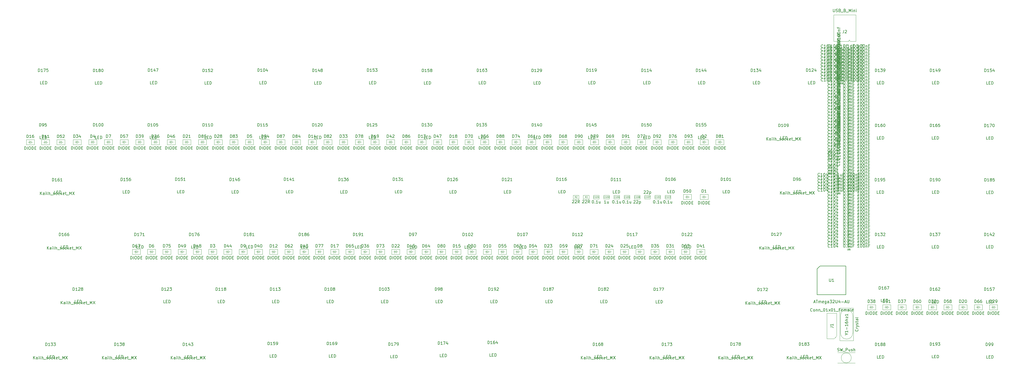
<source format=gbr>
%TF.GenerationSoftware,KiCad,Pcbnew,(5.1.10)-1*%
%TF.CreationDate,2021-09-10T11:23:46-07:00*%
%TF.ProjectId,chgray-keyboard,63686772-6179-42d6-9b65-79626f617264,Yeet2*%
%TF.SameCoordinates,Original*%
%TF.FileFunction,Other,Fab,Top*%
%FSLAX46Y46*%
G04 Gerber Fmt 4.6, Leading zero omitted, Abs format (unit mm)*
G04 Created by KiCad (PCBNEW (5.1.10)-1) date 2021-09-10 11:23:46*
%MOMM*%
%LPD*%
G01*
G04 APERTURE LIST*
%ADD10C,0.100000*%
%ADD11C,0.150000*%
%ADD12C,0.040000*%
%ADD13C,0.080000*%
%ADD14C,0.120000*%
G04 APERTURE END LIST*
D10*
%TO.C,C85*%
X315921000Y-39212900D02*
X315921000Y-40212900D01*
X315421000Y-39212900D02*
X315921000Y-39212900D01*
X315421000Y-40212900D02*
X315421000Y-39212900D01*
X315921000Y-40212900D02*
X315421000Y-40212900D01*
%TO.C,C80*%
X315921000Y-34990200D02*
X315921000Y-35990200D01*
X315421000Y-34990200D02*
X315921000Y-34990200D01*
X315421000Y-35990200D02*
X315421000Y-34990200D01*
X315921000Y-35990200D02*
X315421000Y-35990200D01*
%TO.C,C75*%
X315921000Y-45547000D02*
X315921000Y-46547000D01*
X315421000Y-45547000D02*
X315921000Y-45547000D01*
X315421000Y-46547000D02*
X315421000Y-45547000D01*
X315921000Y-46547000D02*
X315421000Y-46547000D01*
%TO.C,C70*%
X315921000Y-20210500D02*
X315921000Y-21210500D01*
X315421000Y-20210500D02*
X315921000Y-20210500D01*
X315421000Y-21210500D02*
X315421000Y-20210500D01*
X315921000Y-21210500D02*
X315421000Y-21210500D01*
%TO.C,C65*%
X315921000Y-43435700D02*
X315921000Y-44435700D01*
X315421000Y-43435700D02*
X315921000Y-43435700D01*
X315421000Y-44435700D02*
X315421000Y-43435700D01*
X315921000Y-44435700D02*
X315421000Y-44435700D01*
%TO.C,C60*%
X315921000Y-22321900D02*
X315921000Y-23321900D01*
X315421000Y-22321900D02*
X315921000Y-22321900D01*
X315421000Y-23321900D02*
X315421000Y-22321900D01*
X315921000Y-23321900D02*
X315421000Y-23321900D01*
%TO.C,C55*%
X315921000Y-30767400D02*
X315921000Y-31767400D01*
X315421000Y-30767400D02*
X315921000Y-30767400D01*
X315421000Y-31767400D02*
X315421000Y-30767400D01*
X315921000Y-31767400D02*
X315421000Y-31767400D01*
%TO.C,C50*%
X315921000Y-15987800D02*
X315921000Y-16987800D01*
X315421000Y-15987800D02*
X315921000Y-15987800D01*
X315421000Y-16987800D02*
X315421000Y-15987800D01*
X315921000Y-16987800D02*
X315421000Y-16987800D01*
%TO.C,C45*%
X315921000Y-18099200D02*
X315921000Y-19099200D01*
X315421000Y-18099200D02*
X315921000Y-18099200D01*
X315421000Y-19099200D02*
X315421000Y-18099200D01*
X315921000Y-19099200D02*
X315421000Y-19099200D01*
%TO.C,C40*%
X315921000Y-24433300D02*
X315921000Y-25433300D01*
X315421000Y-24433300D02*
X315921000Y-24433300D01*
X315421000Y-25433300D02*
X315421000Y-24433300D01*
X315921000Y-25433300D02*
X315421000Y-25433300D01*
%TO.C,C35*%
X315921000Y-13876400D02*
X315921000Y-14876400D01*
X315421000Y-13876400D02*
X315921000Y-13876400D01*
X315421000Y-14876400D02*
X315421000Y-13876400D01*
X315921000Y-14876400D02*
X315421000Y-14876400D01*
%TO.C,C30*%
X315769000Y-47658400D02*
X315769000Y-48658400D01*
X315269000Y-47658400D02*
X315769000Y-47658400D01*
X315269000Y-48658400D02*
X315269000Y-47658400D01*
X315769000Y-48658400D02*
X315269000Y-48658400D01*
%TO.C,C25*%
X315921000Y-32878800D02*
X315921000Y-33878800D01*
X315421000Y-32878800D02*
X315921000Y-32878800D01*
X315421000Y-33878800D02*
X315421000Y-32878800D01*
X315921000Y-33878800D02*
X315421000Y-33878800D01*
%TO.C,C20*%
X315921000Y-41324300D02*
X315921000Y-42324300D01*
X315421000Y-41324300D02*
X315921000Y-41324300D01*
X315421000Y-42324300D02*
X315421000Y-41324300D01*
X315921000Y-42324300D02*
X315421000Y-42324300D01*
%TO.C,D70*%
X186935000Y-46255600D02*
X189735000Y-46255600D01*
X189735000Y-46255600D02*
X189735000Y-48055600D01*
X189735000Y-48055600D02*
X186935000Y-48055600D01*
X186935000Y-48055600D02*
X186935000Y-46255600D01*
X187585000Y-47155600D02*
X187985000Y-47155600D01*
X187985000Y-47155600D02*
X187985000Y-46605600D01*
X187985000Y-47155600D02*
X187985000Y-47705600D01*
X187985000Y-47155600D02*
X188585000Y-46755600D01*
X188585000Y-46755600D02*
X188585000Y-47555600D01*
X188585000Y-47555600D02*
X187985000Y-47155600D01*
X188585000Y-47155600D02*
X189085000Y-47155600D01*
%TO.C,D94*%
X116122000Y-46255600D02*
X118922000Y-46255600D01*
X118922000Y-46255600D02*
X118922000Y-48055600D01*
X118922000Y-48055600D02*
X116122000Y-48055600D01*
X116122000Y-48055600D02*
X116122000Y-46255600D01*
X116772000Y-47155600D02*
X117172000Y-47155600D01*
X117172000Y-47155600D02*
X117172000Y-46605600D01*
X117172000Y-47155600D02*
X117172000Y-47705600D01*
X117172000Y-47155600D02*
X117772000Y-46755600D01*
X117772000Y-46755600D02*
X117772000Y-47555600D01*
X117772000Y-47555600D02*
X117172000Y-47155600D01*
X117772000Y-47155600D02*
X118272000Y-47155600D01*
%TO.C,D93*%
X263194000Y-46255600D02*
X265994000Y-46255600D01*
X265994000Y-46255600D02*
X265994000Y-48055600D01*
X265994000Y-48055600D02*
X263194000Y-48055600D01*
X263194000Y-48055600D02*
X263194000Y-46255600D01*
X263844000Y-47155600D02*
X264244000Y-47155600D01*
X264244000Y-47155600D02*
X264244000Y-46605600D01*
X264244000Y-47155600D02*
X264244000Y-47705600D01*
X264244000Y-47155600D02*
X264844000Y-46755600D01*
X264844000Y-46755600D02*
X264844000Y-47555600D01*
X264844000Y-47555600D02*
X264244000Y-47155600D01*
X264844000Y-47155600D02*
X265344000Y-47155600D01*
%TO.C,D92*%
X252300000Y-46255600D02*
X255100000Y-46255600D01*
X255100000Y-46255600D02*
X255100000Y-48055600D01*
X255100000Y-48055600D02*
X252300000Y-48055600D01*
X252300000Y-48055600D02*
X252300000Y-46255600D01*
X252950000Y-47155600D02*
X253350000Y-47155600D01*
X253350000Y-47155600D02*
X253350000Y-46605600D01*
X253350000Y-47155600D02*
X253350000Y-47705600D01*
X253350000Y-47155600D02*
X253950000Y-46755600D01*
X253950000Y-46755600D02*
X253950000Y-47555600D01*
X253950000Y-47555600D02*
X253350000Y-47155600D01*
X253950000Y-47155600D02*
X254450000Y-47155600D01*
%TO.C,D91*%
X241406000Y-46255600D02*
X244206000Y-46255600D01*
X244206000Y-46255600D02*
X244206000Y-48055600D01*
X244206000Y-48055600D02*
X241406000Y-48055600D01*
X241406000Y-48055600D02*
X241406000Y-46255600D01*
X242056000Y-47155600D02*
X242456000Y-47155600D01*
X242456000Y-47155600D02*
X242456000Y-46605600D01*
X242456000Y-47155600D02*
X242456000Y-47705600D01*
X242456000Y-47155600D02*
X243056000Y-46755600D01*
X243056000Y-46755600D02*
X243056000Y-47555600D01*
X243056000Y-47555600D02*
X242456000Y-47155600D01*
X243056000Y-47155600D02*
X243556000Y-47155600D01*
%TO.C,D90*%
X225064000Y-46255600D02*
X227864000Y-46255600D01*
X227864000Y-46255600D02*
X227864000Y-48055600D01*
X227864000Y-48055600D02*
X225064000Y-48055600D01*
X225064000Y-48055600D02*
X225064000Y-46255600D01*
X225714000Y-47155600D02*
X226114000Y-47155600D01*
X226114000Y-47155600D02*
X226114000Y-46605600D01*
X226114000Y-47155600D02*
X226114000Y-47705600D01*
X226114000Y-47155600D02*
X226714000Y-46755600D01*
X226714000Y-46755600D02*
X226714000Y-47555600D01*
X226714000Y-47555600D02*
X226114000Y-47155600D01*
X226714000Y-47155600D02*
X227214000Y-47155600D01*
%TO.C,D89*%
X214170000Y-46255600D02*
X216970000Y-46255600D01*
X216970000Y-46255600D02*
X216970000Y-48055600D01*
X216970000Y-48055600D02*
X214170000Y-48055600D01*
X214170000Y-48055600D02*
X214170000Y-46255600D01*
X214820000Y-47155600D02*
X215220000Y-47155600D01*
X215220000Y-47155600D02*
X215220000Y-46605600D01*
X215220000Y-47155600D02*
X215220000Y-47705600D01*
X215220000Y-47155600D02*
X215820000Y-46755600D01*
X215820000Y-46755600D02*
X215820000Y-47555600D01*
X215820000Y-47555600D02*
X215220000Y-47155600D01*
X215820000Y-47155600D02*
X216320000Y-47155600D01*
%TO.C,D88*%
X197829000Y-46255600D02*
X200629000Y-46255600D01*
X200629000Y-46255600D02*
X200629000Y-48055600D01*
X200629000Y-48055600D02*
X197829000Y-48055600D01*
X197829000Y-48055600D02*
X197829000Y-46255600D01*
X198479000Y-47155600D02*
X198879000Y-47155600D01*
X198879000Y-47155600D02*
X198879000Y-46605600D01*
X198879000Y-47155600D02*
X198879000Y-47705600D01*
X198879000Y-47155600D02*
X199479000Y-46755600D01*
X199479000Y-46755600D02*
X199479000Y-47555600D01*
X199479000Y-47555600D02*
X198879000Y-47155600D01*
X199479000Y-47155600D02*
X199979000Y-47155600D01*
%TO.C,D87*%
X121569000Y-46255600D02*
X124369000Y-46255600D01*
X124369000Y-46255600D02*
X124369000Y-48055600D01*
X124369000Y-48055600D02*
X121569000Y-48055600D01*
X121569000Y-48055600D02*
X121569000Y-46255600D01*
X122219000Y-47155600D02*
X122619000Y-47155600D01*
X122619000Y-47155600D02*
X122619000Y-46605600D01*
X122619000Y-47155600D02*
X122619000Y-47705600D01*
X122619000Y-47155600D02*
X123219000Y-46755600D01*
X123219000Y-46755600D02*
X123219000Y-47555600D01*
X123219000Y-47555600D02*
X122619000Y-47155600D01*
X123219000Y-47155600D02*
X123719000Y-47155600D01*
%TO.C,D86*%
X165146000Y-46255600D02*
X167946000Y-46255600D01*
X167946000Y-46255600D02*
X167946000Y-48055600D01*
X167946000Y-48055600D02*
X165146000Y-48055600D01*
X165146000Y-48055600D02*
X165146000Y-46255600D01*
X165796000Y-47155600D02*
X166196000Y-47155600D01*
X166196000Y-47155600D02*
X166196000Y-46605600D01*
X166196000Y-47155600D02*
X166196000Y-47705600D01*
X166196000Y-47155600D02*
X166796000Y-46755600D01*
X166796000Y-46755600D02*
X166796000Y-47555600D01*
X166796000Y-47555600D02*
X166196000Y-47155600D01*
X166796000Y-47155600D02*
X167296000Y-47155600D01*
%TO.C,D85*%
X94333600Y-46255600D02*
X97133600Y-46255600D01*
X97133600Y-46255600D02*
X97133600Y-48055600D01*
X97133600Y-48055600D02*
X94333600Y-48055600D01*
X94333600Y-48055600D02*
X94333600Y-46255600D01*
X94983600Y-47155600D02*
X95383600Y-47155600D01*
X95383600Y-47155600D02*
X95383600Y-46605600D01*
X95383600Y-47155600D02*
X95383600Y-47705600D01*
X95383600Y-47155600D02*
X95983600Y-46755600D01*
X95983600Y-46755600D02*
X95983600Y-47555600D01*
X95983600Y-47555600D02*
X95383600Y-47155600D01*
X95983600Y-47155600D02*
X96483600Y-47155600D01*
%TO.C,D84*%
X127016000Y-46255600D02*
X129816000Y-46255600D01*
X129816000Y-46255600D02*
X129816000Y-48055600D01*
X129816000Y-48055600D02*
X127016000Y-48055600D01*
X127016000Y-48055600D02*
X127016000Y-46255600D01*
X127666000Y-47155600D02*
X128066000Y-47155600D01*
X128066000Y-47155600D02*
X128066000Y-46605600D01*
X128066000Y-47155600D02*
X128066000Y-47705600D01*
X128066000Y-47155600D02*
X128666000Y-46755600D01*
X128666000Y-46755600D02*
X128666000Y-47555600D01*
X128666000Y-47555600D02*
X128066000Y-47155600D01*
X128666000Y-47155600D02*
X129166000Y-47155600D01*
%TO.C,D83*%
X105228000Y-46255600D02*
X108028000Y-46255600D01*
X108028000Y-46255600D02*
X108028000Y-48055600D01*
X108028000Y-48055600D02*
X105228000Y-48055600D01*
X105228000Y-48055600D02*
X105228000Y-46255600D01*
X105878000Y-47155600D02*
X106278000Y-47155600D01*
X106278000Y-47155600D02*
X106278000Y-46605600D01*
X106278000Y-47155600D02*
X106278000Y-47705600D01*
X106278000Y-47155600D02*
X106878000Y-46755600D01*
X106878000Y-46755600D02*
X106878000Y-47555600D01*
X106878000Y-47555600D02*
X106278000Y-47155600D01*
X106878000Y-47155600D02*
X107378000Y-47155600D01*
%TO.C,D82*%
X137911000Y-46255600D02*
X140711000Y-46255600D01*
X140711000Y-46255600D02*
X140711000Y-48055600D01*
X140711000Y-48055600D02*
X137911000Y-48055600D01*
X137911000Y-48055600D02*
X137911000Y-46255600D01*
X138561000Y-47155600D02*
X138961000Y-47155600D01*
X138961000Y-47155600D02*
X138961000Y-46605600D01*
X138961000Y-47155600D02*
X138961000Y-47705600D01*
X138961000Y-47155600D02*
X139561000Y-46755600D01*
X139561000Y-46755600D02*
X139561000Y-47555600D01*
X139561000Y-47555600D02*
X138961000Y-47155600D01*
X139561000Y-47155600D02*
X140061000Y-47155600D01*
%TO.C,D81*%
X274088000Y-46255600D02*
X276888000Y-46255600D01*
X276888000Y-46255600D02*
X276888000Y-48055600D01*
X276888000Y-48055600D02*
X274088000Y-48055600D01*
X274088000Y-48055600D02*
X274088000Y-46255600D01*
X274738000Y-47155600D02*
X275138000Y-47155600D01*
X275138000Y-47155600D02*
X275138000Y-46605600D01*
X275138000Y-47155600D02*
X275138000Y-47705600D01*
X275138000Y-47155600D02*
X275738000Y-46755600D01*
X275738000Y-46755600D02*
X275738000Y-47555600D01*
X275738000Y-47555600D02*
X275138000Y-47155600D01*
X275738000Y-47155600D02*
X276238000Y-47155600D01*
%TO.C,D80*%
X177360000Y-84457200D02*
X180160000Y-84457200D01*
X180160000Y-84457200D02*
X180160000Y-86257200D01*
X180160000Y-86257200D02*
X177360000Y-86257200D01*
X177360000Y-86257200D02*
X177360000Y-84457200D01*
X178010000Y-85357200D02*
X178410000Y-85357200D01*
X178410000Y-85357200D02*
X178410000Y-84807200D01*
X178410000Y-85357200D02*
X178410000Y-85907200D01*
X178410000Y-85357200D02*
X179010000Y-84957200D01*
X179010000Y-84957200D02*
X179010000Y-85757200D01*
X179010000Y-85757200D02*
X178410000Y-85357200D01*
X179010000Y-85357200D02*
X179510000Y-85357200D01*
%TO.C,D79*%
X230511000Y-46255600D02*
X233311000Y-46255600D01*
X233311000Y-46255600D02*
X233311000Y-48055600D01*
X233311000Y-48055600D02*
X230511000Y-48055600D01*
X230511000Y-48055600D02*
X230511000Y-46255600D01*
X231161000Y-47155600D02*
X231561000Y-47155600D01*
X231561000Y-47155600D02*
X231561000Y-46605600D01*
X231561000Y-47155600D02*
X231561000Y-47705600D01*
X231561000Y-47155600D02*
X232161000Y-46755600D01*
X232161000Y-46755600D02*
X232161000Y-47555600D01*
X232161000Y-47555600D02*
X231561000Y-47155600D01*
X232161000Y-47155600D02*
X232661000Y-47155600D01*
%TO.C,D78*%
X148805000Y-46255600D02*
X151605000Y-46255600D01*
X151605000Y-46255600D02*
X151605000Y-48055600D01*
X151605000Y-48055600D02*
X148805000Y-48055600D01*
X148805000Y-48055600D02*
X148805000Y-46255600D01*
X149455000Y-47155600D02*
X149855000Y-47155600D01*
X149855000Y-47155600D02*
X149855000Y-46605600D01*
X149855000Y-47155600D02*
X149855000Y-47705600D01*
X149855000Y-47155600D02*
X150455000Y-46755600D01*
X150455000Y-46755600D02*
X150455000Y-47555600D01*
X150455000Y-47555600D02*
X149855000Y-47155600D01*
X150455000Y-47155600D02*
X150955000Y-47155600D01*
%TO.C,D77*%
X134956000Y-84457200D02*
X137756000Y-84457200D01*
X137756000Y-84457200D02*
X137756000Y-86257200D01*
X137756000Y-86257200D02*
X134956000Y-86257200D01*
X134956000Y-86257200D02*
X134956000Y-84457200D01*
X135606000Y-85357200D02*
X136006000Y-85357200D01*
X136006000Y-85357200D02*
X136006000Y-84807200D01*
X136006000Y-85357200D02*
X136006000Y-85907200D01*
X136006000Y-85357200D02*
X136606000Y-84957200D01*
X136606000Y-84957200D02*
X136606000Y-85757200D01*
X136606000Y-85757200D02*
X136006000Y-85357200D01*
X136606000Y-85357200D02*
X137106000Y-85357200D01*
%TO.C,D76*%
X257747000Y-46255600D02*
X260547000Y-46255600D01*
X260547000Y-46255600D02*
X260547000Y-48055600D01*
X260547000Y-48055600D02*
X257747000Y-48055600D01*
X257747000Y-48055600D02*
X257747000Y-46255600D01*
X258397000Y-47155600D02*
X258797000Y-47155600D01*
X258797000Y-47155600D02*
X258797000Y-46605600D01*
X258797000Y-47155600D02*
X258797000Y-47705600D01*
X258797000Y-47155600D02*
X259397000Y-46755600D01*
X259397000Y-46755600D02*
X259397000Y-47555600D01*
X259397000Y-47555600D02*
X258797000Y-47155600D01*
X259397000Y-47155600D02*
X259897000Y-47155600D01*
%TO.C,D75*%
X81950400Y-84457200D02*
X84750400Y-84457200D01*
X84750400Y-84457200D02*
X84750400Y-86257200D01*
X84750400Y-86257200D02*
X81950400Y-86257200D01*
X81950400Y-86257200D02*
X81950400Y-84457200D01*
X82600400Y-85357200D02*
X83000400Y-85357200D01*
X83000400Y-85357200D02*
X83000400Y-84807200D01*
X83000400Y-85357200D02*
X83000400Y-85907200D01*
X83000400Y-85357200D02*
X83600400Y-84957200D01*
X83600400Y-84957200D02*
X83600400Y-85757200D01*
X83600400Y-85757200D02*
X83000400Y-85357200D01*
X83600400Y-85357200D02*
X84100400Y-85357200D01*
%TO.C,D74*%
X203276000Y-46255600D02*
X206076000Y-46255600D01*
X206076000Y-46255600D02*
X206076000Y-48055600D01*
X206076000Y-48055600D02*
X203276000Y-48055600D01*
X203276000Y-48055600D02*
X203276000Y-46255600D01*
X203926000Y-47155600D02*
X204326000Y-47155600D01*
X204326000Y-47155600D02*
X204326000Y-46605600D01*
X204326000Y-47155600D02*
X204326000Y-47705600D01*
X204326000Y-47155600D02*
X204926000Y-46755600D01*
X204926000Y-46755600D02*
X204926000Y-47555600D01*
X204926000Y-47555600D02*
X204326000Y-47155600D01*
X204926000Y-47155600D02*
X205426000Y-47155600D01*
%TO.C,D73*%
X156158000Y-84457200D02*
X158958000Y-84457200D01*
X158958000Y-84457200D02*
X158958000Y-86257200D01*
X158958000Y-86257200D02*
X156158000Y-86257200D01*
X156158000Y-86257200D02*
X156158000Y-84457200D01*
X156808000Y-85357200D02*
X157208000Y-85357200D01*
X157208000Y-85357200D02*
X157208000Y-84807200D01*
X157208000Y-85357200D02*
X157208000Y-85907200D01*
X157208000Y-85357200D02*
X157808000Y-84957200D01*
X157808000Y-84957200D02*
X157808000Y-85757200D01*
X157808000Y-85757200D02*
X157208000Y-85357200D01*
X157808000Y-85357200D02*
X158308000Y-85357200D01*
%TO.C,D72*%
X246853000Y-46255600D02*
X249653000Y-46255600D01*
X249653000Y-46255600D02*
X249653000Y-48055600D01*
X249653000Y-48055600D02*
X246853000Y-48055600D01*
X246853000Y-48055600D02*
X246853000Y-46255600D01*
X247503000Y-47155600D02*
X247903000Y-47155600D01*
X247903000Y-47155600D02*
X247903000Y-46605600D01*
X247903000Y-47155600D02*
X247903000Y-47705600D01*
X247903000Y-47155600D02*
X248503000Y-46755600D01*
X248503000Y-46755600D02*
X248503000Y-47555600D01*
X248503000Y-47555600D02*
X247903000Y-47155600D01*
X248503000Y-47155600D02*
X249003000Y-47155600D01*
%TO.C,D71*%
X230365000Y-84457200D02*
X233165000Y-84457200D01*
X233165000Y-84457200D02*
X233165000Y-86257200D01*
X233165000Y-86257200D02*
X230365000Y-86257200D01*
X230365000Y-86257200D02*
X230365000Y-84457200D01*
X231015000Y-85357200D02*
X231415000Y-85357200D01*
X231415000Y-85357200D02*
X231415000Y-84807200D01*
X231415000Y-85357200D02*
X231415000Y-85907200D01*
X231415000Y-85357200D02*
X232015000Y-84957200D01*
X232015000Y-84957200D02*
X232015000Y-85757200D01*
X232015000Y-85757200D02*
X231415000Y-85357200D01*
X232015000Y-85357200D02*
X232515000Y-85357200D01*
%TO.C,D69*%
X235959000Y-46255600D02*
X238759000Y-46255600D01*
X238759000Y-46255600D02*
X238759000Y-48055600D01*
X238759000Y-48055600D02*
X235959000Y-48055600D01*
X235959000Y-48055600D02*
X235959000Y-46255600D01*
X236609000Y-47155600D02*
X237009000Y-47155600D01*
X237009000Y-47155600D02*
X237009000Y-46605600D01*
X237009000Y-47155600D02*
X237009000Y-47705600D01*
X237009000Y-47155600D02*
X237609000Y-46755600D01*
X237609000Y-46755600D02*
X237609000Y-47555600D01*
X237609000Y-47555600D02*
X237009000Y-47155600D01*
X237609000Y-47155600D02*
X238109000Y-47155600D01*
%TO.C,D68*%
X219617000Y-46255600D02*
X222417000Y-46255600D01*
X222417000Y-46255600D02*
X222417000Y-48055600D01*
X222417000Y-48055600D02*
X219617000Y-48055600D01*
X219617000Y-48055600D02*
X219617000Y-46255600D01*
X220267000Y-47155600D02*
X220667000Y-47155600D01*
X220667000Y-47155600D02*
X220667000Y-46605600D01*
X220667000Y-47155600D02*
X220667000Y-47705600D01*
X220667000Y-47155600D02*
X221267000Y-46755600D01*
X221267000Y-46755600D02*
X221267000Y-47555600D01*
X221267000Y-47555600D02*
X220667000Y-47155600D01*
X221267000Y-47155600D02*
X221767000Y-47155600D01*
%TO.C,D67*%
X71349400Y-84457200D02*
X74149400Y-84457200D01*
X74149400Y-84457200D02*
X74149400Y-86257200D01*
X74149400Y-86257200D02*
X71349400Y-86257200D01*
X71349400Y-86257200D02*
X71349400Y-84457200D01*
X71999400Y-85357200D02*
X72399400Y-85357200D01*
X72399400Y-85357200D02*
X72399400Y-84807200D01*
X72399400Y-85357200D02*
X72399400Y-85907200D01*
X72399400Y-85357200D02*
X72999400Y-84957200D01*
X72999400Y-84957200D02*
X72999400Y-85757200D01*
X72999400Y-85757200D02*
X72399400Y-85357200D01*
X72999400Y-85357200D02*
X73499400Y-85357200D01*
%TO.C,D66*%
X363872000Y-103761000D02*
X366672000Y-103761000D01*
X366672000Y-103761000D02*
X366672000Y-105561000D01*
X366672000Y-105561000D02*
X363872000Y-105561000D01*
X363872000Y-105561000D02*
X363872000Y-103761000D01*
X364522000Y-104661000D02*
X364922000Y-104661000D01*
X364922000Y-104661000D02*
X364922000Y-104111000D01*
X364922000Y-104661000D02*
X364922000Y-105211000D01*
X364922000Y-104661000D02*
X365522000Y-104261000D01*
X365522000Y-104261000D02*
X365522000Y-105061000D01*
X365522000Y-105061000D02*
X364922000Y-104661000D01*
X365522000Y-104661000D02*
X366022000Y-104661000D01*
%TO.C,D65*%
X145557000Y-84457200D02*
X148357000Y-84457200D01*
X148357000Y-84457200D02*
X148357000Y-86257200D01*
X148357000Y-86257200D02*
X145557000Y-86257200D01*
X145557000Y-86257200D02*
X145557000Y-84457200D01*
X146207000Y-85357200D02*
X146607000Y-85357200D01*
X146607000Y-85357200D02*
X146607000Y-84807200D01*
X146607000Y-85357200D02*
X146607000Y-85907200D01*
X146607000Y-85357200D02*
X147207000Y-84957200D01*
X147207000Y-84957200D02*
X147207000Y-85757200D01*
X147207000Y-85757200D02*
X146607000Y-85357200D01*
X147207000Y-85357200D02*
X147707000Y-85357200D01*
%TO.C,D64*%
X172059000Y-84457200D02*
X174859000Y-84457200D01*
X174859000Y-84457200D02*
X174859000Y-86257200D01*
X174859000Y-86257200D02*
X172059000Y-86257200D01*
X172059000Y-86257200D02*
X172059000Y-84457200D01*
X172709000Y-85357200D02*
X173109000Y-85357200D01*
X173109000Y-85357200D02*
X173109000Y-84807200D01*
X173109000Y-85357200D02*
X173109000Y-85907200D01*
X173109000Y-85357200D02*
X173709000Y-84957200D01*
X173709000Y-84957200D02*
X173709000Y-85757200D01*
X173709000Y-85757200D02*
X173109000Y-85357200D01*
X173709000Y-85357200D02*
X174209000Y-85357200D01*
%TO.C,D63*%
X203862000Y-84457200D02*
X206662000Y-84457200D01*
X206662000Y-84457200D02*
X206662000Y-86257200D01*
X206662000Y-86257200D02*
X203862000Y-86257200D01*
X203862000Y-86257200D02*
X203862000Y-84457200D01*
X204512000Y-85357200D02*
X204912000Y-85357200D01*
X204912000Y-85357200D02*
X204912000Y-84807200D01*
X204912000Y-85357200D02*
X204912000Y-85907200D01*
X204912000Y-85357200D02*
X205512000Y-84957200D01*
X205512000Y-84957200D02*
X205512000Y-85757200D01*
X205512000Y-85757200D02*
X204912000Y-85357200D01*
X205512000Y-85357200D02*
X206012000Y-85357200D01*
%TO.C,D62*%
X124355000Y-84457200D02*
X127155000Y-84457200D01*
X127155000Y-84457200D02*
X127155000Y-86257200D01*
X127155000Y-86257200D02*
X124355000Y-86257200D01*
X124355000Y-86257200D02*
X124355000Y-84457200D01*
X125005000Y-85357200D02*
X125405000Y-85357200D01*
X125405000Y-85357200D02*
X125405000Y-84807200D01*
X125405000Y-85357200D02*
X125405000Y-85907200D01*
X125405000Y-85357200D02*
X126005000Y-84957200D01*
X126005000Y-84957200D02*
X126005000Y-85757200D01*
X126005000Y-85757200D02*
X125405000Y-85357200D01*
X126005000Y-85357200D02*
X126505000Y-85357200D01*
%TO.C,D60*%
X342670000Y-103761000D02*
X345470000Y-103761000D01*
X345470000Y-103761000D02*
X345470000Y-105561000D01*
X345470000Y-105561000D02*
X342670000Y-105561000D01*
X342670000Y-105561000D02*
X342670000Y-103761000D01*
X343320000Y-104661000D02*
X343720000Y-104661000D01*
X343720000Y-104661000D02*
X343720000Y-104111000D01*
X343720000Y-104661000D02*
X343720000Y-105211000D01*
X343720000Y-104661000D02*
X344320000Y-104261000D01*
X344320000Y-104261000D02*
X344320000Y-105061000D01*
X344320000Y-105061000D02*
X343720000Y-104661000D01*
X344320000Y-104661000D02*
X344820000Y-104661000D01*
%TO.C,D59*%
X219764000Y-84457200D02*
X222564000Y-84457200D01*
X222564000Y-84457200D02*
X222564000Y-86257200D01*
X222564000Y-86257200D02*
X219764000Y-86257200D01*
X219764000Y-86257200D02*
X219764000Y-84457200D01*
X220414000Y-85357200D02*
X220814000Y-85357200D01*
X220814000Y-85357200D02*
X220814000Y-84807200D01*
X220814000Y-85357200D02*
X220814000Y-85907200D01*
X220814000Y-85357200D02*
X221414000Y-84957200D01*
X221414000Y-84957200D02*
X221414000Y-85757200D01*
X221414000Y-85757200D02*
X220814000Y-85357200D01*
X221414000Y-85357200D02*
X221914000Y-85357200D01*
%TO.C,D58*%
X353271000Y-103761000D02*
X356071000Y-103761000D01*
X356071000Y-103761000D02*
X356071000Y-105561000D01*
X356071000Y-105561000D02*
X353271000Y-105561000D01*
X353271000Y-105561000D02*
X353271000Y-103761000D01*
X353921000Y-104661000D02*
X354321000Y-104661000D01*
X354321000Y-104661000D02*
X354321000Y-104111000D01*
X354321000Y-104661000D02*
X354321000Y-105211000D01*
X354321000Y-104661000D02*
X354921000Y-104261000D01*
X354921000Y-104261000D02*
X354921000Y-105061000D01*
X354921000Y-105061000D02*
X354321000Y-104661000D01*
X354921000Y-104661000D02*
X355421000Y-104661000D01*
%TO.C,D57*%
X67098100Y-46255600D02*
X69898100Y-46255600D01*
X69898100Y-46255600D02*
X69898100Y-48055600D01*
X69898100Y-48055600D02*
X67098100Y-48055600D01*
X67098100Y-48055600D02*
X67098100Y-46255600D01*
X67748100Y-47155600D02*
X68148100Y-47155600D01*
X68148100Y-47155600D02*
X68148100Y-46605600D01*
X68148100Y-47155600D02*
X68148100Y-47705600D01*
X68148100Y-47155600D02*
X68748100Y-46755600D01*
X68748100Y-46755600D02*
X68748100Y-47555600D01*
X68748100Y-47555600D02*
X68148100Y-47155600D01*
X68748100Y-47155600D02*
X69248100Y-47155600D01*
%TO.C,D55*%
X198562000Y-84457200D02*
X201362000Y-84457200D01*
X201362000Y-84457200D02*
X201362000Y-86257200D01*
X201362000Y-86257200D02*
X198562000Y-86257200D01*
X198562000Y-86257200D02*
X198562000Y-84457200D01*
X199212000Y-85357200D02*
X199612000Y-85357200D01*
X199612000Y-85357200D02*
X199612000Y-84807200D01*
X199612000Y-85357200D02*
X199612000Y-85907200D01*
X199612000Y-85357200D02*
X200212000Y-84957200D01*
X200212000Y-84957200D02*
X200212000Y-85757200D01*
X200212000Y-85757200D02*
X199612000Y-85357200D01*
X200212000Y-85357200D02*
X200712000Y-85357200D01*
%TO.C,D54*%
X209163000Y-84457200D02*
X211963000Y-84457200D01*
X211963000Y-84457200D02*
X211963000Y-86257200D01*
X211963000Y-86257200D02*
X209163000Y-86257200D01*
X209163000Y-86257200D02*
X209163000Y-84457200D01*
X209813000Y-85357200D02*
X210213000Y-85357200D01*
X210213000Y-85357200D02*
X210213000Y-84807200D01*
X210213000Y-85357200D02*
X210213000Y-85907200D01*
X210213000Y-85357200D02*
X210813000Y-84957200D01*
X210813000Y-84957200D02*
X210813000Y-85757200D01*
X210813000Y-85757200D02*
X210213000Y-85357200D01*
X210813000Y-85357200D02*
X211313000Y-85357200D01*
%TO.C,D53*%
X262168000Y-84457200D02*
X264968000Y-84457200D01*
X264968000Y-84457200D02*
X264968000Y-86257200D01*
X264968000Y-86257200D02*
X262168000Y-86257200D01*
X262168000Y-86257200D02*
X262168000Y-84457200D01*
X262818000Y-85357200D02*
X263218000Y-85357200D01*
X263218000Y-85357200D02*
X263218000Y-84807200D01*
X263218000Y-85357200D02*
X263218000Y-85907200D01*
X263218000Y-85357200D02*
X263818000Y-84957200D01*
X263818000Y-84957200D02*
X263818000Y-85757200D01*
X263818000Y-85757200D02*
X263218000Y-85357200D01*
X263818000Y-85357200D02*
X264318000Y-85357200D01*
%TO.C,D52*%
X45115900Y-46306400D02*
X47915900Y-46306400D01*
X47915900Y-46306400D02*
X47915900Y-48106400D01*
X47915900Y-48106400D02*
X45115900Y-48106400D01*
X45115900Y-48106400D02*
X45115900Y-46306400D01*
X45765900Y-47206400D02*
X46165900Y-47206400D01*
X46165900Y-47206400D02*
X46165900Y-46656400D01*
X46165900Y-47206400D02*
X46165900Y-47756400D01*
X46165900Y-47206400D02*
X46765900Y-46806400D01*
X46765900Y-46806400D02*
X46765900Y-47606400D01*
X46765900Y-47606400D02*
X46165900Y-47206400D01*
X46765900Y-47206400D02*
X47265900Y-47206400D01*
%TO.C,D51*%
X332069000Y-103761000D02*
X334869000Y-103761000D01*
X334869000Y-103761000D02*
X334869000Y-105561000D01*
X334869000Y-105561000D02*
X332069000Y-105561000D01*
X332069000Y-105561000D02*
X332069000Y-103761000D01*
X332719000Y-104661000D02*
X333119000Y-104661000D01*
X333119000Y-104661000D02*
X333119000Y-104111000D01*
X333119000Y-104661000D02*
X333119000Y-105211000D01*
X333119000Y-104661000D02*
X333719000Y-104261000D01*
X333719000Y-104261000D02*
X333719000Y-105061000D01*
X333719000Y-105061000D02*
X333119000Y-104661000D01*
X333719000Y-104661000D02*
X334219000Y-104661000D01*
%TO.C,D50*%
X262784000Y-65343200D02*
X265584000Y-65343200D01*
X265584000Y-65343200D02*
X265584000Y-67143200D01*
X265584000Y-67143200D02*
X262784000Y-67143200D01*
X262784000Y-67143200D02*
X262784000Y-65343200D01*
X263434000Y-66243200D02*
X263834000Y-66243200D01*
X263834000Y-66243200D02*
X263834000Y-65693200D01*
X263834000Y-66243200D02*
X263834000Y-66793200D01*
X263834000Y-66243200D02*
X264434000Y-65843200D01*
X264434000Y-65843200D02*
X264434000Y-66643200D01*
X264434000Y-66643200D02*
X263834000Y-66243200D01*
X264434000Y-66243200D02*
X264934000Y-66243200D01*
%TO.C,D49*%
X87250900Y-84457200D02*
X90050900Y-84457200D01*
X90050900Y-84457200D02*
X90050900Y-86257200D01*
X90050900Y-86257200D02*
X87250900Y-86257200D01*
X87250900Y-86257200D02*
X87250900Y-84457200D01*
X87900900Y-85357200D02*
X88300900Y-85357200D01*
X88300900Y-85357200D02*
X88300900Y-84807200D01*
X88300900Y-85357200D02*
X88300900Y-85907200D01*
X88300900Y-85357200D02*
X88900900Y-84957200D01*
X88900900Y-84957200D02*
X88900900Y-85757200D01*
X88900900Y-85757200D02*
X88300900Y-85357200D01*
X88900900Y-85357200D02*
X89400900Y-85357200D01*
%TO.C,D48*%
X92551500Y-84457200D02*
X95351500Y-84457200D01*
X95351500Y-84457200D02*
X95351500Y-86257200D01*
X95351500Y-86257200D02*
X92551500Y-86257200D01*
X92551500Y-86257200D02*
X92551500Y-84457200D01*
X93201500Y-85357200D02*
X93601500Y-85357200D01*
X93601500Y-85357200D02*
X93601500Y-84807200D01*
X93601500Y-85357200D02*
X93601500Y-85907200D01*
X93601500Y-85357200D02*
X94201500Y-84957200D01*
X94201500Y-84957200D02*
X94201500Y-85757200D01*
X94201500Y-85757200D02*
X93601500Y-85357200D01*
X94201500Y-85357200D02*
X94701500Y-85357200D01*
%TO.C,D46*%
X83439400Y-46255600D02*
X86239400Y-46255600D01*
X86239400Y-46255600D02*
X86239400Y-48055600D01*
X86239400Y-48055600D02*
X83439400Y-48055600D01*
X83439400Y-48055600D02*
X83439400Y-46255600D01*
X84089400Y-47155600D02*
X84489400Y-47155600D01*
X84489400Y-47155600D02*
X84489400Y-46605600D01*
X84489400Y-47155600D02*
X84489400Y-47705600D01*
X84489400Y-47155600D02*
X85089400Y-46755600D01*
X85089400Y-46755600D02*
X85089400Y-47555600D01*
X85089400Y-47555600D02*
X84489400Y-47155600D01*
X85089400Y-47155600D02*
X85589400Y-47155600D01*
%TO.C,D45*%
X166759000Y-84457200D02*
X169559000Y-84457200D01*
X169559000Y-84457200D02*
X169559000Y-86257200D01*
X169559000Y-86257200D02*
X166759000Y-86257200D01*
X166759000Y-86257200D02*
X166759000Y-84457200D01*
X167409000Y-85357200D02*
X167809000Y-85357200D01*
X167809000Y-85357200D02*
X167809000Y-84807200D01*
X167809000Y-85357200D02*
X167809000Y-85907200D01*
X167809000Y-85357200D02*
X168409000Y-84957200D01*
X168409000Y-84957200D02*
X168409000Y-85757200D01*
X168409000Y-85757200D02*
X167809000Y-85357200D01*
X168409000Y-85357200D02*
X168909000Y-85357200D01*
%TO.C,D44*%
X103152000Y-84457200D02*
X105952000Y-84457200D01*
X105952000Y-84457200D02*
X105952000Y-86257200D01*
X105952000Y-86257200D02*
X103152000Y-86257200D01*
X103152000Y-86257200D02*
X103152000Y-84457200D01*
X103802000Y-85357200D02*
X104202000Y-85357200D01*
X104202000Y-85357200D02*
X104202000Y-84807200D01*
X104202000Y-85357200D02*
X104202000Y-85907200D01*
X104202000Y-85357200D02*
X104802000Y-84957200D01*
X104802000Y-84957200D02*
X104802000Y-85757200D01*
X104802000Y-85757200D02*
X104202000Y-85357200D01*
X104802000Y-85357200D02*
X105302000Y-85357200D01*
%TO.C,D43*%
X129655000Y-84457200D02*
X132455000Y-84457200D01*
X132455000Y-84457200D02*
X132455000Y-86257200D01*
X132455000Y-86257200D02*
X129655000Y-86257200D01*
X129655000Y-86257200D02*
X129655000Y-84457200D01*
X130305000Y-85357200D02*
X130705000Y-85357200D01*
X130705000Y-85357200D02*
X130705000Y-84807200D01*
X130705000Y-85357200D02*
X130705000Y-85907200D01*
X130705000Y-85357200D02*
X131305000Y-84957200D01*
X131305000Y-84957200D02*
X131305000Y-85757200D01*
X131305000Y-85757200D02*
X130705000Y-85357200D01*
X131305000Y-85357200D02*
X131805000Y-85357200D01*
%TO.C,D41*%
X267468000Y-84457200D02*
X270268000Y-84457200D01*
X270268000Y-84457200D02*
X270268000Y-86257200D01*
X270268000Y-86257200D02*
X267468000Y-86257200D01*
X267468000Y-86257200D02*
X267468000Y-84457200D01*
X268118000Y-85357200D02*
X268518000Y-85357200D01*
X268518000Y-85357200D02*
X268518000Y-84807200D01*
X268518000Y-85357200D02*
X268518000Y-85907200D01*
X268518000Y-85357200D02*
X269118000Y-84957200D01*
X269118000Y-84957200D02*
X269118000Y-85757200D01*
X269118000Y-85757200D02*
X268518000Y-85357200D01*
X269118000Y-85357200D02*
X269618000Y-85357200D01*
%TO.C,D40*%
X113754000Y-84457200D02*
X116554000Y-84457200D01*
X116554000Y-84457200D02*
X116554000Y-86257200D01*
X116554000Y-86257200D02*
X113754000Y-86257200D01*
X113754000Y-86257200D02*
X113754000Y-84457200D01*
X114404000Y-85357200D02*
X114804000Y-85357200D01*
X114804000Y-85357200D02*
X114804000Y-84807200D01*
X114804000Y-85357200D02*
X114804000Y-85907200D01*
X114804000Y-85357200D02*
X115404000Y-84957200D01*
X115404000Y-84957200D02*
X115404000Y-85757200D01*
X115404000Y-85757200D02*
X114804000Y-85357200D01*
X115404000Y-85357200D02*
X115904000Y-85357200D01*
%TO.C,D39*%
X72545200Y-46255600D02*
X75345200Y-46255600D01*
X75345200Y-46255600D02*
X75345200Y-48055600D01*
X75345200Y-48055600D02*
X72545200Y-48055600D01*
X72545200Y-48055600D02*
X72545200Y-46255600D01*
X73195200Y-47155600D02*
X73595200Y-47155600D01*
X73595200Y-47155600D02*
X73595200Y-46605600D01*
X73595200Y-47155600D02*
X73595200Y-47705600D01*
X73595200Y-47155600D02*
X74195200Y-46755600D01*
X74195200Y-46755600D02*
X74195200Y-47555600D01*
X74195200Y-47555600D02*
X73595200Y-47155600D01*
X74195200Y-47155600D02*
X74695200Y-47155600D01*
%TO.C,D38*%
X326768000Y-103761000D02*
X329568000Y-103761000D01*
X329568000Y-103761000D02*
X329568000Y-105561000D01*
X329568000Y-105561000D02*
X326768000Y-105561000D01*
X326768000Y-105561000D02*
X326768000Y-103761000D01*
X327418000Y-104661000D02*
X327818000Y-104661000D01*
X327818000Y-104661000D02*
X327818000Y-104111000D01*
X327818000Y-104661000D02*
X327818000Y-105211000D01*
X327818000Y-104661000D02*
X328418000Y-104261000D01*
X328418000Y-104261000D02*
X328418000Y-105061000D01*
X328418000Y-105061000D02*
X327818000Y-104661000D01*
X328418000Y-104661000D02*
X328918000Y-104661000D01*
%TO.C,D37*%
X337369000Y-103761000D02*
X340169000Y-103761000D01*
X340169000Y-103761000D02*
X340169000Y-105561000D01*
X340169000Y-105561000D02*
X337369000Y-105561000D01*
X337369000Y-105561000D02*
X337369000Y-103761000D01*
X338019000Y-104661000D02*
X338419000Y-104661000D01*
X338419000Y-104661000D02*
X338419000Y-104111000D01*
X338419000Y-104661000D02*
X338419000Y-105211000D01*
X338419000Y-104661000D02*
X339019000Y-104261000D01*
X339019000Y-104261000D02*
X339019000Y-105061000D01*
X339019000Y-105061000D02*
X338419000Y-104661000D01*
X339019000Y-104661000D02*
X339519000Y-104661000D01*
%TO.C,D36*%
X150857000Y-84457200D02*
X153657000Y-84457200D01*
X153657000Y-84457200D02*
X153657000Y-86257200D01*
X153657000Y-86257200D02*
X150857000Y-86257200D01*
X150857000Y-86257200D02*
X150857000Y-84457200D01*
X151507000Y-85357200D02*
X151907000Y-85357200D01*
X151907000Y-85357200D02*
X151907000Y-84807200D01*
X151907000Y-85357200D02*
X151907000Y-85907200D01*
X151907000Y-85357200D02*
X152507000Y-84957200D01*
X152507000Y-84957200D02*
X152507000Y-85757200D01*
X152507000Y-85757200D02*
X151907000Y-85357200D01*
X152507000Y-85357200D02*
X153007000Y-85357200D01*
%TO.C,D35*%
X251567000Y-84457200D02*
X254367000Y-84457200D01*
X254367000Y-84457200D02*
X254367000Y-86257200D01*
X254367000Y-86257200D02*
X251567000Y-86257200D01*
X251567000Y-86257200D02*
X251567000Y-84457200D01*
X252217000Y-85357200D02*
X252617000Y-85357200D01*
X252617000Y-85357200D02*
X252617000Y-84807200D01*
X252617000Y-85357200D02*
X252617000Y-85907200D01*
X252617000Y-85357200D02*
X253217000Y-84957200D01*
X253217000Y-84957200D02*
X253217000Y-85757200D01*
X253217000Y-85757200D02*
X252617000Y-85357200D01*
X253217000Y-85357200D02*
X253717000Y-85357200D01*
%TO.C,D34*%
X50756700Y-46255600D02*
X53556700Y-46255600D01*
X53556700Y-46255600D02*
X53556700Y-48055600D01*
X53556700Y-48055600D02*
X50756700Y-48055600D01*
X50756700Y-48055600D02*
X50756700Y-46255600D01*
X51406700Y-47155600D02*
X51806700Y-47155600D01*
X51806700Y-47155600D02*
X51806700Y-46605600D01*
X51806700Y-47155600D02*
X51806700Y-47705600D01*
X51806700Y-47155600D02*
X52406700Y-46755600D01*
X52406700Y-46755600D02*
X52406700Y-47555600D01*
X52406700Y-47555600D02*
X51806700Y-47155600D01*
X52406700Y-47155600D02*
X52906700Y-47155600D01*
%TO.C,D32*%
X347970000Y-103761000D02*
X350770000Y-103761000D01*
X350770000Y-103761000D02*
X350770000Y-105561000D01*
X350770000Y-105561000D02*
X347970000Y-105561000D01*
X347970000Y-105561000D02*
X347970000Y-103761000D01*
X348620000Y-104661000D02*
X349020000Y-104661000D01*
X349020000Y-104661000D02*
X349020000Y-104111000D01*
X349020000Y-104661000D02*
X349020000Y-105211000D01*
X349020000Y-104661000D02*
X349620000Y-104261000D01*
X349620000Y-104261000D02*
X349620000Y-105061000D01*
X349620000Y-105061000D02*
X349020000Y-104661000D01*
X349620000Y-104661000D02*
X350120000Y-104661000D01*
%TO.C,D31*%
X256867000Y-84457200D02*
X259667000Y-84457200D01*
X259667000Y-84457200D02*
X259667000Y-86257200D01*
X259667000Y-86257200D02*
X256867000Y-86257200D01*
X256867000Y-86257200D02*
X256867000Y-84457200D01*
X257517000Y-85357200D02*
X257917000Y-85357200D01*
X257917000Y-85357200D02*
X257917000Y-84807200D01*
X257917000Y-85357200D02*
X257917000Y-85907200D01*
X257917000Y-85357200D02*
X258517000Y-84957200D01*
X258517000Y-84957200D02*
X258517000Y-85757200D01*
X258517000Y-85757200D02*
X257917000Y-85357200D01*
X258517000Y-85357200D02*
X259017000Y-85357200D01*
%TO.C,D30*%
X187961000Y-84457200D02*
X190761000Y-84457200D01*
X190761000Y-84457200D02*
X190761000Y-86257200D01*
X190761000Y-86257200D02*
X187961000Y-86257200D01*
X187961000Y-86257200D02*
X187961000Y-84457200D01*
X188611000Y-85357200D02*
X189011000Y-85357200D01*
X189011000Y-85357200D02*
X189011000Y-84807200D01*
X189011000Y-85357200D02*
X189011000Y-85907200D01*
X189011000Y-85357200D02*
X189611000Y-84957200D01*
X189611000Y-84957200D02*
X189611000Y-85757200D01*
X189611000Y-85757200D02*
X189011000Y-85357200D01*
X189611000Y-85357200D02*
X190111000Y-85357200D01*
%TO.C,D29*%
X369172000Y-103761000D02*
X371972000Y-103761000D01*
X371972000Y-103761000D02*
X371972000Y-105561000D01*
X371972000Y-105561000D02*
X369172000Y-105561000D01*
X369172000Y-105561000D02*
X369172000Y-103761000D01*
X369822000Y-104661000D02*
X370222000Y-104661000D01*
X370222000Y-104661000D02*
X370222000Y-104111000D01*
X370222000Y-104661000D02*
X370222000Y-105211000D01*
X370222000Y-104661000D02*
X370822000Y-104261000D01*
X370822000Y-104261000D02*
X370822000Y-105061000D01*
X370822000Y-105061000D02*
X370222000Y-104661000D01*
X370822000Y-104661000D02*
X371322000Y-104661000D01*
%TO.C,D27*%
X225064000Y-84457200D02*
X227864000Y-84457200D01*
X227864000Y-84457200D02*
X227864000Y-86257200D01*
X227864000Y-86257200D02*
X225064000Y-86257200D01*
X225064000Y-86257200D02*
X225064000Y-84457200D01*
X225714000Y-85357200D02*
X226114000Y-85357200D01*
X226114000Y-85357200D02*
X226114000Y-84807200D01*
X226114000Y-85357200D02*
X226114000Y-85907200D01*
X226114000Y-85357200D02*
X226714000Y-84957200D01*
X226714000Y-84957200D02*
X226714000Y-85757200D01*
X226714000Y-85757200D02*
X226114000Y-85357200D01*
X226714000Y-85357200D02*
X227214000Y-85357200D01*
%TO.C,D26*%
X77992300Y-46255600D02*
X80792300Y-46255600D01*
X80792300Y-46255600D02*
X80792300Y-48055600D01*
X80792300Y-48055600D02*
X77992300Y-48055600D01*
X77992300Y-48055600D02*
X77992300Y-46255600D01*
X78642300Y-47155600D02*
X79042300Y-47155600D01*
X79042300Y-47155600D02*
X79042300Y-46605600D01*
X79042300Y-47155600D02*
X79042300Y-47705600D01*
X79042300Y-47155600D02*
X79642300Y-46755600D01*
X79642300Y-46755600D02*
X79642300Y-47555600D01*
X79642300Y-47555600D02*
X79042300Y-47155600D01*
X79642300Y-47155600D02*
X80142300Y-47155600D01*
%TO.C,D25*%
X240966000Y-84457200D02*
X243766000Y-84457200D01*
X243766000Y-84457200D02*
X243766000Y-86257200D01*
X243766000Y-86257200D02*
X240966000Y-86257200D01*
X240966000Y-86257200D02*
X240966000Y-84457200D01*
X241616000Y-85357200D02*
X242016000Y-85357200D01*
X242016000Y-85357200D02*
X242016000Y-84807200D01*
X242016000Y-85357200D02*
X242016000Y-85907200D01*
X242016000Y-85357200D02*
X242616000Y-84957200D01*
X242616000Y-84957200D02*
X242616000Y-85757200D01*
X242616000Y-85757200D02*
X242016000Y-85357200D01*
X242616000Y-85357200D02*
X243116000Y-85357200D01*
%TO.C,D24*%
X235665000Y-84457200D02*
X238465000Y-84457200D01*
X238465000Y-84457200D02*
X238465000Y-86257200D01*
X238465000Y-86257200D02*
X235665000Y-86257200D01*
X235665000Y-86257200D02*
X235665000Y-84457200D01*
X236315000Y-85357200D02*
X236715000Y-85357200D01*
X236715000Y-85357200D02*
X236715000Y-84807200D01*
X236715000Y-85357200D02*
X236715000Y-85907200D01*
X236715000Y-85357200D02*
X237315000Y-84957200D01*
X237315000Y-84957200D02*
X237315000Y-85757200D01*
X237315000Y-85757200D02*
X236715000Y-85357200D01*
X237315000Y-85357200D02*
X237815000Y-85357200D01*
%TO.C,D23*%
X214463000Y-84457200D02*
X217263000Y-84457200D01*
X217263000Y-84457200D02*
X217263000Y-86257200D01*
X217263000Y-86257200D02*
X214463000Y-86257200D01*
X214463000Y-86257200D02*
X214463000Y-84457200D01*
X215113000Y-85357200D02*
X215513000Y-85357200D01*
X215513000Y-85357200D02*
X215513000Y-84807200D01*
X215513000Y-85357200D02*
X215513000Y-85907200D01*
X215513000Y-85357200D02*
X216113000Y-84957200D01*
X216113000Y-84957200D02*
X216113000Y-85757200D01*
X216113000Y-85757200D02*
X215513000Y-85357200D01*
X216113000Y-85357200D02*
X216613000Y-85357200D01*
%TO.C,D22*%
X161458000Y-84457200D02*
X164258000Y-84457200D01*
X164258000Y-84457200D02*
X164258000Y-86257200D01*
X164258000Y-86257200D02*
X161458000Y-86257200D01*
X161458000Y-86257200D02*
X161458000Y-84457200D01*
X162108000Y-85357200D02*
X162508000Y-85357200D01*
X162508000Y-85357200D02*
X162508000Y-84807200D01*
X162508000Y-85357200D02*
X162508000Y-85907200D01*
X162508000Y-85357200D02*
X163108000Y-84957200D01*
X163108000Y-84957200D02*
X163108000Y-85757200D01*
X163108000Y-85757200D02*
X162508000Y-85357200D01*
X163108000Y-85357200D02*
X163608000Y-85357200D01*
%TO.C,D21*%
X88886500Y-46255600D02*
X91686500Y-46255600D01*
X91686500Y-46255600D02*
X91686500Y-48055600D01*
X91686500Y-48055600D02*
X88886500Y-48055600D01*
X88886500Y-48055600D02*
X88886500Y-46255600D01*
X89536500Y-47155600D02*
X89936500Y-47155600D01*
X89936500Y-47155600D02*
X89936500Y-46605600D01*
X89936500Y-47155600D02*
X89936500Y-47705600D01*
X89936500Y-47155600D02*
X90536500Y-46755600D01*
X90536500Y-46755600D02*
X90536500Y-47555600D01*
X90536500Y-47555600D02*
X89936500Y-47155600D01*
X90536500Y-47155600D02*
X91036500Y-47155600D01*
%TO.C,D20*%
X358571000Y-103761000D02*
X361371000Y-103761000D01*
X361371000Y-103761000D02*
X361371000Y-105561000D01*
X361371000Y-105561000D02*
X358571000Y-105561000D01*
X358571000Y-105561000D02*
X358571000Y-103761000D01*
X359221000Y-104661000D02*
X359621000Y-104661000D01*
X359621000Y-104661000D02*
X359621000Y-104111000D01*
X359621000Y-104661000D02*
X359621000Y-105211000D01*
X359621000Y-104661000D02*
X360221000Y-104261000D01*
X360221000Y-104261000D02*
X360221000Y-105061000D01*
X360221000Y-105061000D02*
X359621000Y-104661000D01*
X360221000Y-104661000D02*
X360721000Y-104661000D01*
%TO.C,D18*%
X181487000Y-46255600D02*
X184287000Y-46255600D01*
X184287000Y-46255600D02*
X184287000Y-48055600D01*
X184287000Y-48055600D02*
X181487000Y-48055600D01*
X181487000Y-48055600D02*
X181487000Y-46255600D01*
X182137000Y-47155600D02*
X182537000Y-47155600D01*
X182537000Y-47155600D02*
X182537000Y-46605600D01*
X182537000Y-47155600D02*
X182537000Y-47705600D01*
X182537000Y-47155600D02*
X183137000Y-46755600D01*
X183137000Y-46755600D02*
X183137000Y-47555600D01*
X183137000Y-47555600D02*
X182537000Y-47155600D01*
X183137000Y-47155600D02*
X183637000Y-47155600D01*
%TO.C,D17*%
X140256000Y-84457200D02*
X143056000Y-84457200D01*
X143056000Y-84457200D02*
X143056000Y-86257200D01*
X143056000Y-86257200D02*
X140256000Y-86257200D01*
X140256000Y-86257200D02*
X140256000Y-84457200D01*
X140906000Y-85357200D02*
X141306000Y-85357200D01*
X141306000Y-85357200D02*
X141306000Y-84807200D01*
X141306000Y-85357200D02*
X141306000Y-85907200D01*
X141306000Y-85357200D02*
X141906000Y-84957200D01*
X141906000Y-84957200D02*
X141906000Y-85757200D01*
X141906000Y-85757200D02*
X141306000Y-85357200D01*
X141906000Y-85357200D02*
X142406000Y-85357200D01*
%TO.C,D16*%
X34514800Y-46306400D02*
X37314800Y-46306400D01*
X37314800Y-46306400D02*
X37314800Y-48106400D01*
X37314800Y-48106400D02*
X34514800Y-48106400D01*
X34514800Y-48106400D02*
X34514800Y-46306400D01*
X35164800Y-47206400D02*
X35564800Y-47206400D01*
X35564800Y-47206400D02*
X35564800Y-46656400D01*
X35564800Y-47206400D02*
X35564800Y-47756400D01*
X35564800Y-47206400D02*
X36164800Y-46806400D01*
X36164800Y-46806400D02*
X36164800Y-47606400D01*
X36164800Y-47606400D02*
X35564800Y-47206400D01*
X36164800Y-47206400D02*
X36664800Y-47206400D01*
%TO.C,D15*%
X182660000Y-84457200D02*
X185460000Y-84457200D01*
X185460000Y-84457200D02*
X185460000Y-86257200D01*
X185460000Y-86257200D02*
X182660000Y-86257200D01*
X182660000Y-86257200D02*
X182660000Y-84457200D01*
X183310000Y-85357200D02*
X183710000Y-85357200D01*
X183710000Y-85357200D02*
X183710000Y-84807200D01*
X183710000Y-85357200D02*
X183710000Y-85907200D01*
X183710000Y-85357200D02*
X184310000Y-84957200D01*
X184310000Y-84957200D02*
X184310000Y-85757200D01*
X184310000Y-85757200D02*
X183710000Y-85357200D01*
X184310000Y-85357200D02*
X184810000Y-85357200D01*
%TO.C,D13*%
X170593000Y-46255600D02*
X173393000Y-46255600D01*
X173393000Y-46255600D02*
X173393000Y-48055600D01*
X173393000Y-48055600D02*
X170593000Y-48055600D01*
X170593000Y-48055600D02*
X170593000Y-46255600D01*
X171243000Y-47155600D02*
X171643000Y-47155600D01*
X171643000Y-47155600D02*
X171643000Y-46605600D01*
X171643000Y-47155600D02*
X171643000Y-47705600D01*
X171643000Y-47155600D02*
X172243000Y-46755600D01*
X172243000Y-46755600D02*
X172243000Y-47555600D01*
X172243000Y-47555600D02*
X171643000Y-47155600D01*
X172243000Y-47155600D02*
X172743000Y-47155600D01*
%TO.C,D12*%
X119054000Y-84457200D02*
X121854000Y-84457200D01*
X121854000Y-84457200D02*
X121854000Y-86257200D01*
X121854000Y-86257200D02*
X119054000Y-86257200D01*
X119054000Y-86257200D02*
X119054000Y-84457200D01*
X119704000Y-85357200D02*
X120104000Y-85357200D01*
X120104000Y-85357200D02*
X120104000Y-84807200D01*
X120104000Y-85357200D02*
X120104000Y-85907200D01*
X120104000Y-85357200D02*
X120704000Y-84957200D01*
X120704000Y-84957200D02*
X120704000Y-85757200D01*
X120704000Y-85757200D02*
X120104000Y-85357200D01*
X120704000Y-85357200D02*
X121204000Y-85357200D01*
%TO.C,D11*%
X39815400Y-46306400D02*
X42615400Y-46306400D01*
X42615400Y-46306400D02*
X42615400Y-48106400D01*
X42615400Y-48106400D02*
X39815400Y-48106400D01*
X39815400Y-48106400D02*
X39815400Y-46306400D01*
X40465400Y-47206400D02*
X40865400Y-47206400D01*
X40865400Y-47206400D02*
X40865400Y-46656400D01*
X40865400Y-47206400D02*
X40865400Y-47756400D01*
X40865400Y-47206400D02*
X41465400Y-46806400D01*
X41465400Y-46806400D02*
X41465400Y-47606400D01*
X41465400Y-47606400D02*
X40865400Y-47206400D01*
X41465400Y-47206400D02*
X41965400Y-47206400D01*
%TO.C,D10*%
X193261000Y-84457200D02*
X196061000Y-84457200D01*
X196061000Y-84457200D02*
X196061000Y-86257200D01*
X196061000Y-86257200D02*
X193261000Y-86257200D01*
X193261000Y-86257200D02*
X193261000Y-84457200D01*
X193911000Y-85357200D02*
X194311000Y-85357200D01*
X194311000Y-85357200D02*
X194311000Y-84807200D01*
X194311000Y-85357200D02*
X194311000Y-85907200D01*
X194311000Y-85357200D02*
X194911000Y-84957200D01*
X194911000Y-84957200D02*
X194911000Y-85757200D01*
X194911000Y-85757200D02*
X194311000Y-85357200D01*
X194911000Y-85357200D02*
X195411000Y-85357200D01*
%TO.C,D9*%
X108453000Y-84457200D02*
X111253000Y-84457200D01*
X111253000Y-84457200D02*
X111253000Y-86257200D01*
X111253000Y-86257200D02*
X108453000Y-86257200D01*
X108453000Y-86257200D02*
X108453000Y-84457200D01*
X109103000Y-85357200D02*
X109503000Y-85357200D01*
X109503000Y-85357200D02*
X109503000Y-84807200D01*
X109503000Y-85357200D02*
X109503000Y-85907200D01*
X109503000Y-85357200D02*
X110103000Y-84957200D01*
X110103000Y-84957200D02*
X110103000Y-85757200D01*
X110103000Y-85757200D02*
X109503000Y-85357200D01*
X110103000Y-85357200D02*
X110603000Y-85357200D01*
%TO.C,D8*%
X246266000Y-84457200D02*
X249066000Y-84457200D01*
X249066000Y-84457200D02*
X249066000Y-86257200D01*
X249066000Y-86257200D02*
X246266000Y-86257200D01*
X246266000Y-86257200D02*
X246266000Y-84457200D01*
X246916000Y-85357200D02*
X247316000Y-85357200D01*
X247316000Y-85357200D02*
X247316000Y-84807200D01*
X247316000Y-85357200D02*
X247316000Y-85907200D01*
X247316000Y-85357200D02*
X247916000Y-84957200D01*
X247916000Y-84957200D02*
X247916000Y-85757200D01*
X247916000Y-85757200D02*
X247316000Y-85357200D01*
X247916000Y-85357200D02*
X248416000Y-85357200D01*
%TO.C,D7*%
X61651000Y-46255600D02*
X64451000Y-46255600D01*
X64451000Y-46255600D02*
X64451000Y-48055600D01*
X64451000Y-48055600D02*
X61651000Y-48055600D01*
X61651000Y-48055600D02*
X61651000Y-46255600D01*
X62301000Y-47155600D02*
X62701000Y-47155600D01*
X62701000Y-47155600D02*
X62701000Y-46605600D01*
X62701000Y-47155600D02*
X62701000Y-47705600D01*
X62701000Y-47155600D02*
X63301000Y-46755600D01*
X63301000Y-46755600D02*
X63301000Y-47555600D01*
X63301000Y-47555600D02*
X62701000Y-47155600D01*
X63301000Y-47155600D02*
X63801000Y-47155600D01*
%TO.C,D6*%
X76649900Y-84457200D02*
X79449900Y-84457200D01*
X79449900Y-84457200D02*
X79449900Y-86257200D01*
X79449900Y-86257200D02*
X76649900Y-86257200D01*
X76649900Y-86257200D02*
X76649900Y-84457200D01*
X77299900Y-85357200D02*
X77699900Y-85357200D01*
X77699900Y-85357200D02*
X77699900Y-84807200D01*
X77699900Y-85357200D02*
X77699900Y-85907200D01*
X77699900Y-85357200D02*
X78299900Y-84957200D01*
X78299900Y-84957200D02*
X78299900Y-85757200D01*
X78299900Y-85757200D02*
X77699900Y-85357200D01*
X78299900Y-85357200D02*
X78799900Y-85357200D01*
%TO.C,D4*%
X56203800Y-46255600D02*
X59003800Y-46255600D01*
X59003800Y-46255600D02*
X59003800Y-48055600D01*
X59003800Y-48055600D02*
X56203800Y-48055600D01*
X56203800Y-48055600D02*
X56203800Y-46255600D01*
X56853800Y-47155600D02*
X57253800Y-47155600D01*
X57253800Y-47155600D02*
X57253800Y-46605600D01*
X57253800Y-47155600D02*
X57253800Y-47705600D01*
X57253800Y-47155600D02*
X57853800Y-46755600D01*
X57853800Y-46755600D02*
X57853800Y-47555600D01*
X57853800Y-47555600D02*
X57253800Y-47155600D01*
X57853800Y-47155600D02*
X58353800Y-47155600D01*
%TO.C,D3*%
X97852000Y-84457200D02*
X100652000Y-84457200D01*
X100652000Y-84457200D02*
X100652000Y-86257200D01*
X100652000Y-86257200D02*
X97852000Y-86257200D01*
X97852000Y-86257200D02*
X97852000Y-84457200D01*
X98502000Y-85357200D02*
X98902000Y-85357200D01*
X98902000Y-85357200D02*
X98902000Y-84807200D01*
X98902000Y-85357200D02*
X98902000Y-85907200D01*
X98902000Y-85357200D02*
X99502000Y-84957200D01*
X99502000Y-84957200D02*
X99502000Y-85757200D01*
X99502000Y-85757200D02*
X98902000Y-85357200D01*
X99502000Y-85357200D02*
X100002000Y-85357200D01*
%TO.C,D2*%
X268641000Y-46255600D02*
X271441000Y-46255600D01*
X271441000Y-46255600D02*
X271441000Y-48055600D01*
X271441000Y-48055600D02*
X268641000Y-48055600D01*
X268641000Y-48055600D02*
X268641000Y-46255600D01*
X269291000Y-47155600D02*
X269691000Y-47155600D01*
X269691000Y-47155600D02*
X269691000Y-46605600D01*
X269691000Y-47155600D02*
X269691000Y-47705600D01*
X269691000Y-47155600D02*
X270291000Y-46755600D01*
X270291000Y-46755600D02*
X270291000Y-47555600D01*
X270291000Y-47555600D02*
X269691000Y-47155600D01*
X270291000Y-47155600D02*
X270791000Y-47155600D01*
%TO.C,D1*%
X268602000Y-65343200D02*
X271402000Y-65343200D01*
X271402000Y-65343200D02*
X271402000Y-67143200D01*
X271402000Y-67143200D02*
X268602000Y-67143200D01*
X268602000Y-67143200D02*
X268602000Y-65343200D01*
X269252000Y-66243200D02*
X269652000Y-66243200D01*
X269652000Y-66243200D02*
X269652000Y-65693200D01*
X269652000Y-66243200D02*
X269652000Y-66793200D01*
X269652000Y-66243200D02*
X270252000Y-65843200D01*
X270252000Y-65843200D02*
X270252000Y-66643200D01*
X270252000Y-66643200D02*
X269652000Y-66243200D01*
X270252000Y-66243200D02*
X270752000Y-66243200D01*
%TO.C,D61*%
X208723000Y-46255600D02*
X211523000Y-46255600D01*
X211523000Y-46255600D02*
X211523000Y-48055600D01*
X211523000Y-48055600D02*
X208723000Y-48055600D01*
X208723000Y-48055600D02*
X208723000Y-46255600D01*
X209373000Y-47155600D02*
X209773000Y-47155600D01*
X209773000Y-47155600D02*
X209773000Y-46605600D01*
X209773000Y-47155600D02*
X209773000Y-47705600D01*
X209773000Y-47155600D02*
X210373000Y-46755600D01*
X210373000Y-46755600D02*
X210373000Y-47555600D01*
X210373000Y-47555600D02*
X209773000Y-47155600D01*
X210373000Y-47155600D02*
X210873000Y-47155600D01*
%TO.C,D56*%
X192382000Y-46255600D02*
X195182000Y-46255600D01*
X195182000Y-46255600D02*
X195182000Y-48055600D01*
X195182000Y-48055600D02*
X192382000Y-48055600D01*
X192382000Y-48055600D02*
X192382000Y-46255600D01*
X193032000Y-47155600D02*
X193432000Y-47155600D01*
X193432000Y-47155600D02*
X193432000Y-46605600D01*
X193432000Y-47155600D02*
X193432000Y-47705600D01*
X193432000Y-47155600D02*
X194032000Y-46755600D01*
X194032000Y-46755600D02*
X194032000Y-47555600D01*
X194032000Y-47555600D02*
X193432000Y-47155600D01*
X194032000Y-47155600D02*
X194532000Y-47155600D01*
%TO.C,D47*%
X176040000Y-46255600D02*
X178840000Y-46255600D01*
X178840000Y-46255600D02*
X178840000Y-48055600D01*
X178840000Y-48055600D02*
X176040000Y-48055600D01*
X176040000Y-48055600D02*
X176040000Y-46255600D01*
X176690000Y-47155600D02*
X177090000Y-47155600D01*
X177090000Y-47155600D02*
X177090000Y-46605600D01*
X177090000Y-47155600D02*
X177090000Y-47705600D01*
X177090000Y-47155600D02*
X177690000Y-46755600D01*
X177690000Y-46755600D02*
X177690000Y-47555600D01*
X177690000Y-47555600D02*
X177090000Y-47155600D01*
X177690000Y-47155600D02*
X178190000Y-47155600D01*
%TO.C,D42*%
X159699000Y-46255600D02*
X162499000Y-46255600D01*
X162499000Y-46255600D02*
X162499000Y-48055600D01*
X162499000Y-48055600D02*
X159699000Y-48055600D01*
X159699000Y-48055600D02*
X159699000Y-46255600D01*
X160349000Y-47155600D02*
X160749000Y-47155600D01*
X160749000Y-47155600D02*
X160749000Y-46605600D01*
X160749000Y-47155600D02*
X160749000Y-47705600D01*
X160749000Y-47155600D02*
X161349000Y-46755600D01*
X161349000Y-46755600D02*
X161349000Y-47555600D01*
X161349000Y-47555600D02*
X160749000Y-47155600D01*
X161349000Y-47155600D02*
X161849000Y-47155600D01*
%TO.C,D33*%
X143358000Y-46255600D02*
X146158000Y-46255600D01*
X146158000Y-46255600D02*
X146158000Y-48055600D01*
X146158000Y-48055600D02*
X143358000Y-48055600D01*
X143358000Y-48055600D02*
X143358000Y-46255600D01*
X144008000Y-47155600D02*
X144408000Y-47155600D01*
X144408000Y-47155600D02*
X144408000Y-46605600D01*
X144408000Y-47155600D02*
X144408000Y-47705600D01*
X144408000Y-47155600D02*
X145008000Y-46755600D01*
X145008000Y-46755600D02*
X145008000Y-47555600D01*
X145008000Y-47555600D02*
X144408000Y-47155600D01*
X145008000Y-47155600D02*
X145508000Y-47155600D01*
%TO.C,D28*%
X99781000Y-46255600D02*
X102581000Y-46255600D01*
X102581000Y-46255600D02*
X102581000Y-48055600D01*
X102581000Y-48055600D02*
X99781000Y-48055600D01*
X99781000Y-48055600D02*
X99781000Y-46255600D01*
X100431000Y-47155600D02*
X100831000Y-47155600D01*
X100831000Y-47155600D02*
X100831000Y-46605600D01*
X100831000Y-47155600D02*
X100831000Y-47705600D01*
X100831000Y-47155600D02*
X101431000Y-46755600D01*
X101431000Y-46755600D02*
X101431000Y-47555600D01*
X101431000Y-47555600D02*
X100831000Y-47155600D01*
X101431000Y-47155600D02*
X101931000Y-47155600D01*
%TO.C,D19*%
X154252000Y-46255600D02*
X157052000Y-46255600D01*
X157052000Y-46255600D02*
X157052000Y-48055600D01*
X157052000Y-48055600D02*
X154252000Y-48055600D01*
X154252000Y-48055600D02*
X154252000Y-46255600D01*
X154902000Y-47155600D02*
X155302000Y-47155600D01*
X155302000Y-47155600D02*
X155302000Y-46605600D01*
X155302000Y-47155600D02*
X155302000Y-47705600D01*
X155302000Y-47155600D02*
X155902000Y-46755600D01*
X155902000Y-46755600D02*
X155902000Y-47555600D01*
X155902000Y-47555600D02*
X155302000Y-47155600D01*
X155902000Y-47155600D02*
X156402000Y-47155600D01*
%TO.C,D14*%
X132463000Y-46255600D02*
X135263000Y-46255600D01*
X135263000Y-46255600D02*
X135263000Y-48055600D01*
X135263000Y-48055600D02*
X132463000Y-48055600D01*
X132463000Y-48055600D02*
X132463000Y-46255600D01*
X133113000Y-47155600D02*
X133513000Y-47155600D01*
X133513000Y-47155600D02*
X133513000Y-46605600D01*
X133513000Y-47155600D02*
X133513000Y-47705600D01*
X133513000Y-47155600D02*
X134113000Y-46755600D01*
X134113000Y-46755600D02*
X134113000Y-47555600D01*
X134113000Y-47555600D02*
X133513000Y-47155600D01*
X134113000Y-47155600D02*
X134613000Y-47155600D01*
%TO.C,D5*%
X110675000Y-46255600D02*
X113475000Y-46255600D01*
X113475000Y-46255600D02*
X113475000Y-48055600D01*
X113475000Y-48055600D02*
X110675000Y-48055600D01*
X110675000Y-48055600D02*
X110675000Y-46255600D01*
X111325000Y-47155600D02*
X111725000Y-47155600D01*
X111725000Y-47155600D02*
X111725000Y-46605600D01*
X111725000Y-47155600D02*
X111725000Y-47705600D01*
X111725000Y-47155600D02*
X112325000Y-46755600D01*
X112325000Y-46755600D02*
X112325000Y-47555600D01*
X112325000Y-47555600D02*
X111725000Y-47155600D01*
X112325000Y-47155600D02*
X112825000Y-47155600D01*
%TO.C,SW_RESET1*%
X321155714Y-122301000D02*
G75*
G03*
X321155714Y-122301000I-1750714J0D01*
G01*
X316355000Y-124101000D02*
X322455000Y-124101000D01*
X322455000Y-120501000D02*
X316355000Y-120501000D01*
%TO.C,Y1-16hz1*%
X321647000Y-113657000D02*
X321647000Y-107627000D01*
X317417000Y-113657000D02*
X317417000Y-107627000D01*
X317182000Y-104942000D02*
X317182000Y-116342000D01*
X321882000Y-104942000D02*
X317182000Y-104942000D01*
X321882000Y-116342000D02*
X321882000Y-104942000D01*
X317182000Y-116342000D02*
X321882000Y-116342000D01*
X321647000Y-107627000D02*
G75*
G03*
X317417000Y-107627000I-2115000J0D01*
G01*
X321647000Y-113657000D02*
G75*
G02*
X317417000Y-113657000I-2115000J0D01*
G01*
%TO.C,J2*%
X320172000Y-12087600D02*
X315022000Y-12087600D01*
X320472000Y-11587600D02*
X320172000Y-12087600D01*
X320772000Y-12087600D02*
X320472000Y-11587600D01*
X322722000Y-2837600D02*
X322722000Y-12087600D01*
X315022000Y-2837600D02*
X322722000Y-2837600D01*
X315022000Y-12087600D02*
X315022000Y-2837600D01*
X322722000Y-12087600D02*
X320772000Y-12087600D01*
%TO.C,C107*%
X249307000Y-65708800D02*
X251307000Y-65708800D01*
X249307000Y-66958800D02*
X249307000Y-65708800D01*
X251307000Y-66958800D02*
X249307000Y-66958800D01*
X251307000Y-65708800D02*
X251307000Y-66958800D01*
%TO.C,R3*%
X230012000Y-66928800D02*
X228012000Y-66928800D01*
X230012000Y-65678800D02*
X230012000Y-66928800D01*
X228012000Y-65678800D02*
X230012000Y-65678800D01*
X228012000Y-66928800D02*
X228012000Y-65678800D01*
%TO.C,R2*%
X226499000Y-66928800D02*
X224499000Y-66928800D01*
X226499000Y-65678800D02*
X226499000Y-66928800D01*
X224499000Y-65678800D02*
X226499000Y-65678800D01*
X224499000Y-66928800D02*
X224499000Y-65678800D01*
%TO.C,C109*%
X237097000Y-66958800D02*
X235097000Y-66958800D01*
X237097000Y-65708800D02*
X237097000Y-66958800D01*
X235097000Y-65708800D02*
X237097000Y-65708800D01*
X235097000Y-66958800D02*
X235097000Y-65708800D01*
%TO.C,C108*%
X247754000Y-66958800D02*
X245754000Y-66958800D01*
X247754000Y-65708800D02*
X247754000Y-66958800D01*
X245754000Y-65708800D02*
X247754000Y-65708800D01*
X245754000Y-66958800D02*
X245754000Y-65708800D01*
%TO.C,C106*%
X240649000Y-66958800D02*
X238649000Y-66958800D01*
X240649000Y-65708800D02*
X240649000Y-66958800D01*
X238649000Y-65708800D02*
X240649000Y-65708800D01*
X238649000Y-66958800D02*
X238649000Y-65708800D01*
%TO.C,C105*%
X244202000Y-66958800D02*
X242202000Y-66958800D01*
X244202000Y-65708800D02*
X244202000Y-66958800D01*
X242202000Y-65708800D02*
X244202000Y-65708800D01*
X242202000Y-66958800D02*
X242202000Y-65708800D01*
%TO.C,C104*%
X233544000Y-66958800D02*
X231544000Y-66958800D01*
X233544000Y-65708800D02*
X233544000Y-66958800D01*
X231544000Y-65708800D02*
X233544000Y-65708800D01*
X231544000Y-66958800D02*
X231544000Y-65708800D01*
%TO.C,C103*%
X258412000Y-66958800D02*
X256412000Y-66958800D01*
X258412000Y-65708800D02*
X258412000Y-66958800D01*
X256412000Y-65708800D02*
X258412000Y-65708800D01*
X256412000Y-66958800D02*
X256412000Y-65708800D01*
%TO.C,C102*%
X254860000Y-66958800D02*
X252860000Y-66958800D01*
X254860000Y-65708800D02*
X254860000Y-66958800D01*
X252860000Y-65708800D02*
X254860000Y-65708800D01*
X252860000Y-66958800D02*
X252860000Y-65708800D01*
%TO.C,R4*%
X314719000Y-53263600D02*
X314719000Y-50063600D01*
X316319000Y-53263600D02*
X314719000Y-53263600D01*
X316319000Y-50063600D02*
X316319000Y-53263600D01*
X314719000Y-50063600D02*
X316319000Y-50063600D01*
%TO.C,R1*%
X314770000Y-58303500D02*
X314770000Y-55103500D01*
X316370000Y-58303500D02*
X314770000Y-58303500D01*
X316370000Y-55103500D02*
X316370000Y-58303500D01*
X314770000Y-55103500D02*
X316370000Y-55103500D01*
D11*
%TO.C,U1*%
X309300000Y-91300800D02*
X310300000Y-90300800D01*
X309300000Y-100300800D02*
X309300000Y-91300800D01*
X319300000Y-100300800D02*
X309300000Y-100300800D01*
X319300000Y-90300800D02*
X319300000Y-100300800D01*
X310300000Y-90300800D02*
X319300000Y-90300800D01*
D10*
%TO.C,J1*%
X316081000Y-114742500D02*
X315228500Y-115595000D01*
X316081000Y-106705000D02*
X316081000Y-114742500D01*
X312671000Y-106705000D02*
X316081000Y-106705000D01*
X312671000Y-115595000D02*
X312671000Y-106705000D01*
X315228500Y-115595000D02*
X312671000Y-115595000D01*
%TO.C,C3*%
X316320000Y-62682800D02*
X317320000Y-62682800D01*
X316320000Y-63182800D02*
X316320000Y-62682800D01*
X317320000Y-63182800D02*
X316320000Y-63182800D01*
X317320000Y-62682800D02*
X317320000Y-63182800D01*
%TO.C,C5*%
X319795000Y-75678900D02*
X320795000Y-75678900D01*
X319795000Y-76178900D02*
X319795000Y-75678900D01*
X320795000Y-76178900D02*
X319795000Y-76178900D01*
X320795000Y-75678900D02*
X320795000Y-76178900D01*
%TO.C,C6*%
X319795000Y-60683700D02*
X320795000Y-60683700D01*
X319795000Y-61183700D02*
X319795000Y-60683700D01*
X320795000Y-61183700D02*
X319795000Y-61183700D01*
X320795000Y-60683700D02*
X320795000Y-61183700D01*
%TO.C,C8*%
X319795000Y-73536700D02*
X320795000Y-73536700D01*
X319795000Y-74036700D02*
X319795000Y-73536700D01*
X320795000Y-74036700D02*
X319795000Y-74036700D01*
X320795000Y-73536700D02*
X320795000Y-74036700D01*
%TO.C,C9*%
X319795000Y-54257200D02*
X320795000Y-54257200D01*
X319795000Y-54757200D02*
X319795000Y-54257200D01*
X320795000Y-54757200D02*
X319795000Y-54757200D01*
X320795000Y-54257200D02*
X320795000Y-54757200D01*
%TO.C,C11*%
X319795000Y-51043900D02*
X320795000Y-51043900D01*
X319795000Y-51543900D02*
X319795000Y-51043900D01*
X320795000Y-51543900D02*
X319795000Y-51543900D01*
X320795000Y-51043900D02*
X320795000Y-51543900D01*
%TO.C,C13*%
X319795000Y-47830700D02*
X320795000Y-47830700D01*
X319795000Y-48330700D02*
X319795000Y-47830700D01*
X320795000Y-48330700D02*
X319795000Y-48330700D01*
X320795000Y-47830700D02*
X320795000Y-48330700D01*
%TO.C,C16*%
X319795000Y-38190900D02*
X320795000Y-38190900D01*
X319795000Y-38690900D02*
X319795000Y-38190900D01*
X320795000Y-38690900D02*
X319795000Y-38690900D01*
X320795000Y-38190900D02*
X320795000Y-38690900D01*
%TO.C,C17*%
X319795000Y-69252400D02*
X320795000Y-69252400D01*
X319795000Y-69752400D02*
X319795000Y-69252400D01*
X320795000Y-69752400D02*
X319795000Y-69752400D01*
X320795000Y-69252400D02*
X320795000Y-69752400D01*
%TO.C,C18*%
X319795000Y-41404200D02*
X320795000Y-41404200D01*
X319795000Y-41904200D02*
X319795000Y-41404200D01*
X320795000Y-41904200D02*
X319795000Y-41904200D01*
X320795000Y-41404200D02*
X320795000Y-41904200D01*
%TO.C,C22*%
X319795000Y-31764200D02*
X320795000Y-31764200D01*
X319795000Y-32264200D02*
X319795000Y-31764200D01*
X320795000Y-32264200D02*
X319795000Y-32264200D01*
X320795000Y-31764200D02*
X320795000Y-32264200D01*
%TO.C,C24*%
X319799000Y-83291200D02*
X320799000Y-83291200D01*
X319799000Y-83791200D02*
X319799000Y-83291200D01*
X320799000Y-83791200D02*
X319799000Y-83791200D01*
X320799000Y-83291200D02*
X320799000Y-83791200D01*
%TO.C,C27*%
X319795000Y-34977700D02*
X320795000Y-34977700D01*
X319795000Y-35477700D02*
X319795000Y-34977700D01*
X320795000Y-35477700D02*
X319795000Y-35477700D01*
X320795000Y-34977700D02*
X320795000Y-35477700D01*
%TO.C,C29*%
X319795000Y-18911200D02*
X320795000Y-18911200D01*
X319795000Y-19411200D02*
X319795000Y-18911200D01*
X320795000Y-19411200D02*
X319795000Y-19411200D01*
X320795000Y-18911200D02*
X320795000Y-19411200D01*
%TO.C,C31*%
X319795000Y-57470400D02*
X320795000Y-57470400D01*
X319795000Y-57970400D02*
X319795000Y-57470400D01*
X320795000Y-57970400D02*
X319795000Y-57970400D01*
X320795000Y-57470400D02*
X320795000Y-57970400D01*
%TO.C,C32*%
X317432000Y-22208200D02*
X318432000Y-22208200D01*
X317432000Y-22708200D02*
X317432000Y-22208200D01*
X318432000Y-22708200D02*
X317432000Y-22708200D01*
X318432000Y-22208200D02*
X318432000Y-22708200D01*
%TO.C,C33*%
X319795000Y-28551200D02*
X320795000Y-28551200D01*
X319795000Y-29051200D02*
X319795000Y-28551200D01*
X320795000Y-29051200D02*
X319795000Y-29051200D01*
X320795000Y-28551200D02*
X320795000Y-29051200D01*
%TO.C,C36*%
X319795000Y-71394500D02*
X320795000Y-71394500D01*
X319795000Y-71894500D02*
X319795000Y-71394500D01*
X320795000Y-71894500D02*
X319795000Y-71894500D01*
X320795000Y-71394500D02*
X320795000Y-71894500D01*
%TO.C,C37*%
X319795000Y-63896900D02*
X320795000Y-63896900D01*
X319795000Y-64396900D02*
X319795000Y-63896900D01*
X320795000Y-64396900D02*
X319795000Y-64396900D01*
X320795000Y-63896900D02*
X320795000Y-64396900D01*
%TO.C,C39*%
X319814000Y-84301200D02*
X320814000Y-84301200D01*
X319814000Y-84801200D02*
X319814000Y-84301200D01*
X320814000Y-84801200D02*
X319814000Y-84801200D01*
X320814000Y-84301200D02*
X320814000Y-84801200D01*
%TO.C,C41*%
X317432000Y-15781700D02*
X318432000Y-15781700D01*
X317432000Y-16281700D02*
X317432000Y-15781700D01*
X318432000Y-16281700D02*
X317432000Y-16281700D01*
X318432000Y-15781700D02*
X318432000Y-16281700D01*
%TO.C,C42*%
X319795000Y-22124200D02*
X320795000Y-22124200D01*
X319795000Y-22624200D02*
X319795000Y-22124200D01*
X320795000Y-22624200D02*
X319795000Y-22624200D01*
X320795000Y-22124200D02*
X320795000Y-22624200D01*
%TO.C,C46*%
X319795000Y-44617400D02*
X320795000Y-44617400D01*
X319795000Y-45117400D02*
X319795000Y-44617400D01*
X320795000Y-45117400D02*
X319795000Y-45117400D01*
X320795000Y-44617400D02*
X320795000Y-45117400D01*
%TO.C,C47*%
X319795000Y-25338200D02*
X320795000Y-25338200D01*
X319795000Y-25838200D02*
X319795000Y-25338200D01*
X320795000Y-25838200D02*
X319795000Y-25838200D01*
X320795000Y-25338200D02*
X320795000Y-25838200D01*
%TO.C,C48*%
X319795000Y-16769200D02*
X320795000Y-16769200D01*
X319795000Y-17269200D02*
X319795000Y-16769200D01*
X320795000Y-17269200D02*
X319795000Y-17269200D01*
X320795000Y-16769200D02*
X320795000Y-17269200D01*
%TO.C,C49*%
X316315000Y-59446800D02*
X317315000Y-59446800D01*
X316315000Y-59946800D02*
X316315000Y-59446800D01*
X317315000Y-59946800D02*
X316315000Y-59946800D01*
X317315000Y-59446800D02*
X317315000Y-59946800D01*
%TO.C,C51*%
X319795000Y-61754800D02*
X320795000Y-61754800D01*
X319795000Y-62254800D02*
X319795000Y-61754800D01*
X320795000Y-62254800D02*
X319795000Y-62254800D01*
X320795000Y-61754800D02*
X320795000Y-62254800D01*
%TO.C,C54*%
X319804000Y-78936200D02*
X320804000Y-78936200D01*
X319804000Y-79436200D02*
X319804000Y-78936200D01*
X320804000Y-79436200D02*
X319804000Y-79436200D01*
X320804000Y-78936200D02*
X320804000Y-79436200D01*
%TO.C,C56*%
X319795000Y-68181300D02*
X320795000Y-68181300D01*
X319795000Y-68681300D02*
X319795000Y-68181300D01*
X320795000Y-68681300D02*
X319795000Y-68681300D01*
X320795000Y-68181300D02*
X320795000Y-68681300D01*
%TO.C,C57*%
X316315000Y-60518800D02*
X317315000Y-60518800D01*
X316315000Y-61018800D02*
X316315000Y-60518800D01*
X317315000Y-61018800D02*
X316315000Y-61018800D01*
X317315000Y-60518800D02*
X317315000Y-61018800D01*
%TO.C,C58*%
X317432000Y-18995000D02*
X318432000Y-18995000D01*
X317432000Y-19495000D02*
X317432000Y-18995000D01*
X318432000Y-19495000D02*
X317432000Y-19495000D01*
X318432000Y-18995000D02*
X318432000Y-19495000D01*
%TO.C,C61*%
X319795000Y-48901800D02*
X320795000Y-48901800D01*
X319795000Y-49401800D02*
X319795000Y-48901800D01*
X320795000Y-49401800D02*
X319795000Y-49401800D01*
X320795000Y-48901800D02*
X320795000Y-49401800D01*
%TO.C,C62*%
X319795000Y-49972800D02*
X320795000Y-49972800D01*
X319795000Y-50472800D02*
X319795000Y-49972800D01*
X320795000Y-50472800D02*
X319795000Y-50472800D01*
X320795000Y-49972800D02*
X320795000Y-50472800D01*
%TO.C,C63*%
X317432000Y-20066000D02*
X318432000Y-20066000D01*
X317432000Y-20566000D02*
X317432000Y-20066000D01*
X318432000Y-20566000D02*
X317432000Y-20566000D01*
X318432000Y-20066000D02*
X318432000Y-20566000D01*
%TO.C,C64*%
X319795000Y-56399400D02*
X320795000Y-56399400D01*
X319795000Y-56899400D02*
X319795000Y-56399400D01*
X320795000Y-56899400D02*
X319795000Y-56899400D01*
X320795000Y-56399400D02*
X320795000Y-56899400D01*
%TO.C,C66*%
X319795000Y-67110200D02*
X320795000Y-67110200D01*
X319795000Y-67610200D02*
X319795000Y-67110200D01*
X320795000Y-67610200D02*
X319795000Y-67610200D01*
X320795000Y-67110200D02*
X320795000Y-67610200D01*
%TO.C,C67*%
X319795000Y-36048800D02*
X320795000Y-36048800D01*
X319795000Y-36548800D02*
X319795000Y-36048800D01*
X320795000Y-36548800D02*
X319795000Y-36548800D01*
X320795000Y-36048800D02*
X320795000Y-36548800D01*
%TO.C,C71*%
X319795000Y-43546300D02*
X320795000Y-43546300D01*
X319795000Y-44046300D02*
X319795000Y-43546300D01*
X320795000Y-44046300D02*
X319795000Y-44046300D01*
X320795000Y-43546300D02*
X320795000Y-44046300D01*
%TO.C,C73*%
X317432000Y-16852800D02*
X318432000Y-16852800D01*
X317432000Y-17352800D02*
X317432000Y-16852800D01*
X318432000Y-17352800D02*
X317432000Y-17352800D01*
X318432000Y-16852800D02*
X318432000Y-17352800D01*
%TO.C,C74*%
X319795000Y-55328300D02*
X320795000Y-55328300D01*
X319795000Y-55828300D02*
X319795000Y-55328300D01*
X320795000Y-55828300D02*
X319795000Y-55828300D01*
X320795000Y-55328300D02*
X320795000Y-55828300D01*
%TO.C,C79*%
X319795000Y-30693200D02*
X320795000Y-30693200D01*
X319795000Y-31193200D02*
X319795000Y-30693200D01*
X320795000Y-31193200D02*
X319795000Y-31193200D01*
X320795000Y-30693200D02*
X320795000Y-31193200D01*
%TO.C,C81*%
X319795000Y-15698200D02*
X320795000Y-15698200D01*
X319795000Y-16198200D02*
X319795000Y-15698200D01*
X320795000Y-16198200D02*
X319795000Y-16198200D01*
X320795000Y-15698200D02*
X320795000Y-16198200D01*
%TO.C,C82*%
X316315000Y-61589800D02*
X317315000Y-61589800D01*
X316315000Y-62089800D02*
X316315000Y-61589800D01*
X317315000Y-62089800D02*
X316315000Y-62089800D01*
X317315000Y-61589800D02*
X317315000Y-62089800D01*
%TO.C,C83*%
X319795000Y-62825900D02*
X320795000Y-62825900D01*
X319795000Y-63325900D02*
X319795000Y-62825900D01*
X320795000Y-63325900D02*
X319795000Y-63325900D01*
X320795000Y-62825900D02*
X320795000Y-63325900D01*
%TO.C,C84*%
X319795000Y-42475300D02*
X320795000Y-42475300D01*
X319795000Y-42975300D02*
X319795000Y-42475300D01*
X320795000Y-42975300D02*
X319795000Y-42975300D01*
X320795000Y-42475300D02*
X320795000Y-42975300D01*
%TO.C,C88*%
X317432000Y-23279300D02*
X318432000Y-23279300D01*
X317432000Y-23779300D02*
X317432000Y-23279300D01*
X318432000Y-23779300D02*
X317432000Y-23779300D01*
X318432000Y-23279300D02*
X318432000Y-23779300D01*
%TO.C,C89*%
X319795000Y-23196200D02*
X320795000Y-23196200D01*
X319795000Y-23696200D02*
X319795000Y-23196200D01*
X320795000Y-23696200D02*
X319795000Y-23696200D01*
X320795000Y-23196200D02*
X320795000Y-23696200D01*
%TO.C,C91*%
X317439000Y-26420000D02*
X318439000Y-26420000D01*
X317439000Y-26920000D02*
X317439000Y-26420000D01*
X318439000Y-26920000D02*
X317439000Y-26920000D01*
X318439000Y-26420000D02*
X318439000Y-26920000D01*
%TO.C,C93*%
X319795000Y-29622200D02*
X320795000Y-29622200D01*
X319795000Y-30122200D02*
X319795000Y-29622200D01*
X320795000Y-30122200D02*
X319795000Y-30122200D01*
X320795000Y-29622200D02*
X320795000Y-30122200D01*
%TO.C,C96*%
X317432000Y-25421500D02*
X318432000Y-25421500D01*
X317432000Y-25921500D02*
X317432000Y-25421500D01*
X318432000Y-25921500D02*
X317432000Y-25921500D01*
X318432000Y-25421500D02*
X318432000Y-25921500D01*
%TO.C,C97*%
X319795000Y-37119800D02*
X320795000Y-37119800D01*
X319795000Y-37619800D02*
X319795000Y-37119800D01*
X320795000Y-37619800D02*
X319795000Y-37619800D01*
X320795000Y-37119800D02*
X320795000Y-37619800D01*
%TO.C,C98*%
X319795000Y-17840200D02*
X320795000Y-17840200D01*
X319795000Y-18340200D02*
X319795000Y-17840200D01*
X320795000Y-18340200D02*
X319795000Y-18340200D01*
X320795000Y-17840200D02*
X320795000Y-18340200D01*
%TO.C,C101*%
X319795000Y-24267200D02*
X320795000Y-24267200D01*
X319795000Y-24767200D02*
X319795000Y-24267200D01*
X320795000Y-24767200D02*
X319795000Y-24767200D01*
X320795000Y-24267200D02*
X320795000Y-24767200D01*
%TO.C,C23*%
X319795000Y-72465600D02*
X320795000Y-72465600D01*
X319795000Y-72965600D02*
X319795000Y-72465600D01*
X320795000Y-72965600D02*
X319795000Y-72965600D01*
X320795000Y-72465600D02*
X320795000Y-72965600D01*
%TO.C,C26*%
X319795000Y-59612600D02*
X320795000Y-59612600D01*
X319795000Y-60112600D02*
X319795000Y-59612600D01*
X320795000Y-60112600D02*
X319795000Y-60112600D01*
X320795000Y-59612600D02*
X320795000Y-60112600D01*
%TO.C,C28*%
X319804000Y-81078200D02*
X320804000Y-81078200D01*
X319804000Y-81578200D02*
X319804000Y-81078200D01*
X320804000Y-81578200D02*
X319804000Y-81578200D01*
X320804000Y-81078200D02*
X320804000Y-81578200D01*
%TO.C,C15*%
X319795000Y-70323400D02*
X320795000Y-70323400D01*
X319795000Y-70823400D02*
X319795000Y-70323400D01*
X320795000Y-70823400D02*
X319795000Y-70823400D01*
X320795000Y-70323400D02*
X320795000Y-70823400D01*
%TO.C,C21*%
X319795000Y-66039100D02*
X320795000Y-66039100D01*
X319795000Y-66539100D02*
X319795000Y-66039100D01*
X320795000Y-66539100D02*
X319795000Y-66539100D01*
X320795000Y-66039100D02*
X320795000Y-66539100D01*
%TO.C,C19*%
X319795000Y-27480200D02*
X320795000Y-27480200D01*
X319795000Y-27980200D02*
X319795000Y-27480200D01*
X320795000Y-27980200D02*
X319795000Y-27980200D01*
X320795000Y-27480200D02*
X320795000Y-27980200D01*
%TO.C,C44*%
X317432000Y-17923900D02*
X318432000Y-17923900D01*
X317432000Y-18423900D02*
X317432000Y-17923900D01*
X318432000Y-18423900D02*
X317432000Y-18423900D01*
X318432000Y-17923900D02*
X318432000Y-18423900D01*
%TO.C,C38*%
X319799000Y-82220200D02*
X320799000Y-82220200D01*
X319799000Y-82720200D02*
X319799000Y-82220200D01*
X320799000Y-82720200D02*
X319799000Y-82720200D01*
X320799000Y-82220200D02*
X320799000Y-82720200D01*
%TO.C,C52*%
X316320000Y-64753800D02*
X317320000Y-64753800D01*
X316320000Y-65253800D02*
X316320000Y-64753800D01*
X317320000Y-65253800D02*
X316320000Y-65253800D01*
X317320000Y-64753800D02*
X317320000Y-65253800D01*
%TO.C,C34*%
X319795000Y-53186100D02*
X320795000Y-53186100D01*
X319795000Y-53686100D02*
X319795000Y-53186100D01*
X320795000Y-53686100D02*
X319795000Y-53686100D01*
X320795000Y-53186100D02*
X320795000Y-53686100D01*
%TO.C,C43*%
X319795000Y-21053200D02*
X320795000Y-21053200D01*
X319795000Y-21553200D02*
X319795000Y-21053200D01*
X320795000Y-21553200D02*
X319795000Y-21553200D01*
X320795000Y-21053200D02*
X320795000Y-21553200D01*
%TO.C,C53*%
X319795000Y-64968000D02*
X320795000Y-64968000D01*
X319795000Y-65468000D02*
X319795000Y-64968000D01*
X320795000Y-65468000D02*
X319795000Y-65468000D01*
X320795000Y-64968000D02*
X320795000Y-65468000D01*
%TO.C,C59*%
X319795000Y-52115000D02*
X320795000Y-52115000D01*
X319795000Y-52615000D02*
X319795000Y-52115000D01*
X320795000Y-52615000D02*
X319795000Y-52615000D01*
X320795000Y-52115000D02*
X320795000Y-52615000D01*
%TO.C,C78*%
X319795000Y-58541500D02*
X320795000Y-58541500D01*
X319795000Y-59041500D02*
X319795000Y-58541500D01*
X320795000Y-59041500D02*
X319795000Y-59041500D01*
X320795000Y-58541500D02*
X320795000Y-59041500D01*
%TO.C,C86*%
X319780000Y-14637200D02*
X320780000Y-14637200D01*
X319780000Y-15137200D02*
X319780000Y-14637200D01*
X320780000Y-15137200D02*
X319780000Y-15137200D01*
X320780000Y-14637200D02*
X320780000Y-15137200D01*
%TO.C,C92*%
X319795000Y-32835500D02*
X320795000Y-32835500D01*
X319795000Y-33335500D02*
X319795000Y-32835500D01*
X320795000Y-33335500D02*
X319795000Y-33335500D01*
X320795000Y-32835500D02*
X320795000Y-33335500D01*
%TO.C,C99*%
X319795000Y-26409200D02*
X320795000Y-26409200D01*
X319795000Y-26909200D02*
X319795000Y-26409200D01*
X320795000Y-26909200D02*
X319795000Y-26909200D01*
X320795000Y-26409200D02*
X320795000Y-26909200D01*
%TO.C,C87*%
X319795000Y-45688500D02*
X320795000Y-45688500D01*
X319795000Y-46188500D02*
X319795000Y-45688500D01*
X320795000Y-46188500D02*
X319795000Y-46188500D01*
X320795000Y-45688500D02*
X320795000Y-46188500D01*
%TO.C,C76*%
X317432000Y-21137100D02*
X318432000Y-21137100D01*
X317432000Y-21637100D02*
X317432000Y-21137100D01*
X318432000Y-21637100D02*
X317432000Y-21637100D01*
X318432000Y-21137100D02*
X318432000Y-21637100D01*
%TO.C,C94*%
X317432000Y-24350400D02*
X318432000Y-24350400D01*
X317432000Y-24850400D02*
X317432000Y-24350400D01*
X318432000Y-24850400D02*
X317432000Y-24850400D01*
X318432000Y-24350400D02*
X318432000Y-24850400D01*
%TO.C,C77*%
X319804000Y-80007200D02*
X320804000Y-80007200D01*
X319804000Y-80507200D02*
X319804000Y-80007200D01*
X320804000Y-80507200D02*
X319804000Y-80507200D01*
X320804000Y-80007200D02*
X320804000Y-80507200D01*
%TO.C,C69*%
X319795000Y-19982200D02*
X320795000Y-19982200D01*
X319795000Y-20482200D02*
X319795000Y-19982200D01*
X320795000Y-20482200D02*
X319795000Y-20482200D01*
X320795000Y-19982200D02*
X320795000Y-20482200D01*
%TO.C,C68*%
X319795000Y-39262000D02*
X320795000Y-39262000D01*
X319795000Y-39762000D02*
X319795000Y-39262000D01*
X320795000Y-39762000D02*
X319795000Y-39762000D01*
X320795000Y-39262000D02*
X320795000Y-39762000D01*
%TO.C,C72*%
X317432000Y-14710600D02*
X318432000Y-14710600D01*
X317432000Y-15210600D02*
X317432000Y-14710600D01*
X318432000Y-15210600D02*
X317432000Y-15210600D01*
X318432000Y-14710600D02*
X318432000Y-15210600D01*
%TO.C,C4*%
X319795000Y-76749900D02*
X320795000Y-76749900D01*
X319795000Y-77249900D02*
X319795000Y-76749900D01*
X320795000Y-77249900D02*
X319795000Y-77249900D01*
X320795000Y-76749900D02*
X320795000Y-77249900D01*
%TO.C,C7*%
X319795000Y-74607800D02*
X320795000Y-74607800D01*
X319795000Y-75107800D02*
X319795000Y-74607800D01*
X320795000Y-75107800D02*
X319795000Y-75107800D01*
X320795000Y-74607800D02*
X320795000Y-75107800D01*
%TO.C,C10*%
X319795000Y-46759600D02*
X320795000Y-46759600D01*
X319795000Y-47259600D02*
X319795000Y-46759600D01*
X320795000Y-47259600D02*
X319795000Y-47259600D01*
X320795000Y-46759600D02*
X320795000Y-47259600D01*
%TO.C,C14*%
X319795000Y-40333100D02*
X320795000Y-40333100D01*
X319795000Y-40833100D02*
X319795000Y-40333100D01*
X320795000Y-40833100D02*
X319795000Y-40833100D01*
X320795000Y-40333100D02*
X320795000Y-40833100D01*
%TO.C,C2*%
X316320000Y-63753800D02*
X317320000Y-63753800D01*
X316320000Y-64253800D02*
X316320000Y-63753800D01*
X317320000Y-64253800D02*
X316320000Y-64253800D01*
X317320000Y-63753800D02*
X317320000Y-64253800D01*
%TO.C,C12*%
X319802000Y-77768600D02*
X320802000Y-77768600D01*
X319802000Y-78268600D02*
X319802000Y-77768600D01*
X320802000Y-78268600D02*
X319802000Y-78268600D01*
X320802000Y-77768600D02*
X320802000Y-78268600D01*
%TO.C,C1*%
X319795000Y-33906600D02*
X320795000Y-33906600D01*
X319795000Y-34406600D02*
X319795000Y-33906600D01*
X320795000Y-34406600D02*
X319795000Y-34406600D01*
X320795000Y-33906600D02*
X320795000Y-34406600D01*
%TD*%
%TO.C,D179*%
D11*
X160412523Y-117995380D02*
X160412523Y-116995380D01*
X160650619Y-116995380D01*
X160793476Y-117043000D01*
X160888714Y-117138238D01*
X160936333Y-117233476D01*
X160983952Y-117423952D01*
X160983952Y-117566809D01*
X160936333Y-117757285D01*
X160888714Y-117852523D01*
X160793476Y-117947761D01*
X160650619Y-117995380D01*
X160412523Y-117995380D01*
X161936333Y-117995380D02*
X161364904Y-117995380D01*
X161650619Y-117995380D02*
X161650619Y-116995380D01*
X161555380Y-117138238D01*
X161460142Y-117233476D01*
X161364904Y-117281095D01*
X162269666Y-116995380D02*
X162936333Y-116995380D01*
X162507761Y-117995380D01*
X163364904Y-117995380D02*
X163555380Y-117995380D01*
X163650619Y-117947761D01*
X163698238Y-117900142D01*
X163793476Y-117757285D01*
X163841095Y-117566809D01*
X163841095Y-117185857D01*
X163793476Y-117090619D01*
X163745857Y-117043000D01*
X163650619Y-116995380D01*
X163460142Y-116995380D01*
X163364904Y-117043000D01*
X163317285Y-117090619D01*
X163269666Y-117185857D01*
X163269666Y-117423952D01*
X163317285Y-117519190D01*
X163364904Y-117566809D01*
X163460142Y-117614428D01*
X163650619Y-117614428D01*
X163745857Y-117566809D01*
X163793476Y-117519190D01*
X163841095Y-117423952D01*
X161600142Y-122355380D02*
X161123952Y-122355380D01*
X161123952Y-121355380D01*
X161933476Y-121831571D02*
X162266809Y-121831571D01*
X162409666Y-122355380D02*
X161933476Y-122355380D01*
X161933476Y-121355380D01*
X162409666Y-121355380D01*
X162838238Y-122355380D02*
X162838238Y-121355380D01*
X163076333Y-121355380D01*
X163219190Y-121403000D01*
X163314428Y-121498238D01*
X163362047Y-121593476D01*
X163409666Y-121783952D01*
X163409666Y-121926809D01*
X163362047Y-122117285D01*
X163314428Y-122212523D01*
X163219190Y-122307761D01*
X163076333Y-122355380D01*
X162838238Y-122355380D01*
%TO.C,C85*%
X317188142Y-46355757D02*
X317235761Y-46403376D01*
X317283380Y-46546233D01*
X317283380Y-46641471D01*
X317235761Y-46784328D01*
X317140523Y-46879566D01*
X317045285Y-46927185D01*
X316854809Y-46974804D01*
X316711952Y-46974804D01*
X316521476Y-46927185D01*
X316426238Y-46879566D01*
X316331000Y-46784328D01*
X316283380Y-46641471D01*
X316283380Y-46546233D01*
X316331000Y-46403376D01*
X316378619Y-46355757D01*
X317283380Y-45403376D02*
X317283380Y-45974804D01*
X317283380Y-45689090D02*
X316283380Y-45689090D01*
X316426238Y-45784328D01*
X316521476Y-45879566D01*
X316569095Y-45974804D01*
X316283380Y-44784328D02*
X316283380Y-44689090D01*
X316331000Y-44593852D01*
X316378619Y-44546233D01*
X316473857Y-44498614D01*
X316664333Y-44450995D01*
X316902428Y-44450995D01*
X317092904Y-44498614D01*
X317188142Y-44546233D01*
X317235761Y-44593852D01*
X317283380Y-44689090D01*
X317283380Y-44784328D01*
X317235761Y-44879566D01*
X317188142Y-44927185D01*
X317092904Y-44974804D01*
X316902428Y-45022423D01*
X316664333Y-45022423D01*
X316473857Y-44974804D01*
X316378619Y-44927185D01*
X316331000Y-44879566D01*
X316283380Y-44784328D01*
X316616714Y-43593852D02*
X317283380Y-43593852D01*
X316235761Y-43831947D02*
X316950047Y-44070042D01*
X316950047Y-43450995D01*
X316283380Y-41355757D02*
X316283380Y-41260519D01*
X316331000Y-41165280D01*
X316378619Y-41117661D01*
X316473857Y-41070042D01*
X316664333Y-41022423D01*
X316902428Y-41022423D01*
X317092904Y-41070042D01*
X317188142Y-41117661D01*
X317235761Y-41165280D01*
X317283380Y-41260519D01*
X317283380Y-41355757D01*
X317235761Y-41450995D01*
X317188142Y-41498614D01*
X317092904Y-41546233D01*
X316902428Y-41593852D01*
X316664333Y-41593852D01*
X316473857Y-41546233D01*
X316378619Y-41498614D01*
X316331000Y-41450995D01*
X316283380Y-41355757D01*
X317188142Y-40593852D02*
X317235761Y-40546233D01*
X317283380Y-40593852D01*
X317235761Y-40641471D01*
X317188142Y-40593852D01*
X317283380Y-40593852D01*
X317283380Y-39593852D02*
X317283380Y-40165280D01*
X317283380Y-39879566D02*
X316283380Y-39879566D01*
X316426238Y-39974804D01*
X316521476Y-40070042D01*
X316569095Y-40165280D01*
X316616714Y-38736709D02*
X317283380Y-38736709D01*
X316616714Y-39165280D02*
X317140523Y-39165280D01*
X317235761Y-39117661D01*
X317283380Y-39022423D01*
X317283380Y-38879566D01*
X317235761Y-38784328D01*
X317188142Y-38736709D01*
X316759571Y-37927185D02*
X316759571Y-38260519D01*
X317283380Y-38260519D02*
X316283380Y-38260519D01*
X316283380Y-37784328D01*
X317283380Y-36117661D02*
X317283380Y-36689090D01*
X317283380Y-36403376D02*
X316283380Y-36403376D01*
X316426238Y-36498614D01*
X316521476Y-36593852D01*
X316569095Y-36689090D01*
X316283380Y-35498614D02*
X316283380Y-35403376D01*
X316331000Y-35308138D01*
X316378619Y-35260519D01*
X316473857Y-35212900D01*
X316664333Y-35165280D01*
X316902428Y-35165280D01*
X317092904Y-35212900D01*
X317188142Y-35260519D01*
X317235761Y-35308138D01*
X317283380Y-35403376D01*
X317283380Y-35498614D01*
X317235761Y-35593852D01*
X317188142Y-35641471D01*
X317092904Y-35689090D01*
X316902428Y-35736709D01*
X316664333Y-35736709D01*
X316473857Y-35689090D01*
X316378619Y-35641471D01*
X316331000Y-35593852D01*
X316283380Y-35498614D01*
X316283380Y-34546233D02*
X316283380Y-34450995D01*
X316331000Y-34355757D01*
X316378619Y-34308138D01*
X316473857Y-34260519D01*
X316664333Y-34212900D01*
X316902428Y-34212900D01*
X317092904Y-34260519D01*
X317188142Y-34308138D01*
X317235761Y-34355757D01*
X317283380Y-34450995D01*
X317283380Y-34546233D01*
X317235761Y-34641471D01*
X317188142Y-34689090D01*
X317092904Y-34736709D01*
X316902428Y-34784328D01*
X316664333Y-34784328D01*
X316473857Y-34736709D01*
X316378619Y-34689090D01*
X316331000Y-34641471D01*
X316283380Y-34546233D01*
X316616714Y-33784328D02*
X317283380Y-33784328D01*
X316711952Y-33784328D02*
X316664333Y-33736709D01*
X316616714Y-33641471D01*
X316616714Y-33498614D01*
X316664333Y-33403376D01*
X316759571Y-33355757D01*
X317283380Y-33355757D01*
X316759571Y-32546233D02*
X316759571Y-32879566D01*
X317283380Y-32879566D02*
X316283380Y-32879566D01*
X316283380Y-32403376D01*
D12*
X315760285Y-39873614D02*
X315772190Y-39885519D01*
X315784095Y-39921233D01*
X315784095Y-39945042D01*
X315772190Y-39980757D01*
X315748380Y-40004566D01*
X315724571Y-40016471D01*
X315676952Y-40028376D01*
X315641238Y-40028376D01*
X315593619Y-40016471D01*
X315569809Y-40004566D01*
X315546000Y-39980757D01*
X315534095Y-39945042D01*
X315534095Y-39921233D01*
X315546000Y-39885519D01*
X315557904Y-39873614D01*
X315641238Y-39730757D02*
X315629333Y-39754566D01*
X315617428Y-39766471D01*
X315593619Y-39778376D01*
X315581714Y-39778376D01*
X315557904Y-39766471D01*
X315546000Y-39754566D01*
X315534095Y-39730757D01*
X315534095Y-39683138D01*
X315546000Y-39659328D01*
X315557904Y-39647423D01*
X315581714Y-39635519D01*
X315593619Y-39635519D01*
X315617428Y-39647423D01*
X315629333Y-39659328D01*
X315641238Y-39683138D01*
X315641238Y-39730757D01*
X315653142Y-39754566D01*
X315665047Y-39766471D01*
X315688857Y-39778376D01*
X315736476Y-39778376D01*
X315760285Y-39766471D01*
X315772190Y-39754566D01*
X315784095Y-39730757D01*
X315784095Y-39683138D01*
X315772190Y-39659328D01*
X315760285Y-39647423D01*
X315736476Y-39635519D01*
X315688857Y-39635519D01*
X315665047Y-39647423D01*
X315653142Y-39659328D01*
X315641238Y-39683138D01*
X315534095Y-39409328D02*
X315534095Y-39528376D01*
X315653142Y-39540280D01*
X315641238Y-39528376D01*
X315629333Y-39504566D01*
X315629333Y-39445042D01*
X315641238Y-39421233D01*
X315653142Y-39409328D01*
X315676952Y-39397423D01*
X315736476Y-39397423D01*
X315760285Y-39409328D01*
X315772190Y-39421233D01*
X315784095Y-39445042D01*
X315784095Y-39504566D01*
X315772190Y-39528376D01*
X315760285Y-39540280D01*
%TO.C,D174*%
D11*
X177582523Y-117631380D02*
X177582523Y-116631380D01*
X177820619Y-116631380D01*
X177963476Y-116679000D01*
X178058714Y-116774238D01*
X178106333Y-116869476D01*
X178153952Y-117059952D01*
X178153952Y-117202809D01*
X178106333Y-117393285D01*
X178058714Y-117488523D01*
X177963476Y-117583761D01*
X177820619Y-117631380D01*
X177582523Y-117631380D01*
X179106333Y-117631380D02*
X178534904Y-117631380D01*
X178820619Y-117631380D02*
X178820619Y-116631380D01*
X178725380Y-116774238D01*
X178630142Y-116869476D01*
X178534904Y-116917095D01*
X179439666Y-116631380D02*
X180106333Y-116631380D01*
X179677761Y-117631380D01*
X180915857Y-116964714D02*
X180915857Y-117631380D01*
X180677761Y-116583761D02*
X180439666Y-117298047D01*
X181058714Y-117298047D01*
X178770142Y-121991380D02*
X178293952Y-121991380D01*
X178293952Y-120991380D01*
X179103476Y-121467571D02*
X179436809Y-121467571D01*
X179579666Y-121991380D02*
X179103476Y-121991380D01*
X179103476Y-120991380D01*
X179579666Y-120991380D01*
X180008238Y-121991380D02*
X180008238Y-120991380D01*
X180246333Y-120991380D01*
X180389190Y-121039000D01*
X180484428Y-121134238D01*
X180532047Y-121229476D01*
X180579666Y-121419952D01*
X180579666Y-121562809D01*
X180532047Y-121753285D01*
X180484428Y-121848523D01*
X180389190Y-121943761D01*
X180246333Y-121991380D01*
X180008238Y-121991380D01*
%TO.C,D169*%
X139025523Y-117792380D02*
X139025523Y-116792380D01*
X139263619Y-116792380D01*
X139406476Y-116840000D01*
X139501714Y-116935238D01*
X139549333Y-117030476D01*
X139596952Y-117220952D01*
X139596952Y-117363809D01*
X139549333Y-117554285D01*
X139501714Y-117649523D01*
X139406476Y-117744761D01*
X139263619Y-117792380D01*
X139025523Y-117792380D01*
X140549333Y-117792380D02*
X139977904Y-117792380D01*
X140263619Y-117792380D02*
X140263619Y-116792380D01*
X140168380Y-116935238D01*
X140073142Y-117030476D01*
X139977904Y-117078095D01*
X141406476Y-116792380D02*
X141216000Y-116792380D01*
X141120761Y-116840000D01*
X141073142Y-116887619D01*
X140977904Y-117030476D01*
X140930285Y-117220952D01*
X140930285Y-117601904D01*
X140977904Y-117697142D01*
X141025523Y-117744761D01*
X141120761Y-117792380D01*
X141311238Y-117792380D01*
X141406476Y-117744761D01*
X141454095Y-117697142D01*
X141501714Y-117601904D01*
X141501714Y-117363809D01*
X141454095Y-117268571D01*
X141406476Y-117220952D01*
X141311238Y-117173333D01*
X141120761Y-117173333D01*
X141025523Y-117220952D01*
X140977904Y-117268571D01*
X140930285Y-117363809D01*
X141977904Y-117792380D02*
X142168380Y-117792380D01*
X142263619Y-117744761D01*
X142311238Y-117697142D01*
X142406476Y-117554285D01*
X142454095Y-117363809D01*
X142454095Y-116982857D01*
X142406476Y-116887619D01*
X142358857Y-116840000D01*
X142263619Y-116792380D01*
X142073142Y-116792380D01*
X141977904Y-116840000D01*
X141930285Y-116887619D01*
X141882666Y-116982857D01*
X141882666Y-117220952D01*
X141930285Y-117316190D01*
X141977904Y-117363809D01*
X142073142Y-117411428D01*
X142263619Y-117411428D01*
X142358857Y-117363809D01*
X142406476Y-117316190D01*
X142454095Y-117220952D01*
X140213142Y-122152380D02*
X139736952Y-122152380D01*
X139736952Y-121152380D01*
X140546476Y-121628571D02*
X140879809Y-121628571D01*
X141022666Y-122152380D02*
X140546476Y-122152380D01*
X140546476Y-121152380D01*
X141022666Y-121152380D01*
X141451238Y-122152380D02*
X141451238Y-121152380D01*
X141689333Y-121152380D01*
X141832190Y-121200000D01*
X141927428Y-121295238D01*
X141975047Y-121390476D01*
X142022666Y-121580952D01*
X142022666Y-121723809D01*
X141975047Y-121914285D01*
X141927428Y-122009523D01*
X141832190Y-122104761D01*
X141689333Y-122152380D01*
X141451238Y-122152380D01*
%TO.C,D164*%
X194854523Y-117436380D02*
X194854523Y-116436380D01*
X195092619Y-116436380D01*
X195235476Y-116484000D01*
X195330714Y-116579238D01*
X195378333Y-116674476D01*
X195425952Y-116864952D01*
X195425952Y-117007809D01*
X195378333Y-117198285D01*
X195330714Y-117293523D01*
X195235476Y-117388761D01*
X195092619Y-117436380D01*
X194854523Y-117436380D01*
X196378333Y-117436380D02*
X195806904Y-117436380D01*
X196092619Y-117436380D02*
X196092619Y-116436380D01*
X195997380Y-116579238D01*
X195902142Y-116674476D01*
X195806904Y-116722095D01*
X197235476Y-116436380D02*
X197045000Y-116436380D01*
X196949761Y-116484000D01*
X196902142Y-116531619D01*
X196806904Y-116674476D01*
X196759285Y-116864952D01*
X196759285Y-117245904D01*
X196806904Y-117341142D01*
X196854523Y-117388761D01*
X196949761Y-117436380D01*
X197140238Y-117436380D01*
X197235476Y-117388761D01*
X197283095Y-117341142D01*
X197330714Y-117245904D01*
X197330714Y-117007809D01*
X197283095Y-116912571D01*
X197235476Y-116864952D01*
X197140238Y-116817333D01*
X196949761Y-116817333D01*
X196854523Y-116864952D01*
X196806904Y-116912571D01*
X196759285Y-117007809D01*
X198187857Y-116769714D02*
X198187857Y-117436380D01*
X197949761Y-116388761D02*
X197711666Y-117103047D01*
X198330714Y-117103047D01*
X196042142Y-121796380D02*
X195565952Y-121796380D01*
X195565952Y-120796380D01*
X196375476Y-121272571D02*
X196708809Y-121272571D01*
X196851666Y-121796380D02*
X196375476Y-121796380D01*
X196375476Y-120796380D01*
X196851666Y-120796380D01*
X197280238Y-121796380D02*
X197280238Y-120796380D01*
X197518333Y-120796380D01*
X197661190Y-120844000D01*
X197756428Y-120939238D01*
X197804047Y-121034476D01*
X197851666Y-121224952D01*
X197851666Y-121367809D01*
X197804047Y-121558285D01*
X197756428Y-121653523D01*
X197661190Y-121748761D01*
X197518333Y-121796380D01*
X197280238Y-121796380D01*
%TO.C,D159*%
X118451523Y-117792380D02*
X118451523Y-116792380D01*
X118689619Y-116792380D01*
X118832476Y-116840000D01*
X118927714Y-116935238D01*
X118975333Y-117030476D01*
X119022952Y-117220952D01*
X119022952Y-117363809D01*
X118975333Y-117554285D01*
X118927714Y-117649523D01*
X118832476Y-117744761D01*
X118689619Y-117792380D01*
X118451523Y-117792380D01*
X119975333Y-117792380D02*
X119403904Y-117792380D01*
X119689619Y-117792380D02*
X119689619Y-116792380D01*
X119594380Y-116935238D01*
X119499142Y-117030476D01*
X119403904Y-117078095D01*
X120880095Y-116792380D02*
X120403904Y-116792380D01*
X120356285Y-117268571D01*
X120403904Y-117220952D01*
X120499142Y-117173333D01*
X120737238Y-117173333D01*
X120832476Y-117220952D01*
X120880095Y-117268571D01*
X120927714Y-117363809D01*
X120927714Y-117601904D01*
X120880095Y-117697142D01*
X120832476Y-117744761D01*
X120737238Y-117792380D01*
X120499142Y-117792380D01*
X120403904Y-117744761D01*
X120356285Y-117697142D01*
X121403904Y-117792380D02*
X121594380Y-117792380D01*
X121689619Y-117744761D01*
X121737238Y-117697142D01*
X121832476Y-117554285D01*
X121880095Y-117363809D01*
X121880095Y-116982857D01*
X121832476Y-116887619D01*
X121784857Y-116840000D01*
X121689619Y-116792380D01*
X121499142Y-116792380D01*
X121403904Y-116840000D01*
X121356285Y-116887619D01*
X121308666Y-116982857D01*
X121308666Y-117220952D01*
X121356285Y-117316190D01*
X121403904Y-117363809D01*
X121499142Y-117411428D01*
X121689619Y-117411428D01*
X121784857Y-117363809D01*
X121832476Y-117316190D01*
X121880095Y-117220952D01*
X119639142Y-122152380D02*
X119162952Y-122152380D01*
X119162952Y-121152380D01*
X119972476Y-121628571D02*
X120305809Y-121628571D01*
X120448666Y-122152380D02*
X119972476Y-122152380D01*
X119972476Y-121152380D01*
X120448666Y-121152380D01*
X120877238Y-122152380D02*
X120877238Y-121152380D01*
X121115333Y-121152380D01*
X121258190Y-121200000D01*
X121353428Y-121295238D01*
X121401047Y-121390476D01*
X121448666Y-121580952D01*
X121448666Y-121723809D01*
X121401047Y-121914285D01*
X121353428Y-122009523D01*
X121258190Y-122104761D01*
X121115333Y-122152380D01*
X120877238Y-122152380D01*
%TO.C,C80*%
X317188142Y-42133057D02*
X317235761Y-42180676D01*
X317283380Y-42323533D01*
X317283380Y-42418771D01*
X317235761Y-42561628D01*
X317140523Y-42656866D01*
X317045285Y-42704485D01*
X316854809Y-42752104D01*
X316711952Y-42752104D01*
X316521476Y-42704485D01*
X316426238Y-42656866D01*
X316331000Y-42561628D01*
X316283380Y-42418771D01*
X316283380Y-42323533D01*
X316331000Y-42180676D01*
X316378619Y-42133057D01*
X317283380Y-41180676D02*
X317283380Y-41752104D01*
X317283380Y-41466390D02*
X316283380Y-41466390D01*
X316426238Y-41561628D01*
X316521476Y-41656866D01*
X316569095Y-41752104D01*
X316283380Y-40561628D02*
X316283380Y-40466390D01*
X316331000Y-40371152D01*
X316378619Y-40323533D01*
X316473857Y-40275914D01*
X316664333Y-40228295D01*
X316902428Y-40228295D01*
X317092904Y-40275914D01*
X317188142Y-40323533D01*
X317235761Y-40371152D01*
X317283380Y-40466390D01*
X317283380Y-40561628D01*
X317235761Y-40656866D01*
X317188142Y-40704485D01*
X317092904Y-40752104D01*
X316902428Y-40799723D01*
X316664333Y-40799723D01*
X316473857Y-40752104D01*
X316378619Y-40704485D01*
X316331000Y-40656866D01*
X316283380Y-40561628D01*
X316616714Y-39371152D02*
X317283380Y-39371152D01*
X316235761Y-39609247D02*
X316950047Y-39847342D01*
X316950047Y-39228295D01*
X316283380Y-37133057D02*
X316283380Y-37037819D01*
X316331000Y-36942580D01*
X316378619Y-36894961D01*
X316473857Y-36847342D01*
X316664333Y-36799723D01*
X316902428Y-36799723D01*
X317092904Y-36847342D01*
X317188142Y-36894961D01*
X317235761Y-36942580D01*
X317283380Y-37037819D01*
X317283380Y-37133057D01*
X317235761Y-37228295D01*
X317188142Y-37275914D01*
X317092904Y-37323533D01*
X316902428Y-37371152D01*
X316664333Y-37371152D01*
X316473857Y-37323533D01*
X316378619Y-37275914D01*
X316331000Y-37228295D01*
X316283380Y-37133057D01*
X317188142Y-36371152D02*
X317235761Y-36323533D01*
X317283380Y-36371152D01*
X317235761Y-36418771D01*
X317188142Y-36371152D01*
X317283380Y-36371152D01*
X317283380Y-35371152D02*
X317283380Y-35942580D01*
X317283380Y-35656866D02*
X316283380Y-35656866D01*
X316426238Y-35752104D01*
X316521476Y-35847342D01*
X316569095Y-35942580D01*
X316616714Y-34514009D02*
X317283380Y-34514009D01*
X316616714Y-34942580D02*
X317140523Y-34942580D01*
X317235761Y-34894961D01*
X317283380Y-34799723D01*
X317283380Y-34656866D01*
X317235761Y-34561628D01*
X317188142Y-34514009D01*
X316759571Y-33704485D02*
X316759571Y-34037819D01*
X317283380Y-34037819D02*
X316283380Y-34037819D01*
X316283380Y-33561628D01*
X317283380Y-31894961D02*
X317283380Y-32466390D01*
X317283380Y-32180676D02*
X316283380Y-32180676D01*
X316426238Y-32275914D01*
X316521476Y-32371152D01*
X316569095Y-32466390D01*
X316283380Y-31275914D02*
X316283380Y-31180676D01*
X316331000Y-31085438D01*
X316378619Y-31037819D01*
X316473857Y-30990200D01*
X316664333Y-30942580D01*
X316902428Y-30942580D01*
X317092904Y-30990200D01*
X317188142Y-31037819D01*
X317235761Y-31085438D01*
X317283380Y-31180676D01*
X317283380Y-31275914D01*
X317235761Y-31371152D01*
X317188142Y-31418771D01*
X317092904Y-31466390D01*
X316902428Y-31514009D01*
X316664333Y-31514009D01*
X316473857Y-31466390D01*
X316378619Y-31418771D01*
X316331000Y-31371152D01*
X316283380Y-31275914D01*
X316283380Y-30323533D02*
X316283380Y-30228295D01*
X316331000Y-30133057D01*
X316378619Y-30085438D01*
X316473857Y-30037819D01*
X316664333Y-29990200D01*
X316902428Y-29990200D01*
X317092904Y-30037819D01*
X317188142Y-30085438D01*
X317235761Y-30133057D01*
X317283380Y-30228295D01*
X317283380Y-30323533D01*
X317235761Y-30418771D01*
X317188142Y-30466390D01*
X317092904Y-30514009D01*
X316902428Y-30561628D01*
X316664333Y-30561628D01*
X316473857Y-30514009D01*
X316378619Y-30466390D01*
X316331000Y-30418771D01*
X316283380Y-30323533D01*
X316616714Y-29561628D02*
X317283380Y-29561628D01*
X316711952Y-29561628D02*
X316664333Y-29514009D01*
X316616714Y-29418771D01*
X316616714Y-29275914D01*
X316664333Y-29180676D01*
X316759571Y-29133057D01*
X317283380Y-29133057D01*
X316759571Y-28323533D02*
X316759571Y-28656866D01*
X317283380Y-28656866D02*
X316283380Y-28656866D01*
X316283380Y-28180676D01*
D12*
X315760285Y-35650914D02*
X315772190Y-35662819D01*
X315784095Y-35698533D01*
X315784095Y-35722342D01*
X315772190Y-35758057D01*
X315748380Y-35781866D01*
X315724571Y-35793771D01*
X315676952Y-35805676D01*
X315641238Y-35805676D01*
X315593619Y-35793771D01*
X315569809Y-35781866D01*
X315546000Y-35758057D01*
X315534095Y-35722342D01*
X315534095Y-35698533D01*
X315546000Y-35662819D01*
X315557904Y-35650914D01*
X315641238Y-35508057D02*
X315629333Y-35531866D01*
X315617428Y-35543771D01*
X315593619Y-35555676D01*
X315581714Y-35555676D01*
X315557904Y-35543771D01*
X315546000Y-35531866D01*
X315534095Y-35508057D01*
X315534095Y-35460438D01*
X315546000Y-35436628D01*
X315557904Y-35424723D01*
X315581714Y-35412819D01*
X315593619Y-35412819D01*
X315617428Y-35424723D01*
X315629333Y-35436628D01*
X315641238Y-35460438D01*
X315641238Y-35508057D01*
X315653142Y-35531866D01*
X315665047Y-35543771D01*
X315688857Y-35555676D01*
X315736476Y-35555676D01*
X315760285Y-35543771D01*
X315772190Y-35531866D01*
X315784095Y-35508057D01*
X315784095Y-35460438D01*
X315772190Y-35436628D01*
X315760285Y-35424723D01*
X315736476Y-35412819D01*
X315688857Y-35412819D01*
X315665047Y-35424723D01*
X315653142Y-35436628D01*
X315641238Y-35460438D01*
X315534095Y-35258057D02*
X315534095Y-35234247D01*
X315546000Y-35210438D01*
X315557904Y-35198533D01*
X315581714Y-35186628D01*
X315629333Y-35174723D01*
X315688857Y-35174723D01*
X315736476Y-35186628D01*
X315760285Y-35198533D01*
X315772190Y-35210438D01*
X315784095Y-35234247D01*
X315784095Y-35258057D01*
X315772190Y-35281866D01*
X315760285Y-35293771D01*
X315736476Y-35305676D01*
X315688857Y-35317580D01*
X315629333Y-35317580D01*
X315581714Y-35305676D01*
X315557904Y-35293771D01*
X315546000Y-35281866D01*
X315534095Y-35258057D01*
%TO.C,C75*%
D11*
X317188142Y-52689857D02*
X317235761Y-52737476D01*
X317283380Y-52880333D01*
X317283380Y-52975571D01*
X317235761Y-53118428D01*
X317140523Y-53213666D01*
X317045285Y-53261285D01*
X316854809Y-53308904D01*
X316711952Y-53308904D01*
X316521476Y-53261285D01*
X316426238Y-53213666D01*
X316331000Y-53118428D01*
X316283380Y-52975571D01*
X316283380Y-52880333D01*
X316331000Y-52737476D01*
X316378619Y-52689857D01*
X317283380Y-51737476D02*
X317283380Y-52308904D01*
X317283380Y-52023190D02*
X316283380Y-52023190D01*
X316426238Y-52118428D01*
X316521476Y-52213666D01*
X316569095Y-52308904D01*
X316283380Y-51118428D02*
X316283380Y-51023190D01*
X316331000Y-50927952D01*
X316378619Y-50880333D01*
X316473857Y-50832714D01*
X316664333Y-50785095D01*
X316902428Y-50785095D01*
X317092904Y-50832714D01*
X317188142Y-50880333D01*
X317235761Y-50927952D01*
X317283380Y-51023190D01*
X317283380Y-51118428D01*
X317235761Y-51213666D01*
X317188142Y-51261285D01*
X317092904Y-51308904D01*
X316902428Y-51356523D01*
X316664333Y-51356523D01*
X316473857Y-51308904D01*
X316378619Y-51261285D01*
X316331000Y-51213666D01*
X316283380Y-51118428D01*
X316616714Y-49927952D02*
X317283380Y-49927952D01*
X316235761Y-50166047D02*
X316950047Y-50404142D01*
X316950047Y-49785095D01*
X316283380Y-47689857D02*
X316283380Y-47594619D01*
X316331000Y-47499380D01*
X316378619Y-47451761D01*
X316473857Y-47404142D01*
X316664333Y-47356523D01*
X316902428Y-47356523D01*
X317092904Y-47404142D01*
X317188142Y-47451761D01*
X317235761Y-47499380D01*
X317283380Y-47594619D01*
X317283380Y-47689857D01*
X317235761Y-47785095D01*
X317188142Y-47832714D01*
X317092904Y-47880333D01*
X316902428Y-47927952D01*
X316664333Y-47927952D01*
X316473857Y-47880333D01*
X316378619Y-47832714D01*
X316331000Y-47785095D01*
X316283380Y-47689857D01*
X317188142Y-46927952D02*
X317235761Y-46880333D01*
X317283380Y-46927952D01*
X317235761Y-46975571D01*
X317188142Y-46927952D01*
X317283380Y-46927952D01*
X317283380Y-45927952D02*
X317283380Y-46499380D01*
X317283380Y-46213666D02*
X316283380Y-46213666D01*
X316426238Y-46308904D01*
X316521476Y-46404142D01*
X316569095Y-46499380D01*
X316616714Y-45070809D02*
X317283380Y-45070809D01*
X316616714Y-45499380D02*
X317140523Y-45499380D01*
X317235761Y-45451761D01*
X317283380Y-45356523D01*
X317283380Y-45213666D01*
X317235761Y-45118428D01*
X317188142Y-45070809D01*
X316759571Y-44261285D02*
X316759571Y-44594619D01*
X317283380Y-44594619D02*
X316283380Y-44594619D01*
X316283380Y-44118428D01*
X317283380Y-42451761D02*
X317283380Y-43023190D01*
X317283380Y-42737476D02*
X316283380Y-42737476D01*
X316426238Y-42832714D01*
X316521476Y-42927952D01*
X316569095Y-43023190D01*
X316283380Y-41832714D02*
X316283380Y-41737476D01*
X316331000Y-41642238D01*
X316378619Y-41594619D01*
X316473857Y-41547000D01*
X316664333Y-41499380D01*
X316902428Y-41499380D01*
X317092904Y-41547000D01*
X317188142Y-41594619D01*
X317235761Y-41642238D01*
X317283380Y-41737476D01*
X317283380Y-41832714D01*
X317235761Y-41927952D01*
X317188142Y-41975571D01*
X317092904Y-42023190D01*
X316902428Y-42070809D01*
X316664333Y-42070809D01*
X316473857Y-42023190D01*
X316378619Y-41975571D01*
X316331000Y-41927952D01*
X316283380Y-41832714D01*
X316283380Y-40880333D02*
X316283380Y-40785095D01*
X316331000Y-40689857D01*
X316378619Y-40642238D01*
X316473857Y-40594619D01*
X316664333Y-40547000D01*
X316902428Y-40547000D01*
X317092904Y-40594619D01*
X317188142Y-40642238D01*
X317235761Y-40689857D01*
X317283380Y-40785095D01*
X317283380Y-40880333D01*
X317235761Y-40975571D01*
X317188142Y-41023190D01*
X317092904Y-41070809D01*
X316902428Y-41118428D01*
X316664333Y-41118428D01*
X316473857Y-41070809D01*
X316378619Y-41023190D01*
X316331000Y-40975571D01*
X316283380Y-40880333D01*
X316616714Y-40118428D02*
X317283380Y-40118428D01*
X316711952Y-40118428D02*
X316664333Y-40070809D01*
X316616714Y-39975571D01*
X316616714Y-39832714D01*
X316664333Y-39737476D01*
X316759571Y-39689857D01*
X317283380Y-39689857D01*
X316759571Y-38880333D02*
X316759571Y-39213666D01*
X317283380Y-39213666D02*
X316283380Y-39213666D01*
X316283380Y-38737476D01*
D12*
X315760285Y-46207714D02*
X315772190Y-46219619D01*
X315784095Y-46255333D01*
X315784095Y-46279142D01*
X315772190Y-46314857D01*
X315748380Y-46338666D01*
X315724571Y-46350571D01*
X315676952Y-46362476D01*
X315641238Y-46362476D01*
X315593619Y-46350571D01*
X315569809Y-46338666D01*
X315546000Y-46314857D01*
X315534095Y-46279142D01*
X315534095Y-46255333D01*
X315546000Y-46219619D01*
X315557904Y-46207714D01*
X315534095Y-46124380D02*
X315534095Y-45957714D01*
X315784095Y-46064857D01*
X315534095Y-45743428D02*
X315534095Y-45862476D01*
X315653142Y-45874380D01*
X315641238Y-45862476D01*
X315629333Y-45838666D01*
X315629333Y-45779142D01*
X315641238Y-45755333D01*
X315653142Y-45743428D01*
X315676952Y-45731523D01*
X315736476Y-45731523D01*
X315760285Y-45743428D01*
X315772190Y-45755333D01*
X315784095Y-45779142D01*
X315784095Y-45838666D01*
X315772190Y-45862476D01*
X315760285Y-45874380D01*
%TO.C,C70*%
D11*
X317188142Y-27353357D02*
X317235761Y-27400976D01*
X317283380Y-27543833D01*
X317283380Y-27639071D01*
X317235761Y-27781928D01*
X317140523Y-27877166D01*
X317045285Y-27924785D01*
X316854809Y-27972404D01*
X316711952Y-27972404D01*
X316521476Y-27924785D01*
X316426238Y-27877166D01*
X316331000Y-27781928D01*
X316283380Y-27639071D01*
X316283380Y-27543833D01*
X316331000Y-27400976D01*
X316378619Y-27353357D01*
X317283380Y-26400976D02*
X317283380Y-26972404D01*
X317283380Y-26686690D02*
X316283380Y-26686690D01*
X316426238Y-26781928D01*
X316521476Y-26877166D01*
X316569095Y-26972404D01*
X316283380Y-25781928D02*
X316283380Y-25686690D01*
X316331000Y-25591452D01*
X316378619Y-25543833D01*
X316473857Y-25496214D01*
X316664333Y-25448595D01*
X316902428Y-25448595D01*
X317092904Y-25496214D01*
X317188142Y-25543833D01*
X317235761Y-25591452D01*
X317283380Y-25686690D01*
X317283380Y-25781928D01*
X317235761Y-25877166D01*
X317188142Y-25924785D01*
X317092904Y-25972404D01*
X316902428Y-26020023D01*
X316664333Y-26020023D01*
X316473857Y-25972404D01*
X316378619Y-25924785D01*
X316331000Y-25877166D01*
X316283380Y-25781928D01*
X316616714Y-24591452D02*
X317283380Y-24591452D01*
X316235761Y-24829547D02*
X316950047Y-25067642D01*
X316950047Y-24448595D01*
X316283380Y-22353357D02*
X316283380Y-22258119D01*
X316331000Y-22162880D01*
X316378619Y-22115261D01*
X316473857Y-22067642D01*
X316664333Y-22020023D01*
X316902428Y-22020023D01*
X317092904Y-22067642D01*
X317188142Y-22115261D01*
X317235761Y-22162880D01*
X317283380Y-22258119D01*
X317283380Y-22353357D01*
X317235761Y-22448595D01*
X317188142Y-22496214D01*
X317092904Y-22543833D01*
X316902428Y-22591452D01*
X316664333Y-22591452D01*
X316473857Y-22543833D01*
X316378619Y-22496214D01*
X316331000Y-22448595D01*
X316283380Y-22353357D01*
X317188142Y-21591452D02*
X317235761Y-21543833D01*
X317283380Y-21591452D01*
X317235761Y-21639071D01*
X317188142Y-21591452D01*
X317283380Y-21591452D01*
X317283380Y-20591452D02*
X317283380Y-21162880D01*
X317283380Y-20877166D02*
X316283380Y-20877166D01*
X316426238Y-20972404D01*
X316521476Y-21067642D01*
X316569095Y-21162880D01*
X316616714Y-19734309D02*
X317283380Y-19734309D01*
X316616714Y-20162880D02*
X317140523Y-20162880D01*
X317235761Y-20115261D01*
X317283380Y-20020023D01*
X317283380Y-19877166D01*
X317235761Y-19781928D01*
X317188142Y-19734309D01*
X316759571Y-18924785D02*
X316759571Y-19258119D01*
X317283380Y-19258119D02*
X316283380Y-19258119D01*
X316283380Y-18781928D01*
X317283380Y-17115261D02*
X317283380Y-17686690D01*
X317283380Y-17400976D02*
X316283380Y-17400976D01*
X316426238Y-17496214D01*
X316521476Y-17591452D01*
X316569095Y-17686690D01*
X316283380Y-16496214D02*
X316283380Y-16400976D01*
X316331000Y-16305738D01*
X316378619Y-16258119D01*
X316473857Y-16210500D01*
X316664333Y-16162880D01*
X316902428Y-16162880D01*
X317092904Y-16210500D01*
X317188142Y-16258119D01*
X317235761Y-16305738D01*
X317283380Y-16400976D01*
X317283380Y-16496214D01*
X317235761Y-16591452D01*
X317188142Y-16639071D01*
X317092904Y-16686690D01*
X316902428Y-16734309D01*
X316664333Y-16734309D01*
X316473857Y-16686690D01*
X316378619Y-16639071D01*
X316331000Y-16591452D01*
X316283380Y-16496214D01*
X316283380Y-15543833D02*
X316283380Y-15448595D01*
X316331000Y-15353357D01*
X316378619Y-15305738D01*
X316473857Y-15258119D01*
X316664333Y-15210500D01*
X316902428Y-15210500D01*
X317092904Y-15258119D01*
X317188142Y-15305738D01*
X317235761Y-15353357D01*
X317283380Y-15448595D01*
X317283380Y-15543833D01*
X317235761Y-15639071D01*
X317188142Y-15686690D01*
X317092904Y-15734309D01*
X316902428Y-15781928D01*
X316664333Y-15781928D01*
X316473857Y-15734309D01*
X316378619Y-15686690D01*
X316331000Y-15639071D01*
X316283380Y-15543833D01*
X316616714Y-14781928D02*
X317283380Y-14781928D01*
X316711952Y-14781928D02*
X316664333Y-14734309D01*
X316616714Y-14639071D01*
X316616714Y-14496214D01*
X316664333Y-14400976D01*
X316759571Y-14353357D01*
X317283380Y-14353357D01*
X316759571Y-13543833D02*
X316759571Y-13877166D01*
X317283380Y-13877166D02*
X316283380Y-13877166D01*
X316283380Y-13400976D01*
D12*
X315760285Y-20871214D02*
X315772190Y-20883119D01*
X315784095Y-20918833D01*
X315784095Y-20942642D01*
X315772190Y-20978357D01*
X315748380Y-21002166D01*
X315724571Y-21014071D01*
X315676952Y-21025976D01*
X315641238Y-21025976D01*
X315593619Y-21014071D01*
X315569809Y-21002166D01*
X315546000Y-20978357D01*
X315534095Y-20942642D01*
X315534095Y-20918833D01*
X315546000Y-20883119D01*
X315557904Y-20871214D01*
X315534095Y-20787880D02*
X315534095Y-20621214D01*
X315784095Y-20728357D01*
X315534095Y-20478357D02*
X315534095Y-20454547D01*
X315546000Y-20430738D01*
X315557904Y-20418833D01*
X315581714Y-20406928D01*
X315629333Y-20395023D01*
X315688857Y-20395023D01*
X315736476Y-20406928D01*
X315760285Y-20418833D01*
X315772190Y-20430738D01*
X315784095Y-20454547D01*
X315784095Y-20478357D01*
X315772190Y-20502166D01*
X315760285Y-20514071D01*
X315736476Y-20525976D01*
X315688857Y-20537880D01*
X315629333Y-20537880D01*
X315581714Y-20525976D01*
X315557904Y-20514071D01*
X315546000Y-20502166D01*
X315534095Y-20478357D01*
%TO.C,C65*%
D11*
X317188142Y-50578557D02*
X317235761Y-50626176D01*
X317283380Y-50769033D01*
X317283380Y-50864271D01*
X317235761Y-51007128D01*
X317140523Y-51102366D01*
X317045285Y-51149985D01*
X316854809Y-51197604D01*
X316711952Y-51197604D01*
X316521476Y-51149985D01*
X316426238Y-51102366D01*
X316331000Y-51007128D01*
X316283380Y-50864271D01*
X316283380Y-50769033D01*
X316331000Y-50626176D01*
X316378619Y-50578557D01*
X317283380Y-49626176D02*
X317283380Y-50197604D01*
X317283380Y-49911890D02*
X316283380Y-49911890D01*
X316426238Y-50007128D01*
X316521476Y-50102366D01*
X316569095Y-50197604D01*
X316283380Y-49007128D02*
X316283380Y-48911890D01*
X316331000Y-48816652D01*
X316378619Y-48769033D01*
X316473857Y-48721414D01*
X316664333Y-48673795D01*
X316902428Y-48673795D01*
X317092904Y-48721414D01*
X317188142Y-48769033D01*
X317235761Y-48816652D01*
X317283380Y-48911890D01*
X317283380Y-49007128D01*
X317235761Y-49102366D01*
X317188142Y-49149985D01*
X317092904Y-49197604D01*
X316902428Y-49245223D01*
X316664333Y-49245223D01*
X316473857Y-49197604D01*
X316378619Y-49149985D01*
X316331000Y-49102366D01*
X316283380Y-49007128D01*
X316616714Y-47816652D02*
X317283380Y-47816652D01*
X316235761Y-48054747D02*
X316950047Y-48292842D01*
X316950047Y-47673795D01*
X316283380Y-45578557D02*
X316283380Y-45483319D01*
X316331000Y-45388080D01*
X316378619Y-45340461D01*
X316473857Y-45292842D01*
X316664333Y-45245223D01*
X316902428Y-45245223D01*
X317092904Y-45292842D01*
X317188142Y-45340461D01*
X317235761Y-45388080D01*
X317283380Y-45483319D01*
X317283380Y-45578557D01*
X317235761Y-45673795D01*
X317188142Y-45721414D01*
X317092904Y-45769033D01*
X316902428Y-45816652D01*
X316664333Y-45816652D01*
X316473857Y-45769033D01*
X316378619Y-45721414D01*
X316331000Y-45673795D01*
X316283380Y-45578557D01*
X317188142Y-44816652D02*
X317235761Y-44769033D01*
X317283380Y-44816652D01*
X317235761Y-44864271D01*
X317188142Y-44816652D01*
X317283380Y-44816652D01*
X317283380Y-43816652D02*
X317283380Y-44388080D01*
X317283380Y-44102366D02*
X316283380Y-44102366D01*
X316426238Y-44197604D01*
X316521476Y-44292842D01*
X316569095Y-44388080D01*
X316616714Y-42959509D02*
X317283380Y-42959509D01*
X316616714Y-43388080D02*
X317140523Y-43388080D01*
X317235761Y-43340461D01*
X317283380Y-43245223D01*
X317283380Y-43102366D01*
X317235761Y-43007128D01*
X317188142Y-42959509D01*
X316759571Y-42149985D02*
X316759571Y-42483319D01*
X317283380Y-42483319D02*
X316283380Y-42483319D01*
X316283380Y-42007128D01*
X317283380Y-40340461D02*
X317283380Y-40911890D01*
X317283380Y-40626176D02*
X316283380Y-40626176D01*
X316426238Y-40721414D01*
X316521476Y-40816652D01*
X316569095Y-40911890D01*
X316283380Y-39721414D02*
X316283380Y-39626176D01*
X316331000Y-39530938D01*
X316378619Y-39483319D01*
X316473857Y-39435700D01*
X316664333Y-39388080D01*
X316902428Y-39388080D01*
X317092904Y-39435700D01*
X317188142Y-39483319D01*
X317235761Y-39530938D01*
X317283380Y-39626176D01*
X317283380Y-39721414D01*
X317235761Y-39816652D01*
X317188142Y-39864271D01*
X317092904Y-39911890D01*
X316902428Y-39959509D01*
X316664333Y-39959509D01*
X316473857Y-39911890D01*
X316378619Y-39864271D01*
X316331000Y-39816652D01*
X316283380Y-39721414D01*
X316283380Y-38769033D02*
X316283380Y-38673795D01*
X316331000Y-38578557D01*
X316378619Y-38530938D01*
X316473857Y-38483319D01*
X316664333Y-38435700D01*
X316902428Y-38435700D01*
X317092904Y-38483319D01*
X317188142Y-38530938D01*
X317235761Y-38578557D01*
X317283380Y-38673795D01*
X317283380Y-38769033D01*
X317235761Y-38864271D01*
X317188142Y-38911890D01*
X317092904Y-38959509D01*
X316902428Y-39007128D01*
X316664333Y-39007128D01*
X316473857Y-38959509D01*
X316378619Y-38911890D01*
X316331000Y-38864271D01*
X316283380Y-38769033D01*
X316616714Y-38007128D02*
X317283380Y-38007128D01*
X316711952Y-38007128D02*
X316664333Y-37959509D01*
X316616714Y-37864271D01*
X316616714Y-37721414D01*
X316664333Y-37626176D01*
X316759571Y-37578557D01*
X317283380Y-37578557D01*
X316759571Y-36769033D02*
X316759571Y-37102366D01*
X317283380Y-37102366D02*
X316283380Y-37102366D01*
X316283380Y-36626176D01*
D12*
X315760285Y-44096414D02*
X315772190Y-44108319D01*
X315784095Y-44144033D01*
X315784095Y-44167842D01*
X315772190Y-44203557D01*
X315748380Y-44227366D01*
X315724571Y-44239271D01*
X315676952Y-44251176D01*
X315641238Y-44251176D01*
X315593619Y-44239271D01*
X315569809Y-44227366D01*
X315546000Y-44203557D01*
X315534095Y-44167842D01*
X315534095Y-44144033D01*
X315546000Y-44108319D01*
X315557904Y-44096414D01*
X315534095Y-43882128D02*
X315534095Y-43929747D01*
X315546000Y-43953557D01*
X315557904Y-43965461D01*
X315593619Y-43989271D01*
X315641238Y-44001176D01*
X315736476Y-44001176D01*
X315760285Y-43989271D01*
X315772190Y-43977366D01*
X315784095Y-43953557D01*
X315784095Y-43905938D01*
X315772190Y-43882128D01*
X315760285Y-43870223D01*
X315736476Y-43858319D01*
X315676952Y-43858319D01*
X315653142Y-43870223D01*
X315641238Y-43882128D01*
X315629333Y-43905938D01*
X315629333Y-43953557D01*
X315641238Y-43977366D01*
X315653142Y-43989271D01*
X315676952Y-44001176D01*
X315534095Y-43632128D02*
X315534095Y-43751176D01*
X315653142Y-43763080D01*
X315641238Y-43751176D01*
X315629333Y-43727366D01*
X315629333Y-43667842D01*
X315641238Y-43644033D01*
X315653142Y-43632128D01*
X315676952Y-43620223D01*
X315736476Y-43620223D01*
X315760285Y-43632128D01*
X315772190Y-43644033D01*
X315784095Y-43667842D01*
X315784095Y-43727366D01*
X315772190Y-43751176D01*
X315760285Y-43763080D01*
%TO.C,D154*%
D11*
X367473523Y-22694780D02*
X367473523Y-21694780D01*
X367711619Y-21694780D01*
X367854476Y-21742400D01*
X367949714Y-21837638D01*
X367997333Y-21932876D01*
X368044952Y-22123352D01*
X368044952Y-22266209D01*
X367997333Y-22456685D01*
X367949714Y-22551923D01*
X367854476Y-22647161D01*
X367711619Y-22694780D01*
X367473523Y-22694780D01*
X368997333Y-22694780D02*
X368425904Y-22694780D01*
X368711619Y-22694780D02*
X368711619Y-21694780D01*
X368616380Y-21837638D01*
X368521142Y-21932876D01*
X368425904Y-21980495D01*
X369902095Y-21694780D02*
X369425904Y-21694780D01*
X369378285Y-22170971D01*
X369425904Y-22123352D01*
X369521142Y-22075733D01*
X369759238Y-22075733D01*
X369854476Y-22123352D01*
X369902095Y-22170971D01*
X369949714Y-22266209D01*
X369949714Y-22504304D01*
X369902095Y-22599542D01*
X369854476Y-22647161D01*
X369759238Y-22694780D01*
X369521142Y-22694780D01*
X369425904Y-22647161D01*
X369378285Y-22599542D01*
X370806857Y-22028114D02*
X370806857Y-22694780D01*
X370568761Y-21647161D02*
X370330666Y-22361447D01*
X370949714Y-22361447D01*
X368661142Y-27054780D02*
X368184952Y-27054780D01*
X368184952Y-26054780D01*
X368994476Y-26530971D02*
X369327809Y-26530971D01*
X369470666Y-27054780D02*
X368994476Y-27054780D01*
X368994476Y-26054780D01*
X369470666Y-26054780D01*
X369899238Y-27054780D02*
X369899238Y-26054780D01*
X370137333Y-26054780D01*
X370280190Y-26102400D01*
X370375428Y-26197638D01*
X370423047Y-26292876D01*
X370470666Y-26483352D01*
X370470666Y-26626209D01*
X370423047Y-26816685D01*
X370375428Y-26911923D01*
X370280190Y-27007161D01*
X370137333Y-27054780D01*
X369899238Y-27054780D01*
%TO.C,C60*%
X317188142Y-29464757D02*
X317235761Y-29512376D01*
X317283380Y-29655233D01*
X317283380Y-29750471D01*
X317235761Y-29893328D01*
X317140523Y-29988566D01*
X317045285Y-30036185D01*
X316854809Y-30083804D01*
X316711952Y-30083804D01*
X316521476Y-30036185D01*
X316426238Y-29988566D01*
X316331000Y-29893328D01*
X316283380Y-29750471D01*
X316283380Y-29655233D01*
X316331000Y-29512376D01*
X316378619Y-29464757D01*
X317283380Y-28512376D02*
X317283380Y-29083804D01*
X317283380Y-28798090D02*
X316283380Y-28798090D01*
X316426238Y-28893328D01*
X316521476Y-28988566D01*
X316569095Y-29083804D01*
X316283380Y-27893328D02*
X316283380Y-27798090D01*
X316331000Y-27702852D01*
X316378619Y-27655233D01*
X316473857Y-27607614D01*
X316664333Y-27559995D01*
X316902428Y-27559995D01*
X317092904Y-27607614D01*
X317188142Y-27655233D01*
X317235761Y-27702852D01*
X317283380Y-27798090D01*
X317283380Y-27893328D01*
X317235761Y-27988566D01*
X317188142Y-28036185D01*
X317092904Y-28083804D01*
X316902428Y-28131423D01*
X316664333Y-28131423D01*
X316473857Y-28083804D01*
X316378619Y-28036185D01*
X316331000Y-27988566D01*
X316283380Y-27893328D01*
X316616714Y-26702852D02*
X317283380Y-26702852D01*
X316235761Y-26940947D02*
X316950047Y-27179042D01*
X316950047Y-26559995D01*
X316283380Y-24464757D02*
X316283380Y-24369519D01*
X316331000Y-24274280D01*
X316378619Y-24226661D01*
X316473857Y-24179042D01*
X316664333Y-24131423D01*
X316902428Y-24131423D01*
X317092904Y-24179042D01*
X317188142Y-24226661D01*
X317235761Y-24274280D01*
X317283380Y-24369519D01*
X317283380Y-24464757D01*
X317235761Y-24559995D01*
X317188142Y-24607614D01*
X317092904Y-24655233D01*
X316902428Y-24702852D01*
X316664333Y-24702852D01*
X316473857Y-24655233D01*
X316378619Y-24607614D01*
X316331000Y-24559995D01*
X316283380Y-24464757D01*
X317188142Y-23702852D02*
X317235761Y-23655233D01*
X317283380Y-23702852D01*
X317235761Y-23750471D01*
X317188142Y-23702852D01*
X317283380Y-23702852D01*
X317283380Y-22702852D02*
X317283380Y-23274280D01*
X317283380Y-22988566D02*
X316283380Y-22988566D01*
X316426238Y-23083804D01*
X316521476Y-23179042D01*
X316569095Y-23274280D01*
X316616714Y-21845709D02*
X317283380Y-21845709D01*
X316616714Y-22274280D02*
X317140523Y-22274280D01*
X317235761Y-22226661D01*
X317283380Y-22131423D01*
X317283380Y-21988566D01*
X317235761Y-21893328D01*
X317188142Y-21845709D01*
X316759571Y-21036185D02*
X316759571Y-21369519D01*
X317283380Y-21369519D02*
X316283380Y-21369519D01*
X316283380Y-20893328D01*
X317283380Y-19226661D02*
X317283380Y-19798090D01*
X317283380Y-19512376D02*
X316283380Y-19512376D01*
X316426238Y-19607614D01*
X316521476Y-19702852D01*
X316569095Y-19798090D01*
X316283380Y-18607614D02*
X316283380Y-18512376D01*
X316331000Y-18417138D01*
X316378619Y-18369519D01*
X316473857Y-18321900D01*
X316664333Y-18274280D01*
X316902428Y-18274280D01*
X317092904Y-18321900D01*
X317188142Y-18369519D01*
X317235761Y-18417138D01*
X317283380Y-18512376D01*
X317283380Y-18607614D01*
X317235761Y-18702852D01*
X317188142Y-18750471D01*
X317092904Y-18798090D01*
X316902428Y-18845709D01*
X316664333Y-18845709D01*
X316473857Y-18798090D01*
X316378619Y-18750471D01*
X316331000Y-18702852D01*
X316283380Y-18607614D01*
X316283380Y-17655233D02*
X316283380Y-17559995D01*
X316331000Y-17464757D01*
X316378619Y-17417138D01*
X316473857Y-17369519D01*
X316664333Y-17321900D01*
X316902428Y-17321900D01*
X317092904Y-17369519D01*
X317188142Y-17417138D01*
X317235761Y-17464757D01*
X317283380Y-17559995D01*
X317283380Y-17655233D01*
X317235761Y-17750471D01*
X317188142Y-17798090D01*
X317092904Y-17845709D01*
X316902428Y-17893328D01*
X316664333Y-17893328D01*
X316473857Y-17845709D01*
X316378619Y-17798090D01*
X316331000Y-17750471D01*
X316283380Y-17655233D01*
X316616714Y-16893328D02*
X317283380Y-16893328D01*
X316711952Y-16893328D02*
X316664333Y-16845709D01*
X316616714Y-16750471D01*
X316616714Y-16607614D01*
X316664333Y-16512376D01*
X316759571Y-16464757D01*
X317283380Y-16464757D01*
X316759571Y-15655233D02*
X316759571Y-15988566D01*
X317283380Y-15988566D02*
X316283380Y-15988566D01*
X316283380Y-15512376D01*
D12*
X315760285Y-22982614D02*
X315772190Y-22994519D01*
X315784095Y-23030233D01*
X315784095Y-23054042D01*
X315772190Y-23089757D01*
X315748380Y-23113566D01*
X315724571Y-23125471D01*
X315676952Y-23137376D01*
X315641238Y-23137376D01*
X315593619Y-23125471D01*
X315569809Y-23113566D01*
X315546000Y-23089757D01*
X315534095Y-23054042D01*
X315534095Y-23030233D01*
X315546000Y-22994519D01*
X315557904Y-22982614D01*
X315534095Y-22768328D02*
X315534095Y-22815947D01*
X315546000Y-22839757D01*
X315557904Y-22851661D01*
X315593619Y-22875471D01*
X315641238Y-22887376D01*
X315736476Y-22887376D01*
X315760285Y-22875471D01*
X315772190Y-22863566D01*
X315784095Y-22839757D01*
X315784095Y-22792138D01*
X315772190Y-22768328D01*
X315760285Y-22756423D01*
X315736476Y-22744519D01*
X315676952Y-22744519D01*
X315653142Y-22756423D01*
X315641238Y-22768328D01*
X315629333Y-22792138D01*
X315629333Y-22839757D01*
X315641238Y-22863566D01*
X315653142Y-22875471D01*
X315676952Y-22887376D01*
X315534095Y-22589757D02*
X315534095Y-22565947D01*
X315546000Y-22542138D01*
X315557904Y-22530233D01*
X315581714Y-22518328D01*
X315629333Y-22506423D01*
X315688857Y-22506423D01*
X315736476Y-22518328D01*
X315760285Y-22530233D01*
X315772190Y-22542138D01*
X315784095Y-22565947D01*
X315784095Y-22589757D01*
X315772190Y-22613566D01*
X315760285Y-22625471D01*
X315736476Y-22637376D01*
X315688857Y-22649280D01*
X315629333Y-22649280D01*
X315581714Y-22637376D01*
X315557904Y-22625471D01*
X315546000Y-22613566D01*
X315534095Y-22589757D01*
%TO.C,D149*%
D11*
X348576523Y-22652780D02*
X348576523Y-21652780D01*
X348814619Y-21652780D01*
X348957476Y-21700400D01*
X349052714Y-21795638D01*
X349100333Y-21890876D01*
X349147952Y-22081352D01*
X349147952Y-22224209D01*
X349100333Y-22414685D01*
X349052714Y-22509923D01*
X348957476Y-22605161D01*
X348814619Y-22652780D01*
X348576523Y-22652780D01*
X350100333Y-22652780D02*
X349528904Y-22652780D01*
X349814619Y-22652780D02*
X349814619Y-21652780D01*
X349719380Y-21795638D01*
X349624142Y-21890876D01*
X349528904Y-21938495D01*
X350957476Y-21986114D02*
X350957476Y-22652780D01*
X350719380Y-21605161D02*
X350481285Y-22319447D01*
X351100333Y-22319447D01*
X351528904Y-22652780D02*
X351719380Y-22652780D01*
X351814619Y-22605161D01*
X351862238Y-22557542D01*
X351957476Y-22414685D01*
X352005095Y-22224209D01*
X352005095Y-21843257D01*
X351957476Y-21748019D01*
X351909857Y-21700400D01*
X351814619Y-21652780D01*
X351624142Y-21652780D01*
X351528904Y-21700400D01*
X351481285Y-21748019D01*
X351433666Y-21843257D01*
X351433666Y-22081352D01*
X351481285Y-22176590D01*
X351528904Y-22224209D01*
X351624142Y-22271828D01*
X351814619Y-22271828D01*
X351909857Y-22224209D01*
X351957476Y-22176590D01*
X352005095Y-22081352D01*
X349764142Y-27012780D02*
X349287952Y-27012780D01*
X349287952Y-26012780D01*
X350097476Y-26488971D02*
X350430809Y-26488971D01*
X350573666Y-27012780D02*
X350097476Y-27012780D01*
X350097476Y-26012780D01*
X350573666Y-26012780D01*
X351002238Y-27012780D02*
X351002238Y-26012780D01*
X351240333Y-26012780D01*
X351383190Y-26060400D01*
X351478428Y-26155638D01*
X351526047Y-26250876D01*
X351573666Y-26441352D01*
X351573666Y-26584209D01*
X351526047Y-26774685D01*
X351478428Y-26869923D01*
X351383190Y-26965161D01*
X351240333Y-27012780D01*
X351002238Y-27012780D01*
%TO.C,D144*%
X267296523Y-22652780D02*
X267296523Y-21652780D01*
X267534619Y-21652780D01*
X267677476Y-21700400D01*
X267772714Y-21795638D01*
X267820333Y-21890876D01*
X267867952Y-22081352D01*
X267867952Y-22224209D01*
X267820333Y-22414685D01*
X267772714Y-22509923D01*
X267677476Y-22605161D01*
X267534619Y-22652780D01*
X267296523Y-22652780D01*
X268820333Y-22652780D02*
X268248904Y-22652780D01*
X268534619Y-22652780D02*
X268534619Y-21652780D01*
X268439380Y-21795638D01*
X268344142Y-21890876D01*
X268248904Y-21938495D01*
X269677476Y-21986114D02*
X269677476Y-22652780D01*
X269439380Y-21605161D02*
X269201285Y-22319447D01*
X269820333Y-22319447D01*
X270629857Y-21986114D02*
X270629857Y-22652780D01*
X270391761Y-21605161D02*
X270153666Y-22319447D01*
X270772714Y-22319447D01*
X268484142Y-27012780D02*
X268007952Y-27012780D01*
X268007952Y-26012780D01*
X268817476Y-26488971D02*
X269150809Y-26488971D01*
X269293666Y-27012780D02*
X268817476Y-27012780D01*
X268817476Y-26012780D01*
X269293666Y-26012780D01*
X269722238Y-27012780D02*
X269722238Y-26012780D01*
X269960333Y-26012780D01*
X270103190Y-26060400D01*
X270198428Y-26155638D01*
X270246047Y-26250876D01*
X270293666Y-26441352D01*
X270293666Y-26584209D01*
X270246047Y-26774685D01*
X270198428Y-26869923D01*
X270103190Y-26965161D01*
X269960333Y-27012780D01*
X269722238Y-27012780D01*
%TO.C,D139*%
X329475523Y-22652780D02*
X329475523Y-21652780D01*
X329713619Y-21652780D01*
X329856476Y-21700400D01*
X329951714Y-21795638D01*
X329999333Y-21890876D01*
X330046952Y-22081352D01*
X330046952Y-22224209D01*
X329999333Y-22414685D01*
X329951714Y-22509923D01*
X329856476Y-22605161D01*
X329713619Y-22652780D01*
X329475523Y-22652780D01*
X330999333Y-22652780D02*
X330427904Y-22652780D01*
X330713619Y-22652780D02*
X330713619Y-21652780D01*
X330618380Y-21795638D01*
X330523142Y-21890876D01*
X330427904Y-21938495D01*
X331332666Y-21652780D02*
X331951714Y-21652780D01*
X331618380Y-22033733D01*
X331761238Y-22033733D01*
X331856476Y-22081352D01*
X331904095Y-22128971D01*
X331951714Y-22224209D01*
X331951714Y-22462304D01*
X331904095Y-22557542D01*
X331856476Y-22605161D01*
X331761238Y-22652780D01*
X331475523Y-22652780D01*
X331380285Y-22605161D01*
X331332666Y-22557542D01*
X332427904Y-22652780D02*
X332618380Y-22652780D01*
X332713619Y-22605161D01*
X332761238Y-22557542D01*
X332856476Y-22414685D01*
X332904095Y-22224209D01*
X332904095Y-21843257D01*
X332856476Y-21748019D01*
X332808857Y-21700400D01*
X332713619Y-21652780D01*
X332523142Y-21652780D01*
X332427904Y-21700400D01*
X332380285Y-21748019D01*
X332332666Y-21843257D01*
X332332666Y-22081352D01*
X332380285Y-22176590D01*
X332427904Y-22224209D01*
X332523142Y-22271828D01*
X332713619Y-22271828D01*
X332808857Y-22224209D01*
X332856476Y-22176590D01*
X332904095Y-22081352D01*
X330663142Y-27012780D02*
X330186952Y-27012780D01*
X330186952Y-26012780D01*
X330996476Y-26488971D02*
X331329809Y-26488971D01*
X331472666Y-27012780D02*
X330996476Y-27012780D01*
X330996476Y-26012780D01*
X331472666Y-26012780D01*
X331901238Y-27012780D02*
X331901238Y-26012780D01*
X332139333Y-26012780D01*
X332282190Y-26060400D01*
X332377428Y-26155638D01*
X332425047Y-26250876D01*
X332472666Y-26441352D01*
X332472666Y-26584209D01*
X332425047Y-26774685D01*
X332377428Y-26869923D01*
X332282190Y-26965161D01*
X332139333Y-27012780D01*
X331901238Y-27012780D01*
%TO.C,D134*%
X286346523Y-22652780D02*
X286346523Y-21652780D01*
X286584619Y-21652780D01*
X286727476Y-21700400D01*
X286822714Y-21795638D01*
X286870333Y-21890876D01*
X286917952Y-22081352D01*
X286917952Y-22224209D01*
X286870333Y-22414685D01*
X286822714Y-22509923D01*
X286727476Y-22605161D01*
X286584619Y-22652780D01*
X286346523Y-22652780D01*
X287870333Y-22652780D02*
X287298904Y-22652780D01*
X287584619Y-22652780D02*
X287584619Y-21652780D01*
X287489380Y-21795638D01*
X287394142Y-21890876D01*
X287298904Y-21938495D01*
X288203666Y-21652780D02*
X288822714Y-21652780D01*
X288489380Y-22033733D01*
X288632238Y-22033733D01*
X288727476Y-22081352D01*
X288775095Y-22128971D01*
X288822714Y-22224209D01*
X288822714Y-22462304D01*
X288775095Y-22557542D01*
X288727476Y-22605161D01*
X288632238Y-22652780D01*
X288346523Y-22652780D01*
X288251285Y-22605161D01*
X288203666Y-22557542D01*
X289679857Y-21986114D02*
X289679857Y-22652780D01*
X289441761Y-21605161D02*
X289203666Y-22319447D01*
X289822714Y-22319447D01*
X287534142Y-27012780D02*
X287057952Y-27012780D01*
X287057952Y-26012780D01*
X287867476Y-26488971D02*
X288200809Y-26488971D01*
X288343666Y-27012780D02*
X287867476Y-27012780D01*
X287867476Y-26012780D01*
X288343666Y-26012780D01*
X288772238Y-27012780D02*
X288772238Y-26012780D01*
X289010333Y-26012780D01*
X289153190Y-26060400D01*
X289248428Y-26155638D01*
X289296047Y-26250876D01*
X289343666Y-26441352D01*
X289343666Y-26584209D01*
X289296047Y-26774685D01*
X289248428Y-26869923D01*
X289153190Y-26965161D01*
X289010333Y-27012780D01*
X288772238Y-27012780D01*
%TO.C,D129*%
X210146523Y-22703580D02*
X210146523Y-21703580D01*
X210384619Y-21703580D01*
X210527476Y-21751200D01*
X210622714Y-21846438D01*
X210670333Y-21941676D01*
X210717952Y-22132152D01*
X210717952Y-22275009D01*
X210670333Y-22465485D01*
X210622714Y-22560723D01*
X210527476Y-22655961D01*
X210384619Y-22703580D01*
X210146523Y-22703580D01*
X211670333Y-22703580D02*
X211098904Y-22703580D01*
X211384619Y-22703580D02*
X211384619Y-21703580D01*
X211289380Y-21846438D01*
X211194142Y-21941676D01*
X211098904Y-21989295D01*
X212051285Y-21798819D02*
X212098904Y-21751200D01*
X212194142Y-21703580D01*
X212432238Y-21703580D01*
X212527476Y-21751200D01*
X212575095Y-21798819D01*
X212622714Y-21894057D01*
X212622714Y-21989295D01*
X212575095Y-22132152D01*
X212003666Y-22703580D01*
X212622714Y-22703580D01*
X213098904Y-22703580D02*
X213289380Y-22703580D01*
X213384619Y-22655961D01*
X213432238Y-22608342D01*
X213527476Y-22465485D01*
X213575095Y-22275009D01*
X213575095Y-21894057D01*
X213527476Y-21798819D01*
X213479857Y-21751200D01*
X213384619Y-21703580D01*
X213194142Y-21703580D01*
X213098904Y-21751200D01*
X213051285Y-21798819D01*
X213003666Y-21894057D01*
X213003666Y-22132152D01*
X213051285Y-22227390D01*
X213098904Y-22275009D01*
X213194142Y-22322628D01*
X213384619Y-22322628D01*
X213479857Y-22275009D01*
X213527476Y-22227390D01*
X213575095Y-22132152D01*
X211334142Y-27063580D02*
X210857952Y-27063580D01*
X210857952Y-26063580D01*
X211667476Y-26539771D02*
X212000809Y-26539771D01*
X212143666Y-27063580D02*
X211667476Y-27063580D01*
X211667476Y-26063580D01*
X212143666Y-26063580D01*
X212572238Y-27063580D02*
X212572238Y-26063580D01*
X212810333Y-26063580D01*
X212953190Y-26111200D01*
X213048428Y-26206438D01*
X213096047Y-26301676D01*
X213143666Y-26492152D01*
X213143666Y-26635009D01*
X213096047Y-26825485D01*
X213048428Y-26920723D01*
X212953190Y-27015961D01*
X212810333Y-27063580D01*
X212572238Y-27063580D01*
%TO.C,D124*%
X305548523Y-22601980D02*
X305548523Y-21601980D01*
X305786619Y-21601980D01*
X305929476Y-21649600D01*
X306024714Y-21744838D01*
X306072333Y-21840076D01*
X306119952Y-22030552D01*
X306119952Y-22173409D01*
X306072333Y-22363885D01*
X306024714Y-22459123D01*
X305929476Y-22554361D01*
X305786619Y-22601980D01*
X305548523Y-22601980D01*
X307072333Y-22601980D02*
X306500904Y-22601980D01*
X306786619Y-22601980D02*
X306786619Y-21601980D01*
X306691380Y-21744838D01*
X306596142Y-21840076D01*
X306500904Y-21887695D01*
X307453285Y-21697219D02*
X307500904Y-21649600D01*
X307596142Y-21601980D01*
X307834238Y-21601980D01*
X307929476Y-21649600D01*
X307977095Y-21697219D01*
X308024714Y-21792457D01*
X308024714Y-21887695D01*
X307977095Y-22030552D01*
X307405666Y-22601980D01*
X308024714Y-22601980D01*
X308881857Y-21935314D02*
X308881857Y-22601980D01*
X308643761Y-21554361D02*
X308405666Y-22268647D01*
X309024714Y-22268647D01*
X306736142Y-26961980D02*
X306259952Y-26961980D01*
X306259952Y-25961980D01*
X307069476Y-26438171D02*
X307402809Y-26438171D01*
X307545666Y-26961980D02*
X307069476Y-26961980D01*
X307069476Y-25961980D01*
X307545666Y-25961980D01*
X307974238Y-26961980D02*
X307974238Y-25961980D01*
X308212333Y-25961980D01*
X308355190Y-26009600D01*
X308450428Y-26104838D01*
X308498047Y-26200076D01*
X308545666Y-26390552D01*
X308545666Y-26533409D01*
X308498047Y-26723885D01*
X308450428Y-26819123D01*
X308355190Y-26914361D01*
X308212333Y-26961980D01*
X307974238Y-26961980D01*
%TO.C,D119*%
X229196523Y-22601980D02*
X229196523Y-21601980D01*
X229434619Y-21601980D01*
X229577476Y-21649600D01*
X229672714Y-21744838D01*
X229720333Y-21840076D01*
X229767952Y-22030552D01*
X229767952Y-22173409D01*
X229720333Y-22363885D01*
X229672714Y-22459123D01*
X229577476Y-22554361D01*
X229434619Y-22601980D01*
X229196523Y-22601980D01*
X230720333Y-22601980D02*
X230148904Y-22601980D01*
X230434619Y-22601980D02*
X230434619Y-21601980D01*
X230339380Y-21744838D01*
X230244142Y-21840076D01*
X230148904Y-21887695D01*
X231672714Y-22601980D02*
X231101285Y-22601980D01*
X231387000Y-22601980D02*
X231387000Y-21601980D01*
X231291761Y-21744838D01*
X231196523Y-21840076D01*
X231101285Y-21887695D01*
X232148904Y-22601980D02*
X232339380Y-22601980D01*
X232434619Y-22554361D01*
X232482238Y-22506742D01*
X232577476Y-22363885D01*
X232625095Y-22173409D01*
X232625095Y-21792457D01*
X232577476Y-21697219D01*
X232529857Y-21649600D01*
X232434619Y-21601980D01*
X232244142Y-21601980D01*
X232148904Y-21649600D01*
X232101285Y-21697219D01*
X232053666Y-21792457D01*
X232053666Y-22030552D01*
X232101285Y-22125790D01*
X232148904Y-22173409D01*
X232244142Y-22221028D01*
X232434619Y-22221028D01*
X232529857Y-22173409D01*
X232577476Y-22125790D01*
X232625095Y-22030552D01*
X230384142Y-26961980D02*
X229907952Y-26961980D01*
X229907952Y-25961980D01*
X230717476Y-26438171D02*
X231050809Y-26438171D01*
X231193666Y-26961980D02*
X230717476Y-26961980D01*
X230717476Y-25961980D01*
X231193666Y-25961980D01*
X231622238Y-26961980D02*
X231622238Y-25961980D01*
X231860333Y-25961980D01*
X232003190Y-26009600D01*
X232098428Y-26104838D01*
X232146047Y-26200076D01*
X232193666Y-26390552D01*
X232193666Y-26533409D01*
X232146047Y-26723885D01*
X232098428Y-26819123D01*
X232003190Y-26914361D01*
X231860333Y-26961980D01*
X231622238Y-26961980D01*
%TO.C,D114*%
X248296523Y-22635180D02*
X248296523Y-21635180D01*
X248534619Y-21635180D01*
X248677476Y-21682800D01*
X248772714Y-21778038D01*
X248820333Y-21873276D01*
X248867952Y-22063752D01*
X248867952Y-22206609D01*
X248820333Y-22397085D01*
X248772714Y-22492323D01*
X248677476Y-22587561D01*
X248534619Y-22635180D01*
X248296523Y-22635180D01*
X249820333Y-22635180D02*
X249248904Y-22635180D01*
X249534619Y-22635180D02*
X249534619Y-21635180D01*
X249439380Y-21778038D01*
X249344142Y-21873276D01*
X249248904Y-21920895D01*
X250772714Y-22635180D02*
X250201285Y-22635180D01*
X250487000Y-22635180D02*
X250487000Y-21635180D01*
X250391761Y-21778038D01*
X250296523Y-21873276D01*
X250201285Y-21920895D01*
X251629857Y-21968514D02*
X251629857Y-22635180D01*
X251391761Y-21587561D02*
X251153666Y-22301847D01*
X251772714Y-22301847D01*
X249484142Y-26995180D02*
X249007952Y-26995180D01*
X249007952Y-25995180D01*
X249817476Y-26471371D02*
X250150809Y-26471371D01*
X250293666Y-26995180D02*
X249817476Y-26995180D01*
X249817476Y-25995180D01*
X250293666Y-25995180D01*
X250722238Y-26995180D02*
X250722238Y-25995180D01*
X250960333Y-25995180D01*
X251103190Y-26042800D01*
X251198428Y-26138038D01*
X251246047Y-26233276D01*
X251293666Y-26423752D01*
X251293666Y-26566609D01*
X251246047Y-26757085D01*
X251198428Y-26852323D01*
X251103190Y-26947561D01*
X250960333Y-26995180D01*
X250722238Y-26995180D01*
%TO.C,C55*%
X317188142Y-37910257D02*
X317235761Y-37957876D01*
X317283380Y-38100733D01*
X317283380Y-38195971D01*
X317235761Y-38338828D01*
X317140523Y-38434066D01*
X317045285Y-38481685D01*
X316854809Y-38529304D01*
X316711952Y-38529304D01*
X316521476Y-38481685D01*
X316426238Y-38434066D01*
X316331000Y-38338828D01*
X316283380Y-38195971D01*
X316283380Y-38100733D01*
X316331000Y-37957876D01*
X316378619Y-37910257D01*
X317283380Y-36957876D02*
X317283380Y-37529304D01*
X317283380Y-37243590D02*
X316283380Y-37243590D01*
X316426238Y-37338828D01*
X316521476Y-37434066D01*
X316569095Y-37529304D01*
X316283380Y-36338828D02*
X316283380Y-36243590D01*
X316331000Y-36148352D01*
X316378619Y-36100733D01*
X316473857Y-36053114D01*
X316664333Y-36005495D01*
X316902428Y-36005495D01*
X317092904Y-36053114D01*
X317188142Y-36100733D01*
X317235761Y-36148352D01*
X317283380Y-36243590D01*
X317283380Y-36338828D01*
X317235761Y-36434066D01*
X317188142Y-36481685D01*
X317092904Y-36529304D01*
X316902428Y-36576923D01*
X316664333Y-36576923D01*
X316473857Y-36529304D01*
X316378619Y-36481685D01*
X316331000Y-36434066D01*
X316283380Y-36338828D01*
X316616714Y-35148352D02*
X317283380Y-35148352D01*
X316235761Y-35386447D02*
X316950047Y-35624542D01*
X316950047Y-35005495D01*
X316283380Y-32910257D02*
X316283380Y-32815019D01*
X316331000Y-32719780D01*
X316378619Y-32672161D01*
X316473857Y-32624542D01*
X316664333Y-32576923D01*
X316902428Y-32576923D01*
X317092904Y-32624542D01*
X317188142Y-32672161D01*
X317235761Y-32719780D01*
X317283380Y-32815019D01*
X317283380Y-32910257D01*
X317235761Y-33005495D01*
X317188142Y-33053114D01*
X317092904Y-33100733D01*
X316902428Y-33148352D01*
X316664333Y-33148352D01*
X316473857Y-33100733D01*
X316378619Y-33053114D01*
X316331000Y-33005495D01*
X316283380Y-32910257D01*
X317188142Y-32148352D02*
X317235761Y-32100733D01*
X317283380Y-32148352D01*
X317235761Y-32195971D01*
X317188142Y-32148352D01*
X317283380Y-32148352D01*
X317283380Y-31148352D02*
X317283380Y-31719780D01*
X317283380Y-31434066D02*
X316283380Y-31434066D01*
X316426238Y-31529304D01*
X316521476Y-31624542D01*
X316569095Y-31719780D01*
X316616714Y-30291209D02*
X317283380Y-30291209D01*
X316616714Y-30719780D02*
X317140523Y-30719780D01*
X317235761Y-30672161D01*
X317283380Y-30576923D01*
X317283380Y-30434066D01*
X317235761Y-30338828D01*
X317188142Y-30291209D01*
X316759571Y-29481685D02*
X316759571Y-29815019D01*
X317283380Y-29815019D02*
X316283380Y-29815019D01*
X316283380Y-29338828D01*
X317283380Y-27672161D02*
X317283380Y-28243590D01*
X317283380Y-27957876D02*
X316283380Y-27957876D01*
X316426238Y-28053114D01*
X316521476Y-28148352D01*
X316569095Y-28243590D01*
X316283380Y-27053114D02*
X316283380Y-26957876D01*
X316331000Y-26862638D01*
X316378619Y-26815019D01*
X316473857Y-26767400D01*
X316664333Y-26719780D01*
X316902428Y-26719780D01*
X317092904Y-26767400D01*
X317188142Y-26815019D01*
X317235761Y-26862638D01*
X317283380Y-26957876D01*
X317283380Y-27053114D01*
X317235761Y-27148352D01*
X317188142Y-27195971D01*
X317092904Y-27243590D01*
X316902428Y-27291209D01*
X316664333Y-27291209D01*
X316473857Y-27243590D01*
X316378619Y-27195971D01*
X316331000Y-27148352D01*
X316283380Y-27053114D01*
X316283380Y-26100733D02*
X316283380Y-26005495D01*
X316331000Y-25910257D01*
X316378619Y-25862638D01*
X316473857Y-25815019D01*
X316664333Y-25767400D01*
X316902428Y-25767400D01*
X317092904Y-25815019D01*
X317188142Y-25862638D01*
X317235761Y-25910257D01*
X317283380Y-26005495D01*
X317283380Y-26100733D01*
X317235761Y-26195971D01*
X317188142Y-26243590D01*
X317092904Y-26291209D01*
X316902428Y-26338828D01*
X316664333Y-26338828D01*
X316473857Y-26291209D01*
X316378619Y-26243590D01*
X316331000Y-26195971D01*
X316283380Y-26100733D01*
X316616714Y-25338828D02*
X317283380Y-25338828D01*
X316711952Y-25338828D02*
X316664333Y-25291209D01*
X316616714Y-25195971D01*
X316616714Y-25053114D01*
X316664333Y-24957876D01*
X316759571Y-24910257D01*
X317283380Y-24910257D01*
X316759571Y-24100733D02*
X316759571Y-24434066D01*
X317283380Y-24434066D02*
X316283380Y-24434066D01*
X316283380Y-23957876D01*
D12*
X315760285Y-31428114D02*
X315772190Y-31440019D01*
X315784095Y-31475733D01*
X315784095Y-31499542D01*
X315772190Y-31535257D01*
X315748380Y-31559066D01*
X315724571Y-31570971D01*
X315676952Y-31582876D01*
X315641238Y-31582876D01*
X315593619Y-31570971D01*
X315569809Y-31559066D01*
X315546000Y-31535257D01*
X315534095Y-31499542D01*
X315534095Y-31475733D01*
X315546000Y-31440019D01*
X315557904Y-31428114D01*
X315534095Y-31201923D02*
X315534095Y-31320971D01*
X315653142Y-31332876D01*
X315641238Y-31320971D01*
X315629333Y-31297161D01*
X315629333Y-31237638D01*
X315641238Y-31213828D01*
X315653142Y-31201923D01*
X315676952Y-31190019D01*
X315736476Y-31190019D01*
X315760285Y-31201923D01*
X315772190Y-31213828D01*
X315784095Y-31237638D01*
X315784095Y-31297161D01*
X315772190Y-31320971D01*
X315760285Y-31332876D01*
X315534095Y-30963828D02*
X315534095Y-31082876D01*
X315653142Y-31094780D01*
X315641238Y-31082876D01*
X315629333Y-31059066D01*
X315629333Y-30999542D01*
X315641238Y-30975733D01*
X315653142Y-30963828D01*
X315676952Y-30951923D01*
X315736476Y-30951923D01*
X315760285Y-30963828D01*
X315772190Y-30975733D01*
X315784095Y-30999542D01*
X315784095Y-31059066D01*
X315772190Y-31082876D01*
X315760285Y-31094780D01*
%TO.C,C50*%
D11*
X317188142Y-23130657D02*
X317235761Y-23178276D01*
X317283380Y-23321133D01*
X317283380Y-23416371D01*
X317235761Y-23559228D01*
X317140523Y-23654466D01*
X317045285Y-23702085D01*
X316854809Y-23749704D01*
X316711952Y-23749704D01*
X316521476Y-23702085D01*
X316426238Y-23654466D01*
X316331000Y-23559228D01*
X316283380Y-23416371D01*
X316283380Y-23321133D01*
X316331000Y-23178276D01*
X316378619Y-23130657D01*
X317283380Y-22178276D02*
X317283380Y-22749704D01*
X317283380Y-22463990D02*
X316283380Y-22463990D01*
X316426238Y-22559228D01*
X316521476Y-22654466D01*
X316569095Y-22749704D01*
X316283380Y-21559228D02*
X316283380Y-21463990D01*
X316331000Y-21368752D01*
X316378619Y-21321133D01*
X316473857Y-21273514D01*
X316664333Y-21225895D01*
X316902428Y-21225895D01*
X317092904Y-21273514D01*
X317188142Y-21321133D01*
X317235761Y-21368752D01*
X317283380Y-21463990D01*
X317283380Y-21559228D01*
X317235761Y-21654466D01*
X317188142Y-21702085D01*
X317092904Y-21749704D01*
X316902428Y-21797323D01*
X316664333Y-21797323D01*
X316473857Y-21749704D01*
X316378619Y-21702085D01*
X316331000Y-21654466D01*
X316283380Y-21559228D01*
X316616714Y-20368752D02*
X317283380Y-20368752D01*
X316235761Y-20606847D02*
X316950047Y-20844942D01*
X316950047Y-20225895D01*
X316283380Y-18130657D02*
X316283380Y-18035419D01*
X316331000Y-17940180D01*
X316378619Y-17892561D01*
X316473857Y-17844942D01*
X316664333Y-17797323D01*
X316902428Y-17797323D01*
X317092904Y-17844942D01*
X317188142Y-17892561D01*
X317235761Y-17940180D01*
X317283380Y-18035419D01*
X317283380Y-18130657D01*
X317235761Y-18225895D01*
X317188142Y-18273514D01*
X317092904Y-18321133D01*
X316902428Y-18368752D01*
X316664333Y-18368752D01*
X316473857Y-18321133D01*
X316378619Y-18273514D01*
X316331000Y-18225895D01*
X316283380Y-18130657D01*
X317188142Y-17368752D02*
X317235761Y-17321133D01*
X317283380Y-17368752D01*
X317235761Y-17416371D01*
X317188142Y-17368752D01*
X317283380Y-17368752D01*
X317283380Y-16368752D02*
X317283380Y-16940180D01*
X317283380Y-16654466D02*
X316283380Y-16654466D01*
X316426238Y-16749704D01*
X316521476Y-16844942D01*
X316569095Y-16940180D01*
X316616714Y-15511609D02*
X317283380Y-15511609D01*
X316616714Y-15940180D02*
X317140523Y-15940180D01*
X317235761Y-15892561D01*
X317283380Y-15797323D01*
X317283380Y-15654466D01*
X317235761Y-15559228D01*
X317188142Y-15511609D01*
X316759571Y-14702085D02*
X316759571Y-15035419D01*
X317283380Y-15035419D02*
X316283380Y-15035419D01*
X316283380Y-14559228D01*
X317283380Y-12892561D02*
X317283380Y-13463990D01*
X317283380Y-13178276D02*
X316283380Y-13178276D01*
X316426238Y-13273514D01*
X316521476Y-13368752D01*
X316569095Y-13463990D01*
X316283380Y-12273514D02*
X316283380Y-12178276D01*
X316331000Y-12083038D01*
X316378619Y-12035419D01*
X316473857Y-11987800D01*
X316664333Y-11940180D01*
X316902428Y-11940180D01*
X317092904Y-11987800D01*
X317188142Y-12035419D01*
X317235761Y-12083038D01*
X317283380Y-12178276D01*
X317283380Y-12273514D01*
X317235761Y-12368752D01*
X317188142Y-12416371D01*
X317092904Y-12463990D01*
X316902428Y-12511609D01*
X316664333Y-12511609D01*
X316473857Y-12463990D01*
X316378619Y-12416371D01*
X316331000Y-12368752D01*
X316283380Y-12273514D01*
X316283380Y-11321133D02*
X316283380Y-11225895D01*
X316331000Y-11130657D01*
X316378619Y-11083038D01*
X316473857Y-11035419D01*
X316664333Y-10987800D01*
X316902428Y-10987800D01*
X317092904Y-11035419D01*
X317188142Y-11083038D01*
X317235761Y-11130657D01*
X317283380Y-11225895D01*
X317283380Y-11321133D01*
X317235761Y-11416371D01*
X317188142Y-11463990D01*
X317092904Y-11511609D01*
X316902428Y-11559228D01*
X316664333Y-11559228D01*
X316473857Y-11511609D01*
X316378619Y-11463990D01*
X316331000Y-11416371D01*
X316283380Y-11321133D01*
X316616714Y-10559228D02*
X317283380Y-10559228D01*
X316711952Y-10559228D02*
X316664333Y-10511609D01*
X316616714Y-10416371D01*
X316616714Y-10273514D01*
X316664333Y-10178276D01*
X316759571Y-10130657D01*
X317283380Y-10130657D01*
X316759571Y-9321133D02*
X316759571Y-9654466D01*
X317283380Y-9654466D02*
X316283380Y-9654466D01*
X316283380Y-9178276D01*
D12*
X315760285Y-16648514D02*
X315772190Y-16660419D01*
X315784095Y-16696133D01*
X315784095Y-16719942D01*
X315772190Y-16755657D01*
X315748380Y-16779466D01*
X315724571Y-16791371D01*
X315676952Y-16803276D01*
X315641238Y-16803276D01*
X315593619Y-16791371D01*
X315569809Y-16779466D01*
X315546000Y-16755657D01*
X315534095Y-16719942D01*
X315534095Y-16696133D01*
X315546000Y-16660419D01*
X315557904Y-16648514D01*
X315534095Y-16422323D02*
X315534095Y-16541371D01*
X315653142Y-16553276D01*
X315641238Y-16541371D01*
X315629333Y-16517561D01*
X315629333Y-16458038D01*
X315641238Y-16434228D01*
X315653142Y-16422323D01*
X315676952Y-16410419D01*
X315736476Y-16410419D01*
X315760285Y-16422323D01*
X315772190Y-16434228D01*
X315784095Y-16458038D01*
X315784095Y-16517561D01*
X315772190Y-16541371D01*
X315760285Y-16553276D01*
X315534095Y-16255657D02*
X315534095Y-16231847D01*
X315546000Y-16208038D01*
X315557904Y-16196133D01*
X315581714Y-16184228D01*
X315629333Y-16172323D01*
X315688857Y-16172323D01*
X315736476Y-16184228D01*
X315760285Y-16196133D01*
X315772190Y-16208038D01*
X315784095Y-16231847D01*
X315784095Y-16255657D01*
X315772190Y-16279466D01*
X315760285Y-16291371D01*
X315736476Y-16303276D01*
X315688857Y-16315180D01*
X315629333Y-16315180D01*
X315581714Y-16303276D01*
X315557904Y-16291371D01*
X315546000Y-16279466D01*
X315534095Y-16255657D01*
%TO.C,C45*%
D11*
X317188142Y-25242057D02*
X317235761Y-25289676D01*
X317283380Y-25432533D01*
X317283380Y-25527771D01*
X317235761Y-25670628D01*
X317140523Y-25765866D01*
X317045285Y-25813485D01*
X316854809Y-25861104D01*
X316711952Y-25861104D01*
X316521476Y-25813485D01*
X316426238Y-25765866D01*
X316331000Y-25670628D01*
X316283380Y-25527771D01*
X316283380Y-25432533D01*
X316331000Y-25289676D01*
X316378619Y-25242057D01*
X317283380Y-24289676D02*
X317283380Y-24861104D01*
X317283380Y-24575390D02*
X316283380Y-24575390D01*
X316426238Y-24670628D01*
X316521476Y-24765866D01*
X316569095Y-24861104D01*
X316283380Y-23670628D02*
X316283380Y-23575390D01*
X316331000Y-23480152D01*
X316378619Y-23432533D01*
X316473857Y-23384914D01*
X316664333Y-23337295D01*
X316902428Y-23337295D01*
X317092904Y-23384914D01*
X317188142Y-23432533D01*
X317235761Y-23480152D01*
X317283380Y-23575390D01*
X317283380Y-23670628D01*
X317235761Y-23765866D01*
X317188142Y-23813485D01*
X317092904Y-23861104D01*
X316902428Y-23908723D01*
X316664333Y-23908723D01*
X316473857Y-23861104D01*
X316378619Y-23813485D01*
X316331000Y-23765866D01*
X316283380Y-23670628D01*
X316616714Y-22480152D02*
X317283380Y-22480152D01*
X316235761Y-22718247D02*
X316950047Y-22956342D01*
X316950047Y-22337295D01*
X316283380Y-20242057D02*
X316283380Y-20146819D01*
X316331000Y-20051580D01*
X316378619Y-20003961D01*
X316473857Y-19956342D01*
X316664333Y-19908723D01*
X316902428Y-19908723D01*
X317092904Y-19956342D01*
X317188142Y-20003961D01*
X317235761Y-20051580D01*
X317283380Y-20146819D01*
X317283380Y-20242057D01*
X317235761Y-20337295D01*
X317188142Y-20384914D01*
X317092904Y-20432533D01*
X316902428Y-20480152D01*
X316664333Y-20480152D01*
X316473857Y-20432533D01*
X316378619Y-20384914D01*
X316331000Y-20337295D01*
X316283380Y-20242057D01*
X317188142Y-19480152D02*
X317235761Y-19432533D01*
X317283380Y-19480152D01*
X317235761Y-19527771D01*
X317188142Y-19480152D01*
X317283380Y-19480152D01*
X317283380Y-18480152D02*
X317283380Y-19051580D01*
X317283380Y-18765866D02*
X316283380Y-18765866D01*
X316426238Y-18861104D01*
X316521476Y-18956342D01*
X316569095Y-19051580D01*
X316616714Y-17623009D02*
X317283380Y-17623009D01*
X316616714Y-18051580D02*
X317140523Y-18051580D01*
X317235761Y-18003961D01*
X317283380Y-17908723D01*
X317283380Y-17765866D01*
X317235761Y-17670628D01*
X317188142Y-17623009D01*
X316759571Y-16813485D02*
X316759571Y-17146819D01*
X317283380Y-17146819D02*
X316283380Y-17146819D01*
X316283380Y-16670628D01*
X317283380Y-15003961D02*
X317283380Y-15575390D01*
X317283380Y-15289676D02*
X316283380Y-15289676D01*
X316426238Y-15384914D01*
X316521476Y-15480152D01*
X316569095Y-15575390D01*
X316283380Y-14384914D02*
X316283380Y-14289676D01*
X316331000Y-14194438D01*
X316378619Y-14146819D01*
X316473857Y-14099200D01*
X316664333Y-14051580D01*
X316902428Y-14051580D01*
X317092904Y-14099200D01*
X317188142Y-14146819D01*
X317235761Y-14194438D01*
X317283380Y-14289676D01*
X317283380Y-14384914D01*
X317235761Y-14480152D01*
X317188142Y-14527771D01*
X317092904Y-14575390D01*
X316902428Y-14623009D01*
X316664333Y-14623009D01*
X316473857Y-14575390D01*
X316378619Y-14527771D01*
X316331000Y-14480152D01*
X316283380Y-14384914D01*
X316283380Y-13432533D02*
X316283380Y-13337295D01*
X316331000Y-13242057D01*
X316378619Y-13194438D01*
X316473857Y-13146819D01*
X316664333Y-13099200D01*
X316902428Y-13099200D01*
X317092904Y-13146819D01*
X317188142Y-13194438D01*
X317235761Y-13242057D01*
X317283380Y-13337295D01*
X317283380Y-13432533D01*
X317235761Y-13527771D01*
X317188142Y-13575390D01*
X317092904Y-13623009D01*
X316902428Y-13670628D01*
X316664333Y-13670628D01*
X316473857Y-13623009D01*
X316378619Y-13575390D01*
X316331000Y-13527771D01*
X316283380Y-13432533D01*
X316616714Y-12670628D02*
X317283380Y-12670628D01*
X316711952Y-12670628D02*
X316664333Y-12623009D01*
X316616714Y-12527771D01*
X316616714Y-12384914D01*
X316664333Y-12289676D01*
X316759571Y-12242057D01*
X317283380Y-12242057D01*
X316759571Y-11432533D02*
X316759571Y-11765866D01*
X317283380Y-11765866D02*
X316283380Y-11765866D01*
X316283380Y-11289676D01*
D12*
X315760285Y-18759914D02*
X315772190Y-18771819D01*
X315784095Y-18807533D01*
X315784095Y-18831342D01*
X315772190Y-18867057D01*
X315748380Y-18890866D01*
X315724571Y-18902771D01*
X315676952Y-18914676D01*
X315641238Y-18914676D01*
X315593619Y-18902771D01*
X315569809Y-18890866D01*
X315546000Y-18867057D01*
X315534095Y-18831342D01*
X315534095Y-18807533D01*
X315546000Y-18771819D01*
X315557904Y-18759914D01*
X315617428Y-18545628D02*
X315784095Y-18545628D01*
X315522190Y-18605152D02*
X315700761Y-18664676D01*
X315700761Y-18509914D01*
X315534095Y-18295628D02*
X315534095Y-18414676D01*
X315653142Y-18426580D01*
X315641238Y-18414676D01*
X315629333Y-18390866D01*
X315629333Y-18331342D01*
X315641238Y-18307533D01*
X315653142Y-18295628D01*
X315676952Y-18283723D01*
X315736476Y-18283723D01*
X315760285Y-18295628D01*
X315772190Y-18307533D01*
X315784095Y-18331342D01*
X315784095Y-18390866D01*
X315772190Y-18414676D01*
X315760285Y-18426580D01*
%TO.C,C40*%
D11*
X317188142Y-31576157D02*
X317235761Y-31623776D01*
X317283380Y-31766633D01*
X317283380Y-31861871D01*
X317235761Y-32004728D01*
X317140523Y-32099966D01*
X317045285Y-32147585D01*
X316854809Y-32195204D01*
X316711952Y-32195204D01*
X316521476Y-32147585D01*
X316426238Y-32099966D01*
X316331000Y-32004728D01*
X316283380Y-31861871D01*
X316283380Y-31766633D01*
X316331000Y-31623776D01*
X316378619Y-31576157D01*
X317283380Y-30623776D02*
X317283380Y-31195204D01*
X317283380Y-30909490D02*
X316283380Y-30909490D01*
X316426238Y-31004728D01*
X316521476Y-31099966D01*
X316569095Y-31195204D01*
X316283380Y-30004728D02*
X316283380Y-29909490D01*
X316331000Y-29814252D01*
X316378619Y-29766633D01*
X316473857Y-29719014D01*
X316664333Y-29671395D01*
X316902428Y-29671395D01*
X317092904Y-29719014D01*
X317188142Y-29766633D01*
X317235761Y-29814252D01*
X317283380Y-29909490D01*
X317283380Y-30004728D01*
X317235761Y-30099966D01*
X317188142Y-30147585D01*
X317092904Y-30195204D01*
X316902428Y-30242823D01*
X316664333Y-30242823D01*
X316473857Y-30195204D01*
X316378619Y-30147585D01*
X316331000Y-30099966D01*
X316283380Y-30004728D01*
X316616714Y-28814252D02*
X317283380Y-28814252D01*
X316235761Y-29052347D02*
X316950047Y-29290442D01*
X316950047Y-28671395D01*
X316283380Y-26576157D02*
X316283380Y-26480919D01*
X316331000Y-26385680D01*
X316378619Y-26338061D01*
X316473857Y-26290442D01*
X316664333Y-26242823D01*
X316902428Y-26242823D01*
X317092904Y-26290442D01*
X317188142Y-26338061D01*
X317235761Y-26385680D01*
X317283380Y-26480919D01*
X317283380Y-26576157D01*
X317235761Y-26671395D01*
X317188142Y-26719014D01*
X317092904Y-26766633D01*
X316902428Y-26814252D01*
X316664333Y-26814252D01*
X316473857Y-26766633D01*
X316378619Y-26719014D01*
X316331000Y-26671395D01*
X316283380Y-26576157D01*
X317188142Y-25814252D02*
X317235761Y-25766633D01*
X317283380Y-25814252D01*
X317235761Y-25861871D01*
X317188142Y-25814252D01*
X317283380Y-25814252D01*
X317283380Y-24814252D02*
X317283380Y-25385680D01*
X317283380Y-25099966D02*
X316283380Y-25099966D01*
X316426238Y-25195204D01*
X316521476Y-25290442D01*
X316569095Y-25385680D01*
X316616714Y-23957109D02*
X317283380Y-23957109D01*
X316616714Y-24385680D02*
X317140523Y-24385680D01*
X317235761Y-24338061D01*
X317283380Y-24242823D01*
X317283380Y-24099966D01*
X317235761Y-24004728D01*
X317188142Y-23957109D01*
X316759571Y-23147585D02*
X316759571Y-23480919D01*
X317283380Y-23480919D02*
X316283380Y-23480919D01*
X316283380Y-23004728D01*
X317283380Y-21338061D02*
X317283380Y-21909490D01*
X317283380Y-21623776D02*
X316283380Y-21623776D01*
X316426238Y-21719014D01*
X316521476Y-21814252D01*
X316569095Y-21909490D01*
X316283380Y-20719014D02*
X316283380Y-20623776D01*
X316331000Y-20528538D01*
X316378619Y-20480919D01*
X316473857Y-20433300D01*
X316664333Y-20385680D01*
X316902428Y-20385680D01*
X317092904Y-20433300D01*
X317188142Y-20480919D01*
X317235761Y-20528538D01*
X317283380Y-20623776D01*
X317283380Y-20719014D01*
X317235761Y-20814252D01*
X317188142Y-20861871D01*
X317092904Y-20909490D01*
X316902428Y-20957109D01*
X316664333Y-20957109D01*
X316473857Y-20909490D01*
X316378619Y-20861871D01*
X316331000Y-20814252D01*
X316283380Y-20719014D01*
X316283380Y-19766633D02*
X316283380Y-19671395D01*
X316331000Y-19576157D01*
X316378619Y-19528538D01*
X316473857Y-19480919D01*
X316664333Y-19433300D01*
X316902428Y-19433300D01*
X317092904Y-19480919D01*
X317188142Y-19528538D01*
X317235761Y-19576157D01*
X317283380Y-19671395D01*
X317283380Y-19766633D01*
X317235761Y-19861871D01*
X317188142Y-19909490D01*
X317092904Y-19957109D01*
X316902428Y-20004728D01*
X316664333Y-20004728D01*
X316473857Y-19957109D01*
X316378619Y-19909490D01*
X316331000Y-19861871D01*
X316283380Y-19766633D01*
X316616714Y-19004728D02*
X317283380Y-19004728D01*
X316711952Y-19004728D02*
X316664333Y-18957109D01*
X316616714Y-18861871D01*
X316616714Y-18719014D01*
X316664333Y-18623776D01*
X316759571Y-18576157D01*
X317283380Y-18576157D01*
X316759571Y-17766633D02*
X316759571Y-18099966D01*
X317283380Y-18099966D02*
X316283380Y-18099966D01*
X316283380Y-17623776D01*
D12*
X315760285Y-25094014D02*
X315772190Y-25105919D01*
X315784095Y-25141633D01*
X315784095Y-25165442D01*
X315772190Y-25201157D01*
X315748380Y-25224966D01*
X315724571Y-25236871D01*
X315676952Y-25248776D01*
X315641238Y-25248776D01*
X315593619Y-25236871D01*
X315569809Y-25224966D01*
X315546000Y-25201157D01*
X315534095Y-25165442D01*
X315534095Y-25141633D01*
X315546000Y-25105919D01*
X315557904Y-25094014D01*
X315617428Y-24879728D02*
X315784095Y-24879728D01*
X315522190Y-24939252D02*
X315700761Y-24998776D01*
X315700761Y-24844014D01*
X315534095Y-24701157D02*
X315534095Y-24677347D01*
X315546000Y-24653538D01*
X315557904Y-24641633D01*
X315581714Y-24629728D01*
X315629333Y-24617823D01*
X315688857Y-24617823D01*
X315736476Y-24629728D01*
X315760285Y-24641633D01*
X315772190Y-24653538D01*
X315784095Y-24677347D01*
X315784095Y-24701157D01*
X315772190Y-24724966D01*
X315760285Y-24736871D01*
X315736476Y-24748776D01*
X315688857Y-24760680D01*
X315629333Y-24760680D01*
X315581714Y-24748776D01*
X315557904Y-24736871D01*
X315546000Y-24724966D01*
X315534095Y-24701157D01*
%TO.C,C35*%
D11*
X317188142Y-21019257D02*
X317235761Y-21066876D01*
X317283380Y-21209733D01*
X317283380Y-21304971D01*
X317235761Y-21447828D01*
X317140523Y-21543066D01*
X317045285Y-21590685D01*
X316854809Y-21638304D01*
X316711952Y-21638304D01*
X316521476Y-21590685D01*
X316426238Y-21543066D01*
X316331000Y-21447828D01*
X316283380Y-21304971D01*
X316283380Y-21209733D01*
X316331000Y-21066876D01*
X316378619Y-21019257D01*
X317283380Y-20066876D02*
X317283380Y-20638304D01*
X317283380Y-20352590D02*
X316283380Y-20352590D01*
X316426238Y-20447828D01*
X316521476Y-20543066D01*
X316569095Y-20638304D01*
X316283380Y-19447828D02*
X316283380Y-19352590D01*
X316331000Y-19257352D01*
X316378619Y-19209733D01*
X316473857Y-19162114D01*
X316664333Y-19114495D01*
X316902428Y-19114495D01*
X317092904Y-19162114D01*
X317188142Y-19209733D01*
X317235761Y-19257352D01*
X317283380Y-19352590D01*
X317283380Y-19447828D01*
X317235761Y-19543066D01*
X317188142Y-19590685D01*
X317092904Y-19638304D01*
X316902428Y-19685923D01*
X316664333Y-19685923D01*
X316473857Y-19638304D01*
X316378619Y-19590685D01*
X316331000Y-19543066D01*
X316283380Y-19447828D01*
X316616714Y-18257352D02*
X317283380Y-18257352D01*
X316235761Y-18495447D02*
X316950047Y-18733542D01*
X316950047Y-18114495D01*
X316283380Y-16019257D02*
X316283380Y-15924019D01*
X316331000Y-15828780D01*
X316378619Y-15781161D01*
X316473857Y-15733542D01*
X316664333Y-15685923D01*
X316902428Y-15685923D01*
X317092904Y-15733542D01*
X317188142Y-15781161D01*
X317235761Y-15828780D01*
X317283380Y-15924019D01*
X317283380Y-16019257D01*
X317235761Y-16114495D01*
X317188142Y-16162114D01*
X317092904Y-16209733D01*
X316902428Y-16257352D01*
X316664333Y-16257352D01*
X316473857Y-16209733D01*
X316378619Y-16162114D01*
X316331000Y-16114495D01*
X316283380Y-16019257D01*
X317188142Y-15257352D02*
X317235761Y-15209733D01*
X317283380Y-15257352D01*
X317235761Y-15304971D01*
X317188142Y-15257352D01*
X317283380Y-15257352D01*
X317283380Y-14257352D02*
X317283380Y-14828780D01*
X317283380Y-14543066D02*
X316283380Y-14543066D01*
X316426238Y-14638304D01*
X316521476Y-14733542D01*
X316569095Y-14828780D01*
X316616714Y-13400209D02*
X317283380Y-13400209D01*
X316616714Y-13828780D02*
X317140523Y-13828780D01*
X317235761Y-13781161D01*
X317283380Y-13685923D01*
X317283380Y-13543066D01*
X317235761Y-13447828D01*
X317188142Y-13400209D01*
X316759571Y-12590685D02*
X316759571Y-12924019D01*
X317283380Y-12924019D02*
X316283380Y-12924019D01*
X316283380Y-12447828D01*
X317283380Y-10781161D02*
X317283380Y-11352590D01*
X317283380Y-11066876D02*
X316283380Y-11066876D01*
X316426238Y-11162114D01*
X316521476Y-11257352D01*
X316569095Y-11352590D01*
X316283380Y-10162114D02*
X316283380Y-10066876D01*
X316331000Y-9971638D01*
X316378619Y-9924019D01*
X316473857Y-9876400D01*
X316664333Y-9828780D01*
X316902428Y-9828780D01*
X317092904Y-9876400D01*
X317188142Y-9924019D01*
X317235761Y-9971638D01*
X317283380Y-10066876D01*
X317283380Y-10162114D01*
X317235761Y-10257352D01*
X317188142Y-10304971D01*
X317092904Y-10352590D01*
X316902428Y-10400209D01*
X316664333Y-10400209D01*
X316473857Y-10352590D01*
X316378619Y-10304971D01*
X316331000Y-10257352D01*
X316283380Y-10162114D01*
X316283380Y-9209733D02*
X316283380Y-9114495D01*
X316331000Y-9019257D01*
X316378619Y-8971638D01*
X316473857Y-8924019D01*
X316664333Y-8876400D01*
X316902428Y-8876400D01*
X317092904Y-8924019D01*
X317188142Y-8971638D01*
X317235761Y-9019257D01*
X317283380Y-9114495D01*
X317283380Y-9209733D01*
X317235761Y-9304971D01*
X317188142Y-9352590D01*
X317092904Y-9400209D01*
X316902428Y-9447828D01*
X316664333Y-9447828D01*
X316473857Y-9400209D01*
X316378619Y-9352590D01*
X316331000Y-9304971D01*
X316283380Y-9209733D01*
X316616714Y-8447828D02*
X317283380Y-8447828D01*
X316711952Y-8447828D02*
X316664333Y-8400209D01*
X316616714Y-8304971D01*
X316616714Y-8162114D01*
X316664333Y-8066876D01*
X316759571Y-8019257D01*
X317283380Y-8019257D01*
X316759571Y-7209733D02*
X316759571Y-7543066D01*
X317283380Y-7543066D02*
X316283380Y-7543066D01*
X316283380Y-7066876D01*
D12*
X315760285Y-14537114D02*
X315772190Y-14549019D01*
X315784095Y-14584733D01*
X315784095Y-14608542D01*
X315772190Y-14644257D01*
X315748380Y-14668066D01*
X315724571Y-14679971D01*
X315676952Y-14691876D01*
X315641238Y-14691876D01*
X315593619Y-14679971D01*
X315569809Y-14668066D01*
X315546000Y-14644257D01*
X315534095Y-14608542D01*
X315534095Y-14584733D01*
X315546000Y-14549019D01*
X315557904Y-14537114D01*
X315534095Y-14453780D02*
X315534095Y-14299019D01*
X315629333Y-14382352D01*
X315629333Y-14346638D01*
X315641238Y-14322828D01*
X315653142Y-14310923D01*
X315676952Y-14299019D01*
X315736476Y-14299019D01*
X315760285Y-14310923D01*
X315772190Y-14322828D01*
X315784095Y-14346638D01*
X315784095Y-14418066D01*
X315772190Y-14441876D01*
X315760285Y-14453780D01*
X315534095Y-14072828D02*
X315534095Y-14191876D01*
X315653142Y-14203780D01*
X315641238Y-14191876D01*
X315629333Y-14168066D01*
X315629333Y-14108542D01*
X315641238Y-14084733D01*
X315653142Y-14072828D01*
X315676952Y-14060923D01*
X315736476Y-14060923D01*
X315760285Y-14072828D01*
X315772190Y-14084733D01*
X315784095Y-14108542D01*
X315784095Y-14168066D01*
X315772190Y-14191876D01*
X315760285Y-14203780D01*
%TO.C,C30*%
D11*
X317036142Y-54801257D02*
X317083761Y-54848876D01*
X317131380Y-54991733D01*
X317131380Y-55086971D01*
X317083761Y-55229828D01*
X316988523Y-55325066D01*
X316893285Y-55372685D01*
X316702809Y-55420304D01*
X316559952Y-55420304D01*
X316369476Y-55372685D01*
X316274238Y-55325066D01*
X316179000Y-55229828D01*
X316131380Y-55086971D01*
X316131380Y-54991733D01*
X316179000Y-54848876D01*
X316226619Y-54801257D01*
X317131380Y-53848876D02*
X317131380Y-54420304D01*
X317131380Y-54134590D02*
X316131380Y-54134590D01*
X316274238Y-54229828D01*
X316369476Y-54325066D01*
X316417095Y-54420304D01*
X316131380Y-53229828D02*
X316131380Y-53134590D01*
X316179000Y-53039352D01*
X316226619Y-52991733D01*
X316321857Y-52944114D01*
X316512333Y-52896495D01*
X316750428Y-52896495D01*
X316940904Y-52944114D01*
X317036142Y-52991733D01*
X317083761Y-53039352D01*
X317131380Y-53134590D01*
X317131380Y-53229828D01*
X317083761Y-53325066D01*
X317036142Y-53372685D01*
X316940904Y-53420304D01*
X316750428Y-53467923D01*
X316512333Y-53467923D01*
X316321857Y-53420304D01*
X316226619Y-53372685D01*
X316179000Y-53325066D01*
X316131380Y-53229828D01*
X316464714Y-52039352D02*
X317131380Y-52039352D01*
X316083761Y-52277447D02*
X316798047Y-52515542D01*
X316798047Y-51896495D01*
X316131380Y-49801257D02*
X316131380Y-49706019D01*
X316179000Y-49610780D01*
X316226619Y-49563161D01*
X316321857Y-49515542D01*
X316512333Y-49467923D01*
X316750428Y-49467923D01*
X316940904Y-49515542D01*
X317036142Y-49563161D01*
X317083761Y-49610780D01*
X317131380Y-49706019D01*
X317131380Y-49801257D01*
X317083761Y-49896495D01*
X317036142Y-49944114D01*
X316940904Y-49991733D01*
X316750428Y-50039352D01*
X316512333Y-50039352D01*
X316321857Y-49991733D01*
X316226619Y-49944114D01*
X316179000Y-49896495D01*
X316131380Y-49801257D01*
X317036142Y-49039352D02*
X317083761Y-48991733D01*
X317131380Y-49039352D01*
X317083761Y-49086971D01*
X317036142Y-49039352D01*
X317131380Y-49039352D01*
X317131380Y-48039352D02*
X317131380Y-48610780D01*
X317131380Y-48325066D02*
X316131380Y-48325066D01*
X316274238Y-48420304D01*
X316369476Y-48515542D01*
X316417095Y-48610780D01*
X316464714Y-47182209D02*
X317131380Y-47182209D01*
X316464714Y-47610780D02*
X316988523Y-47610780D01*
X317083761Y-47563161D01*
X317131380Y-47467923D01*
X317131380Y-47325066D01*
X317083761Y-47229828D01*
X317036142Y-47182209D01*
X316607571Y-46372685D02*
X316607571Y-46706019D01*
X317131380Y-46706019D02*
X316131380Y-46706019D01*
X316131380Y-46229828D01*
X317131380Y-44563161D02*
X317131380Y-45134590D01*
X317131380Y-44848876D02*
X316131380Y-44848876D01*
X316274238Y-44944114D01*
X316369476Y-45039352D01*
X316417095Y-45134590D01*
X316131380Y-43944114D02*
X316131380Y-43848876D01*
X316179000Y-43753638D01*
X316226619Y-43706019D01*
X316321857Y-43658400D01*
X316512333Y-43610780D01*
X316750428Y-43610780D01*
X316940904Y-43658400D01*
X317036142Y-43706019D01*
X317083761Y-43753638D01*
X317131380Y-43848876D01*
X317131380Y-43944114D01*
X317083761Y-44039352D01*
X317036142Y-44086971D01*
X316940904Y-44134590D01*
X316750428Y-44182209D01*
X316512333Y-44182209D01*
X316321857Y-44134590D01*
X316226619Y-44086971D01*
X316179000Y-44039352D01*
X316131380Y-43944114D01*
X316131380Y-42991733D02*
X316131380Y-42896495D01*
X316179000Y-42801257D01*
X316226619Y-42753638D01*
X316321857Y-42706019D01*
X316512333Y-42658400D01*
X316750428Y-42658400D01*
X316940904Y-42706019D01*
X317036142Y-42753638D01*
X317083761Y-42801257D01*
X317131380Y-42896495D01*
X317131380Y-42991733D01*
X317083761Y-43086971D01*
X317036142Y-43134590D01*
X316940904Y-43182209D01*
X316750428Y-43229828D01*
X316512333Y-43229828D01*
X316321857Y-43182209D01*
X316226619Y-43134590D01*
X316179000Y-43086971D01*
X316131380Y-42991733D01*
X316464714Y-42229828D02*
X317131380Y-42229828D01*
X316559952Y-42229828D02*
X316512333Y-42182209D01*
X316464714Y-42086971D01*
X316464714Y-41944114D01*
X316512333Y-41848876D01*
X316607571Y-41801257D01*
X317131380Y-41801257D01*
X316607571Y-40991733D02*
X316607571Y-41325066D01*
X317131380Y-41325066D02*
X316131380Y-41325066D01*
X316131380Y-40848876D01*
D12*
X315608285Y-48319114D02*
X315620190Y-48331019D01*
X315632095Y-48366733D01*
X315632095Y-48390542D01*
X315620190Y-48426257D01*
X315596380Y-48450066D01*
X315572571Y-48461971D01*
X315524952Y-48473876D01*
X315489238Y-48473876D01*
X315441619Y-48461971D01*
X315417809Y-48450066D01*
X315394000Y-48426257D01*
X315382095Y-48390542D01*
X315382095Y-48366733D01*
X315394000Y-48331019D01*
X315405904Y-48319114D01*
X315382095Y-48235780D02*
X315382095Y-48081019D01*
X315477333Y-48164352D01*
X315477333Y-48128638D01*
X315489238Y-48104828D01*
X315501142Y-48092923D01*
X315524952Y-48081019D01*
X315584476Y-48081019D01*
X315608285Y-48092923D01*
X315620190Y-48104828D01*
X315632095Y-48128638D01*
X315632095Y-48200066D01*
X315620190Y-48223876D01*
X315608285Y-48235780D01*
X315382095Y-47926257D02*
X315382095Y-47902447D01*
X315394000Y-47878638D01*
X315405904Y-47866733D01*
X315429714Y-47854828D01*
X315477333Y-47842923D01*
X315536857Y-47842923D01*
X315584476Y-47854828D01*
X315608285Y-47866733D01*
X315620190Y-47878638D01*
X315632095Y-47902447D01*
X315632095Y-47926257D01*
X315620190Y-47950066D01*
X315608285Y-47961971D01*
X315584476Y-47973876D01*
X315536857Y-47985780D01*
X315477333Y-47985780D01*
X315429714Y-47973876D01*
X315405904Y-47961971D01*
X315394000Y-47950066D01*
X315382095Y-47926257D01*
%TO.C,C25*%
D11*
X317188142Y-40021657D02*
X317235761Y-40069276D01*
X317283380Y-40212133D01*
X317283380Y-40307371D01*
X317235761Y-40450228D01*
X317140523Y-40545466D01*
X317045285Y-40593085D01*
X316854809Y-40640704D01*
X316711952Y-40640704D01*
X316521476Y-40593085D01*
X316426238Y-40545466D01*
X316331000Y-40450228D01*
X316283380Y-40307371D01*
X316283380Y-40212133D01*
X316331000Y-40069276D01*
X316378619Y-40021657D01*
X317283380Y-39069276D02*
X317283380Y-39640704D01*
X317283380Y-39354990D02*
X316283380Y-39354990D01*
X316426238Y-39450228D01*
X316521476Y-39545466D01*
X316569095Y-39640704D01*
X316283380Y-38450228D02*
X316283380Y-38354990D01*
X316331000Y-38259752D01*
X316378619Y-38212133D01*
X316473857Y-38164514D01*
X316664333Y-38116895D01*
X316902428Y-38116895D01*
X317092904Y-38164514D01*
X317188142Y-38212133D01*
X317235761Y-38259752D01*
X317283380Y-38354990D01*
X317283380Y-38450228D01*
X317235761Y-38545466D01*
X317188142Y-38593085D01*
X317092904Y-38640704D01*
X316902428Y-38688323D01*
X316664333Y-38688323D01*
X316473857Y-38640704D01*
X316378619Y-38593085D01*
X316331000Y-38545466D01*
X316283380Y-38450228D01*
X316616714Y-37259752D02*
X317283380Y-37259752D01*
X316235761Y-37497847D02*
X316950047Y-37735942D01*
X316950047Y-37116895D01*
X316283380Y-35021657D02*
X316283380Y-34926419D01*
X316331000Y-34831180D01*
X316378619Y-34783561D01*
X316473857Y-34735942D01*
X316664333Y-34688323D01*
X316902428Y-34688323D01*
X317092904Y-34735942D01*
X317188142Y-34783561D01*
X317235761Y-34831180D01*
X317283380Y-34926419D01*
X317283380Y-35021657D01*
X317235761Y-35116895D01*
X317188142Y-35164514D01*
X317092904Y-35212133D01*
X316902428Y-35259752D01*
X316664333Y-35259752D01*
X316473857Y-35212133D01*
X316378619Y-35164514D01*
X316331000Y-35116895D01*
X316283380Y-35021657D01*
X317188142Y-34259752D02*
X317235761Y-34212133D01*
X317283380Y-34259752D01*
X317235761Y-34307371D01*
X317188142Y-34259752D01*
X317283380Y-34259752D01*
X317283380Y-33259752D02*
X317283380Y-33831180D01*
X317283380Y-33545466D02*
X316283380Y-33545466D01*
X316426238Y-33640704D01*
X316521476Y-33735942D01*
X316569095Y-33831180D01*
X316616714Y-32402609D02*
X317283380Y-32402609D01*
X316616714Y-32831180D02*
X317140523Y-32831180D01*
X317235761Y-32783561D01*
X317283380Y-32688323D01*
X317283380Y-32545466D01*
X317235761Y-32450228D01*
X317188142Y-32402609D01*
X316759571Y-31593085D02*
X316759571Y-31926419D01*
X317283380Y-31926419D02*
X316283380Y-31926419D01*
X316283380Y-31450228D01*
X317283380Y-29783561D02*
X317283380Y-30354990D01*
X317283380Y-30069276D02*
X316283380Y-30069276D01*
X316426238Y-30164514D01*
X316521476Y-30259752D01*
X316569095Y-30354990D01*
X316283380Y-29164514D02*
X316283380Y-29069276D01*
X316331000Y-28974038D01*
X316378619Y-28926419D01*
X316473857Y-28878800D01*
X316664333Y-28831180D01*
X316902428Y-28831180D01*
X317092904Y-28878800D01*
X317188142Y-28926419D01*
X317235761Y-28974038D01*
X317283380Y-29069276D01*
X317283380Y-29164514D01*
X317235761Y-29259752D01*
X317188142Y-29307371D01*
X317092904Y-29354990D01*
X316902428Y-29402609D01*
X316664333Y-29402609D01*
X316473857Y-29354990D01*
X316378619Y-29307371D01*
X316331000Y-29259752D01*
X316283380Y-29164514D01*
X316283380Y-28212133D02*
X316283380Y-28116895D01*
X316331000Y-28021657D01*
X316378619Y-27974038D01*
X316473857Y-27926419D01*
X316664333Y-27878800D01*
X316902428Y-27878800D01*
X317092904Y-27926419D01*
X317188142Y-27974038D01*
X317235761Y-28021657D01*
X317283380Y-28116895D01*
X317283380Y-28212133D01*
X317235761Y-28307371D01*
X317188142Y-28354990D01*
X317092904Y-28402609D01*
X316902428Y-28450228D01*
X316664333Y-28450228D01*
X316473857Y-28402609D01*
X316378619Y-28354990D01*
X316331000Y-28307371D01*
X316283380Y-28212133D01*
X316616714Y-27450228D02*
X317283380Y-27450228D01*
X316711952Y-27450228D02*
X316664333Y-27402609D01*
X316616714Y-27307371D01*
X316616714Y-27164514D01*
X316664333Y-27069276D01*
X316759571Y-27021657D01*
X317283380Y-27021657D01*
X316759571Y-26212133D02*
X316759571Y-26545466D01*
X317283380Y-26545466D02*
X316283380Y-26545466D01*
X316283380Y-26069276D01*
D12*
X315760285Y-33539514D02*
X315772190Y-33551419D01*
X315784095Y-33587133D01*
X315784095Y-33610942D01*
X315772190Y-33646657D01*
X315748380Y-33670466D01*
X315724571Y-33682371D01*
X315676952Y-33694276D01*
X315641238Y-33694276D01*
X315593619Y-33682371D01*
X315569809Y-33670466D01*
X315546000Y-33646657D01*
X315534095Y-33610942D01*
X315534095Y-33587133D01*
X315546000Y-33551419D01*
X315557904Y-33539514D01*
X315557904Y-33444276D02*
X315546000Y-33432371D01*
X315534095Y-33408561D01*
X315534095Y-33349038D01*
X315546000Y-33325228D01*
X315557904Y-33313323D01*
X315581714Y-33301419D01*
X315605523Y-33301419D01*
X315641238Y-33313323D01*
X315784095Y-33456180D01*
X315784095Y-33301419D01*
X315534095Y-33075228D02*
X315534095Y-33194276D01*
X315653142Y-33206180D01*
X315641238Y-33194276D01*
X315629333Y-33170466D01*
X315629333Y-33110942D01*
X315641238Y-33087133D01*
X315653142Y-33075228D01*
X315676952Y-33063323D01*
X315736476Y-33063323D01*
X315760285Y-33075228D01*
X315772190Y-33087133D01*
X315784095Y-33110942D01*
X315784095Y-33170466D01*
X315772190Y-33194276D01*
X315760285Y-33206180D01*
%TO.C,C20*%
D11*
X317188142Y-48467157D02*
X317235761Y-48514776D01*
X317283380Y-48657633D01*
X317283380Y-48752871D01*
X317235761Y-48895728D01*
X317140523Y-48990966D01*
X317045285Y-49038585D01*
X316854809Y-49086204D01*
X316711952Y-49086204D01*
X316521476Y-49038585D01*
X316426238Y-48990966D01*
X316331000Y-48895728D01*
X316283380Y-48752871D01*
X316283380Y-48657633D01*
X316331000Y-48514776D01*
X316378619Y-48467157D01*
X317283380Y-47514776D02*
X317283380Y-48086204D01*
X317283380Y-47800490D02*
X316283380Y-47800490D01*
X316426238Y-47895728D01*
X316521476Y-47990966D01*
X316569095Y-48086204D01*
X316283380Y-46895728D02*
X316283380Y-46800490D01*
X316331000Y-46705252D01*
X316378619Y-46657633D01*
X316473857Y-46610014D01*
X316664333Y-46562395D01*
X316902428Y-46562395D01*
X317092904Y-46610014D01*
X317188142Y-46657633D01*
X317235761Y-46705252D01*
X317283380Y-46800490D01*
X317283380Y-46895728D01*
X317235761Y-46990966D01*
X317188142Y-47038585D01*
X317092904Y-47086204D01*
X316902428Y-47133823D01*
X316664333Y-47133823D01*
X316473857Y-47086204D01*
X316378619Y-47038585D01*
X316331000Y-46990966D01*
X316283380Y-46895728D01*
X316616714Y-45705252D02*
X317283380Y-45705252D01*
X316235761Y-45943347D02*
X316950047Y-46181442D01*
X316950047Y-45562395D01*
X316283380Y-43467157D02*
X316283380Y-43371919D01*
X316331000Y-43276680D01*
X316378619Y-43229061D01*
X316473857Y-43181442D01*
X316664333Y-43133823D01*
X316902428Y-43133823D01*
X317092904Y-43181442D01*
X317188142Y-43229061D01*
X317235761Y-43276680D01*
X317283380Y-43371919D01*
X317283380Y-43467157D01*
X317235761Y-43562395D01*
X317188142Y-43610014D01*
X317092904Y-43657633D01*
X316902428Y-43705252D01*
X316664333Y-43705252D01*
X316473857Y-43657633D01*
X316378619Y-43610014D01*
X316331000Y-43562395D01*
X316283380Y-43467157D01*
X317188142Y-42705252D02*
X317235761Y-42657633D01*
X317283380Y-42705252D01*
X317235761Y-42752871D01*
X317188142Y-42705252D01*
X317283380Y-42705252D01*
X317283380Y-41705252D02*
X317283380Y-42276680D01*
X317283380Y-41990966D02*
X316283380Y-41990966D01*
X316426238Y-42086204D01*
X316521476Y-42181442D01*
X316569095Y-42276680D01*
X316616714Y-40848109D02*
X317283380Y-40848109D01*
X316616714Y-41276680D02*
X317140523Y-41276680D01*
X317235761Y-41229061D01*
X317283380Y-41133823D01*
X317283380Y-40990966D01*
X317235761Y-40895728D01*
X317188142Y-40848109D01*
X316759571Y-40038585D02*
X316759571Y-40371919D01*
X317283380Y-40371919D02*
X316283380Y-40371919D01*
X316283380Y-39895728D01*
X317283380Y-38229061D02*
X317283380Y-38800490D01*
X317283380Y-38514776D02*
X316283380Y-38514776D01*
X316426238Y-38610014D01*
X316521476Y-38705252D01*
X316569095Y-38800490D01*
X316283380Y-37610014D02*
X316283380Y-37514776D01*
X316331000Y-37419538D01*
X316378619Y-37371919D01*
X316473857Y-37324300D01*
X316664333Y-37276680D01*
X316902428Y-37276680D01*
X317092904Y-37324300D01*
X317188142Y-37371919D01*
X317235761Y-37419538D01*
X317283380Y-37514776D01*
X317283380Y-37610014D01*
X317235761Y-37705252D01*
X317188142Y-37752871D01*
X317092904Y-37800490D01*
X316902428Y-37848109D01*
X316664333Y-37848109D01*
X316473857Y-37800490D01*
X316378619Y-37752871D01*
X316331000Y-37705252D01*
X316283380Y-37610014D01*
X316283380Y-36657633D02*
X316283380Y-36562395D01*
X316331000Y-36467157D01*
X316378619Y-36419538D01*
X316473857Y-36371919D01*
X316664333Y-36324300D01*
X316902428Y-36324300D01*
X317092904Y-36371919D01*
X317188142Y-36419538D01*
X317235761Y-36467157D01*
X317283380Y-36562395D01*
X317283380Y-36657633D01*
X317235761Y-36752871D01*
X317188142Y-36800490D01*
X317092904Y-36848109D01*
X316902428Y-36895728D01*
X316664333Y-36895728D01*
X316473857Y-36848109D01*
X316378619Y-36800490D01*
X316331000Y-36752871D01*
X316283380Y-36657633D01*
X316616714Y-35895728D02*
X317283380Y-35895728D01*
X316711952Y-35895728D02*
X316664333Y-35848109D01*
X316616714Y-35752871D01*
X316616714Y-35610014D01*
X316664333Y-35514776D01*
X316759571Y-35467157D01*
X317283380Y-35467157D01*
X316759571Y-34657633D02*
X316759571Y-34990966D01*
X317283380Y-34990966D02*
X316283380Y-34990966D01*
X316283380Y-34514776D01*
D12*
X315760285Y-41985014D02*
X315772190Y-41996919D01*
X315784095Y-42032633D01*
X315784095Y-42056442D01*
X315772190Y-42092157D01*
X315748380Y-42115966D01*
X315724571Y-42127871D01*
X315676952Y-42139776D01*
X315641238Y-42139776D01*
X315593619Y-42127871D01*
X315569809Y-42115966D01*
X315546000Y-42092157D01*
X315534095Y-42056442D01*
X315534095Y-42032633D01*
X315546000Y-41996919D01*
X315557904Y-41985014D01*
X315557904Y-41889776D02*
X315546000Y-41877871D01*
X315534095Y-41854061D01*
X315534095Y-41794538D01*
X315546000Y-41770728D01*
X315557904Y-41758823D01*
X315581714Y-41746919D01*
X315605523Y-41746919D01*
X315641238Y-41758823D01*
X315784095Y-41901680D01*
X315784095Y-41746919D01*
X315534095Y-41592157D02*
X315534095Y-41568347D01*
X315546000Y-41544538D01*
X315557904Y-41532633D01*
X315581714Y-41520728D01*
X315629333Y-41508823D01*
X315688857Y-41508823D01*
X315736476Y-41520728D01*
X315760285Y-41532633D01*
X315772190Y-41544538D01*
X315784095Y-41568347D01*
X315784095Y-41592157D01*
X315772190Y-41615966D01*
X315760285Y-41627871D01*
X315736476Y-41639776D01*
X315688857Y-41651680D01*
X315629333Y-41651680D01*
X315581714Y-41639776D01*
X315557904Y-41627871D01*
X315546000Y-41615966D01*
X315534095Y-41592157D01*
%TO.C,SW58*%
D11*
X227301047Y-122743380D02*
X227301047Y-121743380D01*
X227872476Y-122743380D02*
X227443904Y-122171952D01*
X227872476Y-121743380D02*
X227301047Y-122314809D01*
X228729619Y-122743380D02*
X228729619Y-122219571D01*
X228682000Y-122124333D01*
X228586761Y-122076714D01*
X228396285Y-122076714D01*
X228301047Y-122124333D01*
X228729619Y-122695761D02*
X228634380Y-122743380D01*
X228396285Y-122743380D01*
X228301047Y-122695761D01*
X228253428Y-122600523D01*
X228253428Y-122505285D01*
X228301047Y-122410047D01*
X228396285Y-122362428D01*
X228634380Y-122362428D01*
X228729619Y-122314809D01*
X229205809Y-122743380D02*
X229205809Y-122076714D01*
X229205809Y-121743380D02*
X229158190Y-121791000D01*
X229205809Y-121838619D01*
X229253428Y-121791000D01*
X229205809Y-121743380D01*
X229205809Y-121838619D01*
X229824857Y-122743380D02*
X229729619Y-122695761D01*
X229682000Y-122600523D01*
X229682000Y-121743380D01*
X230205809Y-122743380D02*
X230205809Y-121743380D01*
X230634380Y-122743380D02*
X230634380Y-122219571D01*
X230586761Y-122124333D01*
X230491523Y-122076714D01*
X230348666Y-122076714D01*
X230253428Y-122124333D01*
X230205809Y-122171952D01*
X230872476Y-122838619D02*
X231634380Y-122838619D01*
X231824857Y-122695761D02*
X231920095Y-122743380D01*
X232110571Y-122743380D01*
X232205809Y-122695761D01*
X232253428Y-122600523D01*
X232253428Y-122552904D01*
X232205809Y-122457666D01*
X232110571Y-122410047D01*
X231967714Y-122410047D01*
X231872476Y-122362428D01*
X231824857Y-122267190D01*
X231824857Y-122219571D01*
X231872476Y-122124333D01*
X231967714Y-122076714D01*
X232110571Y-122076714D01*
X232205809Y-122124333D01*
X232824857Y-122743380D02*
X232729619Y-122695761D01*
X232682000Y-122648142D01*
X232634380Y-122552904D01*
X232634380Y-122267190D01*
X232682000Y-122171952D01*
X232729619Y-122124333D01*
X232824857Y-122076714D01*
X232967714Y-122076714D01*
X233062952Y-122124333D01*
X233110571Y-122171952D01*
X233158190Y-122267190D01*
X233158190Y-122552904D01*
X233110571Y-122648142D01*
X233062952Y-122695761D01*
X232967714Y-122743380D01*
X232824857Y-122743380D01*
X234015333Y-122695761D02*
X233920095Y-122743380D01*
X233729619Y-122743380D01*
X233634380Y-122695761D01*
X233586761Y-122648142D01*
X233539142Y-122552904D01*
X233539142Y-122267190D01*
X233586761Y-122171952D01*
X233634380Y-122124333D01*
X233729619Y-122076714D01*
X233920095Y-122076714D01*
X234015333Y-122124333D01*
X234443904Y-122743380D02*
X234443904Y-121743380D01*
X234539142Y-122362428D02*
X234824857Y-122743380D01*
X234824857Y-122076714D02*
X234443904Y-122457666D01*
X235634380Y-122695761D02*
X235539142Y-122743380D01*
X235348666Y-122743380D01*
X235253428Y-122695761D01*
X235205809Y-122600523D01*
X235205809Y-122219571D01*
X235253428Y-122124333D01*
X235348666Y-122076714D01*
X235539142Y-122076714D01*
X235634380Y-122124333D01*
X235682000Y-122219571D01*
X235682000Y-122314809D01*
X235205809Y-122410047D01*
X235967714Y-122076714D02*
X236348666Y-122076714D01*
X236110571Y-121743380D02*
X236110571Y-122600523D01*
X236158190Y-122695761D01*
X236253428Y-122743380D01*
X236348666Y-122743380D01*
X236443904Y-122838619D02*
X237205809Y-122838619D01*
X237443904Y-122743380D02*
X237443904Y-121743380D01*
X237777238Y-122457666D01*
X238110571Y-121743380D01*
X238110571Y-122743380D01*
X238491523Y-121743380D02*
X239158190Y-122743380D01*
X239158190Y-121743380D02*
X238491523Y-122743380D01*
%TO.C,D70*%
X186358809Y-49707980D02*
X186358809Y-48707980D01*
X186596904Y-48707980D01*
X186739761Y-48755600D01*
X186835000Y-48850838D01*
X186882619Y-48946076D01*
X186930238Y-49136552D01*
X186930238Y-49279409D01*
X186882619Y-49469885D01*
X186835000Y-49565123D01*
X186739761Y-49660361D01*
X186596904Y-49707980D01*
X186358809Y-49707980D01*
X187358809Y-49707980D02*
X187358809Y-48707980D01*
X188025476Y-48707980D02*
X188215952Y-48707980D01*
X188311190Y-48755600D01*
X188406428Y-48850838D01*
X188454047Y-49041314D01*
X188454047Y-49374647D01*
X188406428Y-49565123D01*
X188311190Y-49660361D01*
X188215952Y-49707980D01*
X188025476Y-49707980D01*
X187930238Y-49660361D01*
X187835000Y-49565123D01*
X187787380Y-49374647D01*
X187787380Y-49041314D01*
X187835000Y-48850838D01*
X187930238Y-48755600D01*
X188025476Y-48707980D01*
X188882619Y-49707980D02*
X188882619Y-48707980D01*
X189120714Y-48707980D01*
X189263571Y-48755600D01*
X189358809Y-48850838D01*
X189406428Y-48946076D01*
X189454047Y-49136552D01*
X189454047Y-49279409D01*
X189406428Y-49469885D01*
X189358809Y-49565123D01*
X189263571Y-49660361D01*
X189120714Y-49707980D01*
X188882619Y-49707980D01*
X189882619Y-49184171D02*
X190215952Y-49184171D01*
X190358809Y-49707980D02*
X189882619Y-49707980D01*
X189882619Y-48707980D01*
X190358809Y-48707980D01*
X187120714Y-45607980D02*
X187120714Y-44607980D01*
X187358809Y-44607980D01*
X187501666Y-44655600D01*
X187596904Y-44750838D01*
X187644523Y-44846076D01*
X187692142Y-45036552D01*
X187692142Y-45179409D01*
X187644523Y-45369885D01*
X187596904Y-45465123D01*
X187501666Y-45560361D01*
X187358809Y-45607980D01*
X187120714Y-45607980D01*
X188025476Y-44607980D02*
X188692142Y-44607980D01*
X188263571Y-45607980D01*
X189263571Y-44607980D02*
X189358809Y-44607980D01*
X189454047Y-44655600D01*
X189501666Y-44703219D01*
X189549285Y-44798457D01*
X189596904Y-44988933D01*
X189596904Y-45227028D01*
X189549285Y-45417504D01*
X189501666Y-45512742D01*
X189454047Y-45560361D01*
X189358809Y-45607980D01*
X189263571Y-45607980D01*
X189168333Y-45560361D01*
X189120714Y-45512742D01*
X189073095Y-45417504D01*
X189025476Y-45227028D01*
X189025476Y-44988933D01*
X189073095Y-44798457D01*
X189120714Y-44703219D01*
X189168333Y-44655600D01*
X189263571Y-44607980D01*
%TO.C,RIGHT-SPACE1*%
X251177047Y-122743380D02*
X251177047Y-121743380D01*
X251748476Y-122743380D02*
X251319904Y-122171952D01*
X251748476Y-121743380D02*
X251177047Y-122314809D01*
X252605619Y-122743380D02*
X252605619Y-122219571D01*
X252558000Y-122124333D01*
X252462761Y-122076714D01*
X252272285Y-122076714D01*
X252177047Y-122124333D01*
X252605619Y-122695761D02*
X252510380Y-122743380D01*
X252272285Y-122743380D01*
X252177047Y-122695761D01*
X252129428Y-122600523D01*
X252129428Y-122505285D01*
X252177047Y-122410047D01*
X252272285Y-122362428D01*
X252510380Y-122362428D01*
X252605619Y-122314809D01*
X253081809Y-122743380D02*
X253081809Y-122076714D01*
X253081809Y-121743380D02*
X253034190Y-121791000D01*
X253081809Y-121838619D01*
X253129428Y-121791000D01*
X253081809Y-121743380D01*
X253081809Y-121838619D01*
X253700857Y-122743380D02*
X253605619Y-122695761D01*
X253558000Y-122600523D01*
X253558000Y-121743380D01*
X254081809Y-122743380D02*
X254081809Y-121743380D01*
X254510380Y-122743380D02*
X254510380Y-122219571D01*
X254462761Y-122124333D01*
X254367523Y-122076714D01*
X254224666Y-122076714D01*
X254129428Y-122124333D01*
X254081809Y-122171952D01*
X254748476Y-122838619D02*
X255510380Y-122838619D01*
X255700857Y-122695761D02*
X255796095Y-122743380D01*
X255986571Y-122743380D01*
X256081809Y-122695761D01*
X256129428Y-122600523D01*
X256129428Y-122552904D01*
X256081809Y-122457666D01*
X255986571Y-122410047D01*
X255843714Y-122410047D01*
X255748476Y-122362428D01*
X255700857Y-122267190D01*
X255700857Y-122219571D01*
X255748476Y-122124333D01*
X255843714Y-122076714D01*
X255986571Y-122076714D01*
X256081809Y-122124333D01*
X256700857Y-122743380D02*
X256605619Y-122695761D01*
X256558000Y-122648142D01*
X256510380Y-122552904D01*
X256510380Y-122267190D01*
X256558000Y-122171952D01*
X256605619Y-122124333D01*
X256700857Y-122076714D01*
X256843714Y-122076714D01*
X256938952Y-122124333D01*
X256986571Y-122171952D01*
X257034190Y-122267190D01*
X257034190Y-122552904D01*
X256986571Y-122648142D01*
X256938952Y-122695761D01*
X256843714Y-122743380D01*
X256700857Y-122743380D01*
X257891333Y-122695761D02*
X257796095Y-122743380D01*
X257605619Y-122743380D01*
X257510380Y-122695761D01*
X257462761Y-122648142D01*
X257415142Y-122552904D01*
X257415142Y-122267190D01*
X257462761Y-122171952D01*
X257510380Y-122124333D01*
X257605619Y-122076714D01*
X257796095Y-122076714D01*
X257891333Y-122124333D01*
X258319904Y-122743380D02*
X258319904Y-121743380D01*
X258415142Y-122362428D02*
X258700857Y-122743380D01*
X258700857Y-122076714D02*
X258319904Y-122457666D01*
X259510380Y-122695761D02*
X259415142Y-122743380D01*
X259224666Y-122743380D01*
X259129428Y-122695761D01*
X259081809Y-122600523D01*
X259081809Y-122219571D01*
X259129428Y-122124333D01*
X259224666Y-122076714D01*
X259415142Y-122076714D01*
X259510380Y-122124333D01*
X259558000Y-122219571D01*
X259558000Y-122314809D01*
X259081809Y-122410047D01*
X259843714Y-122076714D02*
X260224666Y-122076714D01*
X259986571Y-121743380D02*
X259986571Y-122600523D01*
X260034190Y-122695761D01*
X260129428Y-122743380D01*
X260224666Y-122743380D01*
X260319904Y-122838619D02*
X261081809Y-122838619D01*
X261319904Y-122743380D02*
X261319904Y-121743380D01*
X261653238Y-122457666D01*
X261986571Y-121743380D01*
X261986571Y-122743380D01*
X262367523Y-121743380D02*
X263034190Y-122743380D01*
X263034190Y-121743380D02*
X262367523Y-122743380D01*
%TO.C,D94*%
X115545809Y-49707980D02*
X115545809Y-48707980D01*
X115783904Y-48707980D01*
X115926761Y-48755600D01*
X116022000Y-48850838D01*
X116069619Y-48946076D01*
X116117238Y-49136552D01*
X116117238Y-49279409D01*
X116069619Y-49469885D01*
X116022000Y-49565123D01*
X115926761Y-49660361D01*
X115783904Y-49707980D01*
X115545809Y-49707980D01*
X116545809Y-49707980D02*
X116545809Y-48707980D01*
X117212476Y-48707980D02*
X117402952Y-48707980D01*
X117498190Y-48755600D01*
X117593428Y-48850838D01*
X117641047Y-49041314D01*
X117641047Y-49374647D01*
X117593428Y-49565123D01*
X117498190Y-49660361D01*
X117402952Y-49707980D01*
X117212476Y-49707980D01*
X117117238Y-49660361D01*
X117022000Y-49565123D01*
X116974380Y-49374647D01*
X116974380Y-49041314D01*
X117022000Y-48850838D01*
X117117238Y-48755600D01*
X117212476Y-48707980D01*
X118069619Y-49707980D02*
X118069619Y-48707980D01*
X118307714Y-48707980D01*
X118450571Y-48755600D01*
X118545809Y-48850838D01*
X118593428Y-48946076D01*
X118641047Y-49136552D01*
X118641047Y-49279409D01*
X118593428Y-49469885D01*
X118545809Y-49565123D01*
X118450571Y-49660361D01*
X118307714Y-49707980D01*
X118069619Y-49707980D01*
X119069619Y-49184171D02*
X119402952Y-49184171D01*
X119545809Y-49707980D02*
X119069619Y-49707980D01*
X119069619Y-48707980D01*
X119545809Y-48707980D01*
X116307714Y-45607980D02*
X116307714Y-44607980D01*
X116545809Y-44607980D01*
X116688666Y-44655600D01*
X116783904Y-44750838D01*
X116831523Y-44846076D01*
X116879142Y-45036552D01*
X116879142Y-45179409D01*
X116831523Y-45369885D01*
X116783904Y-45465123D01*
X116688666Y-45560361D01*
X116545809Y-45607980D01*
X116307714Y-45607980D01*
X117355333Y-45607980D02*
X117545809Y-45607980D01*
X117641047Y-45560361D01*
X117688666Y-45512742D01*
X117783904Y-45369885D01*
X117831523Y-45179409D01*
X117831523Y-44798457D01*
X117783904Y-44703219D01*
X117736285Y-44655600D01*
X117641047Y-44607980D01*
X117450571Y-44607980D01*
X117355333Y-44655600D01*
X117307714Y-44703219D01*
X117260095Y-44798457D01*
X117260095Y-45036552D01*
X117307714Y-45131790D01*
X117355333Y-45179409D01*
X117450571Y-45227028D01*
X117641047Y-45227028D01*
X117736285Y-45179409D01*
X117783904Y-45131790D01*
X117831523Y-45036552D01*
X118688666Y-44941314D02*
X118688666Y-45607980D01*
X118450571Y-44560361D02*
X118212476Y-45274647D01*
X118831523Y-45274647D01*
%TO.C,D93*%
X262617809Y-49707980D02*
X262617809Y-48707980D01*
X262855904Y-48707980D01*
X262998761Y-48755600D01*
X263094000Y-48850838D01*
X263141619Y-48946076D01*
X263189238Y-49136552D01*
X263189238Y-49279409D01*
X263141619Y-49469885D01*
X263094000Y-49565123D01*
X262998761Y-49660361D01*
X262855904Y-49707980D01*
X262617809Y-49707980D01*
X263617809Y-49707980D02*
X263617809Y-48707980D01*
X264284476Y-48707980D02*
X264474952Y-48707980D01*
X264570190Y-48755600D01*
X264665428Y-48850838D01*
X264713047Y-49041314D01*
X264713047Y-49374647D01*
X264665428Y-49565123D01*
X264570190Y-49660361D01*
X264474952Y-49707980D01*
X264284476Y-49707980D01*
X264189238Y-49660361D01*
X264094000Y-49565123D01*
X264046380Y-49374647D01*
X264046380Y-49041314D01*
X264094000Y-48850838D01*
X264189238Y-48755600D01*
X264284476Y-48707980D01*
X265141619Y-49707980D02*
X265141619Y-48707980D01*
X265379714Y-48707980D01*
X265522571Y-48755600D01*
X265617809Y-48850838D01*
X265665428Y-48946076D01*
X265713047Y-49136552D01*
X265713047Y-49279409D01*
X265665428Y-49469885D01*
X265617809Y-49565123D01*
X265522571Y-49660361D01*
X265379714Y-49707980D01*
X265141619Y-49707980D01*
X266141619Y-49184171D02*
X266474952Y-49184171D01*
X266617809Y-49707980D02*
X266141619Y-49707980D01*
X266141619Y-48707980D01*
X266617809Y-48707980D01*
X263379714Y-45607980D02*
X263379714Y-44607980D01*
X263617809Y-44607980D01*
X263760666Y-44655600D01*
X263855904Y-44750838D01*
X263903523Y-44846076D01*
X263951142Y-45036552D01*
X263951142Y-45179409D01*
X263903523Y-45369885D01*
X263855904Y-45465123D01*
X263760666Y-45560361D01*
X263617809Y-45607980D01*
X263379714Y-45607980D01*
X264427333Y-45607980D02*
X264617809Y-45607980D01*
X264713047Y-45560361D01*
X264760666Y-45512742D01*
X264855904Y-45369885D01*
X264903523Y-45179409D01*
X264903523Y-44798457D01*
X264855904Y-44703219D01*
X264808285Y-44655600D01*
X264713047Y-44607980D01*
X264522571Y-44607980D01*
X264427333Y-44655600D01*
X264379714Y-44703219D01*
X264332095Y-44798457D01*
X264332095Y-45036552D01*
X264379714Y-45131790D01*
X264427333Y-45179409D01*
X264522571Y-45227028D01*
X264713047Y-45227028D01*
X264808285Y-45179409D01*
X264855904Y-45131790D01*
X264903523Y-45036552D01*
X265236857Y-44607980D02*
X265855904Y-44607980D01*
X265522571Y-44988933D01*
X265665428Y-44988933D01*
X265760666Y-45036552D01*
X265808285Y-45084171D01*
X265855904Y-45179409D01*
X265855904Y-45417504D01*
X265808285Y-45512742D01*
X265760666Y-45560361D01*
X265665428Y-45607980D01*
X265379714Y-45607980D01*
X265284476Y-45560361D01*
X265236857Y-45512742D01*
%TO.C,D92*%
X251723809Y-49707980D02*
X251723809Y-48707980D01*
X251961904Y-48707980D01*
X252104761Y-48755600D01*
X252200000Y-48850838D01*
X252247619Y-48946076D01*
X252295238Y-49136552D01*
X252295238Y-49279409D01*
X252247619Y-49469885D01*
X252200000Y-49565123D01*
X252104761Y-49660361D01*
X251961904Y-49707980D01*
X251723809Y-49707980D01*
X252723809Y-49707980D02*
X252723809Y-48707980D01*
X253390476Y-48707980D02*
X253580952Y-48707980D01*
X253676190Y-48755600D01*
X253771428Y-48850838D01*
X253819047Y-49041314D01*
X253819047Y-49374647D01*
X253771428Y-49565123D01*
X253676190Y-49660361D01*
X253580952Y-49707980D01*
X253390476Y-49707980D01*
X253295238Y-49660361D01*
X253200000Y-49565123D01*
X253152380Y-49374647D01*
X253152380Y-49041314D01*
X253200000Y-48850838D01*
X253295238Y-48755600D01*
X253390476Y-48707980D01*
X254247619Y-49707980D02*
X254247619Y-48707980D01*
X254485714Y-48707980D01*
X254628571Y-48755600D01*
X254723809Y-48850838D01*
X254771428Y-48946076D01*
X254819047Y-49136552D01*
X254819047Y-49279409D01*
X254771428Y-49469885D01*
X254723809Y-49565123D01*
X254628571Y-49660361D01*
X254485714Y-49707980D01*
X254247619Y-49707980D01*
X255247619Y-49184171D02*
X255580952Y-49184171D01*
X255723809Y-49707980D02*
X255247619Y-49707980D01*
X255247619Y-48707980D01*
X255723809Y-48707980D01*
X252485714Y-45607980D02*
X252485714Y-44607980D01*
X252723809Y-44607980D01*
X252866666Y-44655600D01*
X252961904Y-44750838D01*
X253009523Y-44846076D01*
X253057142Y-45036552D01*
X253057142Y-45179409D01*
X253009523Y-45369885D01*
X252961904Y-45465123D01*
X252866666Y-45560361D01*
X252723809Y-45607980D01*
X252485714Y-45607980D01*
X253533333Y-45607980D02*
X253723809Y-45607980D01*
X253819047Y-45560361D01*
X253866666Y-45512742D01*
X253961904Y-45369885D01*
X254009523Y-45179409D01*
X254009523Y-44798457D01*
X253961904Y-44703219D01*
X253914285Y-44655600D01*
X253819047Y-44607980D01*
X253628571Y-44607980D01*
X253533333Y-44655600D01*
X253485714Y-44703219D01*
X253438095Y-44798457D01*
X253438095Y-45036552D01*
X253485714Y-45131790D01*
X253533333Y-45179409D01*
X253628571Y-45227028D01*
X253819047Y-45227028D01*
X253914285Y-45179409D01*
X253961904Y-45131790D01*
X254009523Y-45036552D01*
X254390476Y-44703219D02*
X254438095Y-44655600D01*
X254533333Y-44607980D01*
X254771428Y-44607980D01*
X254866666Y-44655600D01*
X254914285Y-44703219D01*
X254961904Y-44798457D01*
X254961904Y-44893695D01*
X254914285Y-45036552D01*
X254342857Y-45607980D01*
X254961904Y-45607980D01*
%TO.C,D91*%
X240829809Y-49707980D02*
X240829809Y-48707980D01*
X241067904Y-48707980D01*
X241210761Y-48755600D01*
X241306000Y-48850838D01*
X241353619Y-48946076D01*
X241401238Y-49136552D01*
X241401238Y-49279409D01*
X241353619Y-49469885D01*
X241306000Y-49565123D01*
X241210761Y-49660361D01*
X241067904Y-49707980D01*
X240829809Y-49707980D01*
X241829809Y-49707980D02*
X241829809Y-48707980D01*
X242496476Y-48707980D02*
X242686952Y-48707980D01*
X242782190Y-48755600D01*
X242877428Y-48850838D01*
X242925047Y-49041314D01*
X242925047Y-49374647D01*
X242877428Y-49565123D01*
X242782190Y-49660361D01*
X242686952Y-49707980D01*
X242496476Y-49707980D01*
X242401238Y-49660361D01*
X2423
... [906634 chars truncated]
</source>
